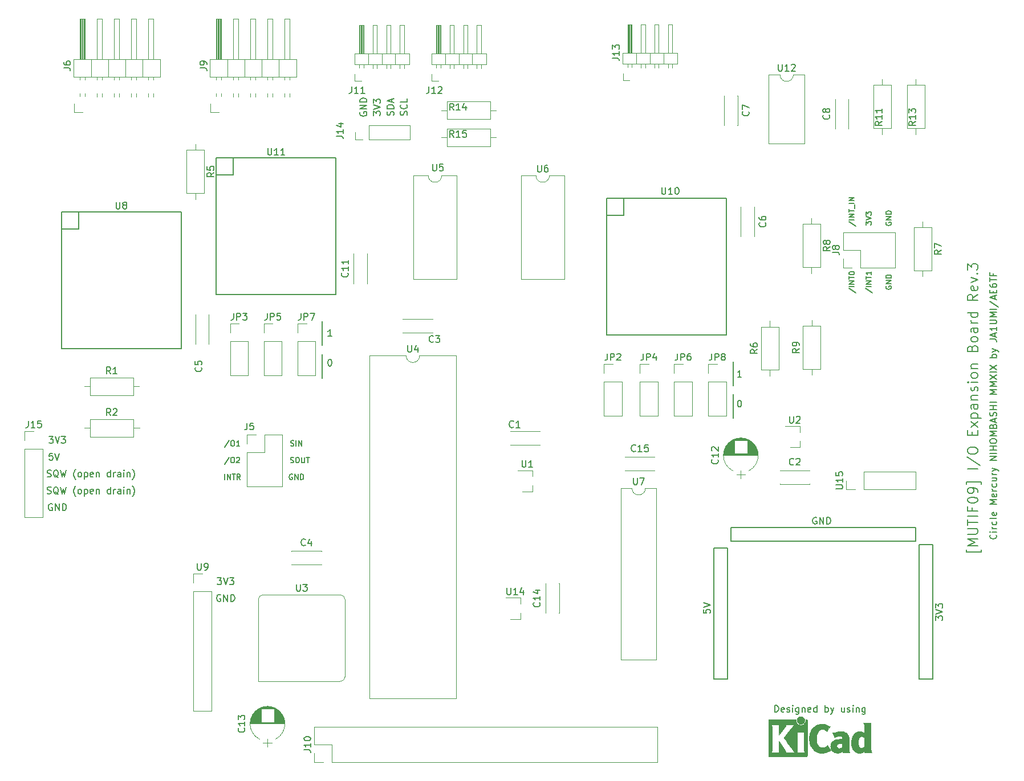
<source format=gto>
G04 #@! TF.FileFunction,Legend,Top*
%FSLAX46Y46*%
G04 Gerber Fmt 4.6, Leading zero omitted, Abs format (unit mm)*
G04 Created by KiCad (PCBNEW 4.0.7) date 01/11/19 10:06:21*
%MOMM*%
%LPD*%
G01*
G04 APERTURE LIST*
%ADD10C,0.100000*%
%ADD11C,0.150000*%
%ADD12C,0.200000*%
%ADD13C,0.120000*%
%ADD14C,0.010000*%
G04 APERTURE END LIST*
D10*
D11*
X85738096Y-115500000D02*
X85642858Y-115452381D01*
X85500001Y-115452381D01*
X85357143Y-115500000D01*
X85261905Y-115595238D01*
X85214286Y-115690476D01*
X85166667Y-115880952D01*
X85166667Y-116023810D01*
X85214286Y-116214286D01*
X85261905Y-116309524D01*
X85357143Y-116404762D01*
X85500001Y-116452381D01*
X85595239Y-116452381D01*
X85738096Y-116404762D01*
X85785715Y-116357143D01*
X85785715Y-116023810D01*
X85595239Y-116023810D01*
X86214286Y-116452381D02*
X86214286Y-115452381D01*
X86785715Y-116452381D01*
X86785715Y-115452381D01*
X87261905Y-116452381D02*
X87261905Y-115452381D01*
X87500000Y-115452381D01*
X87642858Y-115500000D01*
X87738096Y-115595238D01*
X87785715Y-115690476D01*
X87833334Y-115880952D01*
X87833334Y-116023810D01*
X87785715Y-116214286D01*
X87738096Y-116309524D01*
X87642858Y-116404762D01*
X87500000Y-116452381D01*
X87261905Y-116452381D01*
X85261905Y-112952381D02*
X85880953Y-112952381D01*
X85547619Y-113333333D01*
X85690477Y-113333333D01*
X85785715Y-113380952D01*
X85833334Y-113428571D01*
X85880953Y-113523810D01*
X85880953Y-113761905D01*
X85833334Y-113857143D01*
X85785715Y-113904762D01*
X85690477Y-113952381D01*
X85404762Y-113952381D01*
X85309524Y-113904762D01*
X85261905Y-113857143D01*
X86166667Y-112952381D02*
X86500000Y-113952381D01*
X86833334Y-112952381D01*
X87071429Y-112952381D02*
X87690477Y-112952381D01*
X87357143Y-113333333D01*
X87500001Y-113333333D01*
X87595239Y-113380952D01*
X87642858Y-113428571D01*
X87690477Y-113523810D01*
X87690477Y-113761905D01*
X87642858Y-113857143D01*
X87595239Y-113904762D01*
X87500001Y-113952381D01*
X87214286Y-113952381D01*
X87119048Y-113904762D01*
X87071429Y-113857143D01*
X191952381Y-119238095D02*
X191952381Y-118619047D01*
X192333333Y-118952381D01*
X192333333Y-118809523D01*
X192380952Y-118714285D01*
X192428571Y-118666666D01*
X192523810Y-118619047D01*
X192761905Y-118619047D01*
X192857143Y-118666666D01*
X192904762Y-118714285D01*
X192952381Y-118809523D01*
X192952381Y-119095238D01*
X192904762Y-119190476D01*
X192857143Y-119238095D01*
X191952381Y-118333333D02*
X192952381Y-118000000D01*
X191952381Y-117666666D01*
X191952381Y-117428571D02*
X191952381Y-116809523D01*
X192333333Y-117142857D01*
X192333333Y-116999999D01*
X192380952Y-116904761D01*
X192428571Y-116857142D01*
X192523810Y-116809523D01*
X192761905Y-116809523D01*
X192857143Y-116857142D01*
X192904762Y-116904761D01*
X192952381Y-116999999D01*
X192952381Y-117285714D01*
X192904762Y-117380952D01*
X192857143Y-117428571D01*
X157452381Y-117690476D02*
X157452381Y-118166667D01*
X157928571Y-118214286D01*
X157880952Y-118166667D01*
X157833333Y-118071429D01*
X157833333Y-117833333D01*
X157880952Y-117738095D01*
X157928571Y-117690476D01*
X158023810Y-117642857D01*
X158261905Y-117642857D01*
X158357143Y-117690476D01*
X158404762Y-117738095D01*
X158452381Y-117833333D01*
X158452381Y-118071429D01*
X158404762Y-118166667D01*
X158357143Y-118214286D01*
X157452381Y-117357143D02*
X158452381Y-117023810D01*
X157452381Y-116690476D01*
X174238096Y-104000000D02*
X174142858Y-103952381D01*
X174000001Y-103952381D01*
X173857143Y-104000000D01*
X173761905Y-104095238D01*
X173714286Y-104190476D01*
X173666667Y-104380952D01*
X173666667Y-104523810D01*
X173714286Y-104714286D01*
X173761905Y-104809524D01*
X173857143Y-104904762D01*
X174000001Y-104952381D01*
X174095239Y-104952381D01*
X174238096Y-104904762D01*
X174285715Y-104857143D01*
X174285715Y-104523810D01*
X174095239Y-104523810D01*
X174714286Y-104952381D02*
X174714286Y-103952381D01*
X175285715Y-104952381D01*
X175285715Y-103952381D01*
X175761905Y-104952381D02*
X175761905Y-103952381D01*
X176000000Y-103952381D01*
X176142858Y-104000000D01*
X176238096Y-104095238D01*
X176285715Y-104190476D01*
X176333334Y-104380952D01*
X176333334Y-104523810D01*
X176285715Y-104714286D01*
X176238096Y-104809524D01*
X176142858Y-104904762D01*
X176000000Y-104952381D01*
X175761905Y-104952381D01*
D12*
X159000000Y-108500000D02*
X161000000Y-108500000D01*
X159000000Y-128000000D02*
X159000000Y-108500000D01*
X161000000Y-128000000D02*
X159000000Y-128000000D01*
X161000000Y-108500000D02*
X161000000Y-128000000D01*
X191500000Y-108000000D02*
X189500000Y-108000000D01*
X191500000Y-128000000D02*
X191500000Y-108000000D01*
X189500000Y-128000000D02*
X191500000Y-128000000D01*
X189500000Y-108000000D02*
X189500000Y-128000000D01*
X161500000Y-105500000D02*
X161500000Y-107500000D01*
X189000000Y-105500000D02*
X161500000Y-105500000D01*
X189000000Y-107500000D02*
X189000000Y-105500000D01*
X161500000Y-107500000D02*
X189000000Y-107500000D01*
D11*
X184600000Y-60109523D02*
X184561905Y-60185714D01*
X184561905Y-60299999D01*
X184600000Y-60414285D01*
X184676190Y-60490476D01*
X184752381Y-60528571D01*
X184904762Y-60566666D01*
X185019048Y-60566666D01*
X185171429Y-60528571D01*
X185247619Y-60490476D01*
X185323810Y-60414285D01*
X185361905Y-60299999D01*
X185361905Y-60223809D01*
X185323810Y-60109523D01*
X185285714Y-60071428D01*
X185019048Y-60071428D01*
X185019048Y-60223809D01*
X185361905Y-59728571D02*
X184561905Y-59728571D01*
X185361905Y-59271428D01*
X184561905Y-59271428D01*
X185361905Y-58890476D02*
X184561905Y-58890476D01*
X184561905Y-58700000D01*
X184600000Y-58585714D01*
X184676190Y-58509523D01*
X184752381Y-58471428D01*
X184904762Y-58433333D01*
X185019048Y-58433333D01*
X185171429Y-58471428D01*
X185247619Y-58509523D01*
X185323810Y-58585714D01*
X185361905Y-58700000D01*
X185361905Y-58890476D01*
X181561905Y-60490476D02*
X181561905Y-59995238D01*
X181866667Y-60261905D01*
X181866667Y-60147619D01*
X181904762Y-60071429D01*
X181942857Y-60033333D01*
X182019048Y-59995238D01*
X182209524Y-59995238D01*
X182285714Y-60033333D01*
X182323810Y-60071429D01*
X182361905Y-60147619D01*
X182361905Y-60376191D01*
X182323810Y-60452381D01*
X182285714Y-60490476D01*
X181561905Y-59766667D02*
X182361905Y-59500000D01*
X181561905Y-59233333D01*
X181561905Y-59042857D02*
X181561905Y-58547619D01*
X181866667Y-58814286D01*
X181866667Y-58700000D01*
X181904762Y-58623810D01*
X181942857Y-58585714D01*
X182019048Y-58547619D01*
X182209524Y-58547619D01*
X182285714Y-58585714D01*
X182323810Y-58623810D01*
X182361905Y-58700000D01*
X182361905Y-58928572D01*
X182323810Y-59004762D01*
X182285714Y-59042857D01*
X179023810Y-59985713D02*
X180052381Y-60671428D01*
X179861905Y-59719047D02*
X179061905Y-59719047D01*
X179861905Y-59338095D02*
X179061905Y-59338095D01*
X179861905Y-58880952D01*
X179061905Y-58880952D01*
X179061905Y-58614286D02*
X179061905Y-58157143D01*
X179861905Y-58385714D02*
X179061905Y-58385714D01*
X179938095Y-58080952D02*
X179938095Y-57471428D01*
X179861905Y-57280952D02*
X179061905Y-57280952D01*
X179861905Y-56900000D02*
X179061905Y-56900000D01*
X179861905Y-56442857D01*
X179061905Y-56442857D01*
X184600000Y-69609523D02*
X184561905Y-69685714D01*
X184561905Y-69799999D01*
X184600000Y-69914285D01*
X184676190Y-69990476D01*
X184752381Y-70028571D01*
X184904762Y-70066666D01*
X185019048Y-70066666D01*
X185171429Y-70028571D01*
X185247619Y-69990476D01*
X185323810Y-69914285D01*
X185361905Y-69799999D01*
X185361905Y-69723809D01*
X185323810Y-69609523D01*
X185285714Y-69571428D01*
X185019048Y-69571428D01*
X185019048Y-69723809D01*
X185361905Y-69228571D02*
X184561905Y-69228571D01*
X185361905Y-68771428D01*
X184561905Y-68771428D01*
X185361905Y-68390476D02*
X184561905Y-68390476D01*
X184561905Y-68200000D01*
X184600000Y-68085714D01*
X184676190Y-68009523D01*
X184752381Y-67971428D01*
X184904762Y-67933333D01*
X185019048Y-67933333D01*
X185171429Y-67971428D01*
X185247619Y-68009523D01*
X185323810Y-68085714D01*
X185361905Y-68200000D01*
X185361905Y-68390476D01*
X181523810Y-69952380D02*
X182552381Y-70638095D01*
X182361905Y-69685714D02*
X181561905Y-69685714D01*
X182361905Y-69304762D02*
X181561905Y-69304762D01*
X182361905Y-68847619D01*
X181561905Y-68847619D01*
X181561905Y-68580953D02*
X181561905Y-68123810D01*
X182361905Y-68352381D02*
X181561905Y-68352381D01*
X182361905Y-67438095D02*
X182361905Y-67895238D01*
X182361905Y-67666667D02*
X181561905Y-67666667D01*
X181676190Y-67742857D01*
X181752381Y-67819048D01*
X181790476Y-67895238D01*
X179023810Y-69952380D02*
X180052381Y-70638095D01*
X179861905Y-69685714D02*
X179061905Y-69685714D01*
X179861905Y-69304762D02*
X179061905Y-69304762D01*
X179861905Y-68847619D01*
X179061905Y-68847619D01*
X179061905Y-68580953D02*
X179061905Y-68123810D01*
X179861905Y-68352381D02*
X179061905Y-68352381D01*
X179061905Y-67704762D02*
X179061905Y-67628571D01*
X179100000Y-67552381D01*
X179138095Y-67514286D01*
X179214286Y-67476190D01*
X179366667Y-67438095D01*
X179557143Y-67438095D01*
X179709524Y-67476190D01*
X179785714Y-67514286D01*
X179823810Y-67552381D01*
X179861905Y-67628571D01*
X179861905Y-67704762D01*
X179823810Y-67780952D01*
X179785714Y-67819048D01*
X179709524Y-67857143D01*
X179557143Y-67895238D01*
X179366667Y-67895238D01*
X179214286Y-67857143D01*
X179138095Y-67819048D01*
X179100000Y-67780952D01*
X179061905Y-67704762D01*
X87042858Y-95023810D02*
X86357143Y-96052381D01*
X87461905Y-95061905D02*
X87614286Y-95061905D01*
X87690477Y-95100000D01*
X87766667Y-95176190D01*
X87804762Y-95328571D01*
X87804762Y-95595238D01*
X87766667Y-95747619D01*
X87690477Y-95823810D01*
X87614286Y-95861905D01*
X87461905Y-95861905D01*
X87385715Y-95823810D01*
X87309524Y-95747619D01*
X87271429Y-95595238D01*
X87271429Y-95328571D01*
X87309524Y-95176190D01*
X87385715Y-95100000D01*
X87461905Y-95061905D01*
X88109524Y-95138095D02*
X88147619Y-95100000D01*
X88223810Y-95061905D01*
X88414286Y-95061905D01*
X88490476Y-95100000D01*
X88528572Y-95138095D01*
X88566667Y-95214286D01*
X88566667Y-95290476D01*
X88528572Y-95404762D01*
X88071429Y-95861905D01*
X88566667Y-95861905D01*
X87042858Y-92523810D02*
X86357143Y-93552381D01*
X87461905Y-92561905D02*
X87614286Y-92561905D01*
X87690477Y-92600000D01*
X87766667Y-92676190D01*
X87804762Y-92828571D01*
X87804762Y-93095238D01*
X87766667Y-93247619D01*
X87690477Y-93323810D01*
X87614286Y-93361905D01*
X87461905Y-93361905D01*
X87385715Y-93323810D01*
X87309524Y-93247619D01*
X87271429Y-93095238D01*
X87271429Y-92828571D01*
X87309524Y-92676190D01*
X87385715Y-92600000D01*
X87461905Y-92561905D01*
X88566667Y-93361905D02*
X88109524Y-93361905D01*
X88338095Y-93361905D02*
X88338095Y-92561905D01*
X88261905Y-92676190D01*
X88185714Y-92752381D01*
X88109524Y-92790476D01*
X86376191Y-98361905D02*
X86376191Y-97561905D01*
X86757143Y-98361905D02*
X86757143Y-97561905D01*
X87214286Y-98361905D01*
X87214286Y-97561905D01*
X87480952Y-97561905D02*
X87938095Y-97561905D01*
X87709524Y-98361905D02*
X87709524Y-97561905D01*
X88661905Y-98361905D02*
X88395238Y-97980952D01*
X88204762Y-98361905D02*
X88204762Y-97561905D01*
X88509524Y-97561905D01*
X88585715Y-97600000D01*
X88623810Y-97638095D01*
X88661905Y-97714286D01*
X88661905Y-97828571D01*
X88623810Y-97904762D01*
X88585715Y-97942857D01*
X88509524Y-97980952D01*
X88204762Y-97980952D01*
X96390477Y-97600000D02*
X96314286Y-97561905D01*
X96200001Y-97561905D01*
X96085715Y-97600000D01*
X96009524Y-97676190D01*
X95971429Y-97752381D01*
X95933334Y-97904762D01*
X95933334Y-98019048D01*
X95971429Y-98171429D01*
X96009524Y-98247619D01*
X96085715Y-98323810D01*
X96200001Y-98361905D01*
X96276191Y-98361905D01*
X96390477Y-98323810D01*
X96428572Y-98285714D01*
X96428572Y-98019048D01*
X96276191Y-98019048D01*
X96771429Y-98361905D02*
X96771429Y-97561905D01*
X97228572Y-98361905D01*
X97228572Y-97561905D01*
X97609524Y-98361905D02*
X97609524Y-97561905D01*
X97800000Y-97561905D01*
X97914286Y-97600000D01*
X97990477Y-97676190D01*
X98028572Y-97752381D01*
X98066667Y-97904762D01*
X98066667Y-98019048D01*
X98028572Y-98171429D01*
X97990477Y-98247619D01*
X97914286Y-98323810D01*
X97800000Y-98361905D01*
X97609524Y-98361905D01*
X96128572Y-95823810D02*
X96242858Y-95861905D01*
X96433334Y-95861905D01*
X96509524Y-95823810D01*
X96547620Y-95785714D01*
X96585715Y-95709524D01*
X96585715Y-95633333D01*
X96547620Y-95557143D01*
X96509524Y-95519048D01*
X96433334Y-95480952D01*
X96280953Y-95442857D01*
X96204762Y-95404762D01*
X96166667Y-95366667D01*
X96128572Y-95290476D01*
X96128572Y-95214286D01*
X96166667Y-95138095D01*
X96204762Y-95100000D01*
X96280953Y-95061905D01*
X96471429Y-95061905D01*
X96585715Y-95100000D01*
X97080953Y-95061905D02*
X97233334Y-95061905D01*
X97309525Y-95100000D01*
X97385715Y-95176190D01*
X97423810Y-95328571D01*
X97423810Y-95595238D01*
X97385715Y-95747619D01*
X97309525Y-95823810D01*
X97233334Y-95861905D01*
X97080953Y-95861905D01*
X97004763Y-95823810D01*
X96928572Y-95747619D01*
X96890477Y-95595238D01*
X96890477Y-95328571D01*
X96928572Y-95176190D01*
X97004763Y-95100000D01*
X97080953Y-95061905D01*
X97766667Y-95061905D02*
X97766667Y-95709524D01*
X97804762Y-95785714D01*
X97842858Y-95823810D01*
X97919048Y-95861905D01*
X98071429Y-95861905D01*
X98147620Y-95823810D01*
X98185715Y-95785714D01*
X98223810Y-95709524D01*
X98223810Y-95061905D01*
X98490476Y-95061905D02*
X98947619Y-95061905D01*
X98719048Y-95861905D02*
X98719048Y-95061905D01*
X96161905Y-93323810D02*
X96276191Y-93361905D01*
X96466667Y-93361905D01*
X96542857Y-93323810D01*
X96580953Y-93285714D01*
X96619048Y-93209524D01*
X96619048Y-93133333D01*
X96580953Y-93057143D01*
X96542857Y-93019048D01*
X96466667Y-92980952D01*
X96314286Y-92942857D01*
X96238095Y-92904762D01*
X96200000Y-92866667D01*
X96161905Y-92790476D01*
X96161905Y-92714286D01*
X96200000Y-92638095D01*
X96238095Y-92600000D01*
X96314286Y-92561905D01*
X96504762Y-92561905D01*
X96619048Y-92600000D01*
X96961905Y-93361905D02*
X96961905Y-92561905D01*
X97342857Y-93361905D02*
X97342857Y-92561905D01*
X97800000Y-93361905D01*
X97800000Y-92561905D01*
X60261905Y-91952381D02*
X60880953Y-91952381D01*
X60547619Y-92333333D01*
X60690477Y-92333333D01*
X60785715Y-92380952D01*
X60833334Y-92428571D01*
X60880953Y-92523810D01*
X60880953Y-92761905D01*
X60833334Y-92857143D01*
X60785715Y-92904762D01*
X60690477Y-92952381D01*
X60404762Y-92952381D01*
X60309524Y-92904762D01*
X60261905Y-92857143D01*
X61166667Y-91952381D02*
X61500000Y-92952381D01*
X61833334Y-91952381D01*
X62071429Y-91952381D02*
X62690477Y-91952381D01*
X62357143Y-92333333D01*
X62500001Y-92333333D01*
X62595239Y-92380952D01*
X62642858Y-92428571D01*
X62690477Y-92523810D01*
X62690477Y-92761905D01*
X62642858Y-92857143D01*
X62595239Y-92904762D01*
X62500001Y-92952381D01*
X62214286Y-92952381D01*
X62119048Y-92904762D01*
X62071429Y-92857143D01*
X60809524Y-94452381D02*
X60333333Y-94452381D01*
X60285714Y-94928571D01*
X60333333Y-94880952D01*
X60428571Y-94833333D01*
X60666667Y-94833333D01*
X60761905Y-94880952D01*
X60809524Y-94928571D01*
X60857143Y-95023810D01*
X60857143Y-95261905D01*
X60809524Y-95357143D01*
X60761905Y-95404762D01*
X60666667Y-95452381D01*
X60428571Y-95452381D01*
X60333333Y-95404762D01*
X60285714Y-95357143D01*
X61142857Y-94452381D02*
X61476190Y-95452381D01*
X61809524Y-94452381D01*
X59999999Y-97904762D02*
X60142856Y-97952381D01*
X60380952Y-97952381D01*
X60476190Y-97904762D01*
X60523809Y-97857143D01*
X60571428Y-97761905D01*
X60571428Y-97666667D01*
X60523809Y-97571429D01*
X60476190Y-97523810D01*
X60380952Y-97476190D01*
X60190475Y-97428571D01*
X60095237Y-97380952D01*
X60047618Y-97333333D01*
X59999999Y-97238095D01*
X59999999Y-97142857D01*
X60047618Y-97047619D01*
X60095237Y-97000000D01*
X60190475Y-96952381D01*
X60428571Y-96952381D01*
X60571428Y-97000000D01*
X61666666Y-98047619D02*
X61571428Y-98000000D01*
X61476190Y-97904762D01*
X61333333Y-97761905D01*
X61238094Y-97714286D01*
X61142856Y-97714286D01*
X61190475Y-97952381D02*
X61095237Y-97904762D01*
X60999999Y-97809524D01*
X60952380Y-97619048D01*
X60952380Y-97285714D01*
X60999999Y-97095238D01*
X61095237Y-97000000D01*
X61190475Y-96952381D01*
X61380952Y-96952381D01*
X61476190Y-97000000D01*
X61571428Y-97095238D01*
X61619047Y-97285714D01*
X61619047Y-97619048D01*
X61571428Y-97809524D01*
X61476190Y-97904762D01*
X61380952Y-97952381D01*
X61190475Y-97952381D01*
X61952380Y-96952381D02*
X62190475Y-97952381D01*
X62380952Y-97238095D01*
X62571428Y-97952381D01*
X62809523Y-96952381D01*
X64238095Y-98333333D02*
X64190475Y-98285714D01*
X64095237Y-98142857D01*
X64047618Y-98047619D01*
X63999999Y-97904762D01*
X63952380Y-97666667D01*
X63952380Y-97476190D01*
X63999999Y-97238095D01*
X64047618Y-97095238D01*
X64095237Y-97000000D01*
X64190475Y-96857143D01*
X64238095Y-96809524D01*
X64761904Y-97952381D02*
X64666666Y-97904762D01*
X64619047Y-97857143D01*
X64571428Y-97761905D01*
X64571428Y-97476190D01*
X64619047Y-97380952D01*
X64666666Y-97333333D01*
X64761904Y-97285714D01*
X64904762Y-97285714D01*
X65000000Y-97333333D01*
X65047619Y-97380952D01*
X65095238Y-97476190D01*
X65095238Y-97761905D01*
X65047619Y-97857143D01*
X65000000Y-97904762D01*
X64904762Y-97952381D01*
X64761904Y-97952381D01*
X65523809Y-97285714D02*
X65523809Y-98285714D01*
X65523809Y-97333333D02*
X65619047Y-97285714D01*
X65809524Y-97285714D01*
X65904762Y-97333333D01*
X65952381Y-97380952D01*
X66000000Y-97476190D01*
X66000000Y-97761905D01*
X65952381Y-97857143D01*
X65904762Y-97904762D01*
X65809524Y-97952381D01*
X65619047Y-97952381D01*
X65523809Y-97904762D01*
X66809524Y-97904762D02*
X66714286Y-97952381D01*
X66523809Y-97952381D01*
X66428571Y-97904762D01*
X66380952Y-97809524D01*
X66380952Y-97428571D01*
X66428571Y-97333333D01*
X66523809Y-97285714D01*
X66714286Y-97285714D01*
X66809524Y-97333333D01*
X66857143Y-97428571D01*
X66857143Y-97523810D01*
X66380952Y-97619048D01*
X67285714Y-97285714D02*
X67285714Y-97952381D01*
X67285714Y-97380952D02*
X67333333Y-97333333D01*
X67428571Y-97285714D01*
X67571429Y-97285714D01*
X67666667Y-97333333D01*
X67714286Y-97428571D01*
X67714286Y-97952381D01*
X69380953Y-97952381D02*
X69380953Y-96952381D01*
X69380953Y-97904762D02*
X69285715Y-97952381D01*
X69095238Y-97952381D01*
X69000000Y-97904762D01*
X68952381Y-97857143D01*
X68904762Y-97761905D01*
X68904762Y-97476190D01*
X68952381Y-97380952D01*
X69000000Y-97333333D01*
X69095238Y-97285714D01*
X69285715Y-97285714D01*
X69380953Y-97333333D01*
X69857143Y-97952381D02*
X69857143Y-97285714D01*
X69857143Y-97476190D02*
X69904762Y-97380952D01*
X69952381Y-97333333D01*
X70047619Y-97285714D01*
X70142858Y-97285714D01*
X70904763Y-97952381D02*
X70904763Y-97428571D01*
X70857144Y-97333333D01*
X70761906Y-97285714D01*
X70571429Y-97285714D01*
X70476191Y-97333333D01*
X70904763Y-97904762D02*
X70809525Y-97952381D01*
X70571429Y-97952381D01*
X70476191Y-97904762D01*
X70428572Y-97809524D01*
X70428572Y-97714286D01*
X70476191Y-97619048D01*
X70571429Y-97571429D01*
X70809525Y-97571429D01*
X70904763Y-97523810D01*
X71380953Y-97952381D02*
X71380953Y-97285714D01*
X71380953Y-96952381D02*
X71333334Y-97000000D01*
X71380953Y-97047619D01*
X71428572Y-97000000D01*
X71380953Y-96952381D01*
X71380953Y-97047619D01*
X71857143Y-97285714D02*
X71857143Y-97952381D01*
X71857143Y-97380952D02*
X71904762Y-97333333D01*
X72000000Y-97285714D01*
X72142858Y-97285714D01*
X72238096Y-97333333D01*
X72285715Y-97428571D01*
X72285715Y-97952381D01*
X72666667Y-98333333D02*
X72714286Y-98285714D01*
X72809524Y-98142857D01*
X72857143Y-98047619D01*
X72904762Y-97904762D01*
X72952381Y-97666667D01*
X72952381Y-97476190D01*
X72904762Y-97238095D01*
X72857143Y-97095238D01*
X72809524Y-97000000D01*
X72714286Y-96857143D01*
X72666667Y-96809524D01*
X113404762Y-44190476D02*
X113452381Y-44047619D01*
X113452381Y-43809523D01*
X113404762Y-43714285D01*
X113357143Y-43666666D01*
X113261905Y-43619047D01*
X113166667Y-43619047D01*
X113071429Y-43666666D01*
X113023810Y-43714285D01*
X112976190Y-43809523D01*
X112928571Y-44000000D01*
X112880952Y-44095238D01*
X112833333Y-44142857D01*
X112738095Y-44190476D01*
X112642857Y-44190476D01*
X112547619Y-44142857D01*
X112500000Y-44095238D01*
X112452381Y-44000000D01*
X112452381Y-43761904D01*
X112500000Y-43619047D01*
X113357143Y-42619047D02*
X113404762Y-42666666D01*
X113452381Y-42809523D01*
X113452381Y-42904761D01*
X113404762Y-43047619D01*
X113309524Y-43142857D01*
X113214286Y-43190476D01*
X113023810Y-43238095D01*
X112880952Y-43238095D01*
X112690476Y-43190476D01*
X112595238Y-43142857D01*
X112500000Y-43047619D01*
X112452381Y-42904761D01*
X112452381Y-42809523D01*
X112500000Y-42666666D01*
X112547619Y-42619047D01*
X113452381Y-41714285D02*
X113452381Y-42190476D01*
X112452381Y-42190476D01*
X111404762Y-44214286D02*
X111452381Y-44071429D01*
X111452381Y-43833333D01*
X111404762Y-43738095D01*
X111357143Y-43690476D01*
X111261905Y-43642857D01*
X111166667Y-43642857D01*
X111071429Y-43690476D01*
X111023810Y-43738095D01*
X110976190Y-43833333D01*
X110928571Y-44023810D01*
X110880952Y-44119048D01*
X110833333Y-44166667D01*
X110738095Y-44214286D01*
X110642857Y-44214286D01*
X110547619Y-44166667D01*
X110500000Y-44119048D01*
X110452381Y-44023810D01*
X110452381Y-43785714D01*
X110500000Y-43642857D01*
X111452381Y-43214286D02*
X110452381Y-43214286D01*
X110452381Y-42976191D01*
X110500000Y-42833333D01*
X110595238Y-42738095D01*
X110690476Y-42690476D01*
X110880952Y-42642857D01*
X111023810Y-42642857D01*
X111214286Y-42690476D01*
X111309524Y-42738095D01*
X111404762Y-42833333D01*
X111452381Y-42976191D01*
X111452381Y-43214286D01*
X111166667Y-42261905D02*
X111166667Y-41785714D01*
X111452381Y-42357143D02*
X110452381Y-42023810D01*
X111452381Y-41690476D01*
X108452381Y-44238095D02*
X108452381Y-43619047D01*
X108833333Y-43952381D01*
X108833333Y-43809523D01*
X108880952Y-43714285D01*
X108928571Y-43666666D01*
X109023810Y-43619047D01*
X109261905Y-43619047D01*
X109357143Y-43666666D01*
X109404762Y-43714285D01*
X109452381Y-43809523D01*
X109452381Y-44095238D01*
X109404762Y-44190476D01*
X109357143Y-44238095D01*
X108452381Y-43333333D02*
X109452381Y-43000000D01*
X108452381Y-42666666D01*
X108452381Y-42428571D02*
X108452381Y-41809523D01*
X108833333Y-42142857D01*
X108833333Y-41999999D01*
X108880952Y-41904761D01*
X108928571Y-41857142D01*
X109023810Y-41809523D01*
X109261905Y-41809523D01*
X109357143Y-41857142D01*
X109404762Y-41904761D01*
X109452381Y-41999999D01*
X109452381Y-42285714D01*
X109404762Y-42380952D01*
X109357143Y-42428571D01*
X106500000Y-43761904D02*
X106452381Y-43857142D01*
X106452381Y-43999999D01*
X106500000Y-44142857D01*
X106595238Y-44238095D01*
X106690476Y-44285714D01*
X106880952Y-44333333D01*
X107023810Y-44333333D01*
X107214286Y-44285714D01*
X107309524Y-44238095D01*
X107404762Y-44142857D01*
X107452381Y-43999999D01*
X107452381Y-43904761D01*
X107404762Y-43761904D01*
X107357143Y-43714285D01*
X107023810Y-43714285D01*
X107023810Y-43904761D01*
X107452381Y-43285714D02*
X106452381Y-43285714D01*
X107452381Y-42714285D01*
X106452381Y-42714285D01*
X107452381Y-42238095D02*
X106452381Y-42238095D01*
X106452381Y-42000000D01*
X106500000Y-41857142D01*
X106595238Y-41761904D01*
X106690476Y-41714285D01*
X106880952Y-41666666D01*
X107023810Y-41666666D01*
X107214286Y-41714285D01*
X107309524Y-41761904D01*
X107404762Y-41857142D01*
X107452381Y-42000000D01*
X107452381Y-42238095D01*
X60738096Y-102000000D02*
X60642858Y-101952381D01*
X60500001Y-101952381D01*
X60357143Y-102000000D01*
X60261905Y-102095238D01*
X60214286Y-102190476D01*
X60166667Y-102380952D01*
X60166667Y-102523810D01*
X60214286Y-102714286D01*
X60261905Y-102809524D01*
X60357143Y-102904762D01*
X60500001Y-102952381D01*
X60595239Y-102952381D01*
X60738096Y-102904762D01*
X60785715Y-102857143D01*
X60785715Y-102523810D01*
X60595239Y-102523810D01*
X61214286Y-102952381D02*
X61214286Y-101952381D01*
X61785715Y-102952381D01*
X61785715Y-101952381D01*
X62261905Y-102952381D02*
X62261905Y-101952381D01*
X62500000Y-101952381D01*
X62642858Y-102000000D01*
X62738096Y-102095238D01*
X62785715Y-102190476D01*
X62833334Y-102380952D01*
X62833334Y-102523810D01*
X62785715Y-102714286D01*
X62738096Y-102809524D01*
X62642858Y-102904762D01*
X62500000Y-102952381D01*
X62261905Y-102952381D01*
X59999999Y-100404762D02*
X60142856Y-100452381D01*
X60380952Y-100452381D01*
X60476190Y-100404762D01*
X60523809Y-100357143D01*
X60571428Y-100261905D01*
X60571428Y-100166667D01*
X60523809Y-100071429D01*
X60476190Y-100023810D01*
X60380952Y-99976190D01*
X60190475Y-99928571D01*
X60095237Y-99880952D01*
X60047618Y-99833333D01*
X59999999Y-99738095D01*
X59999999Y-99642857D01*
X60047618Y-99547619D01*
X60095237Y-99500000D01*
X60190475Y-99452381D01*
X60428571Y-99452381D01*
X60571428Y-99500000D01*
X61666666Y-100547619D02*
X61571428Y-100500000D01*
X61476190Y-100404762D01*
X61333333Y-100261905D01*
X61238094Y-100214286D01*
X61142856Y-100214286D01*
X61190475Y-100452381D02*
X61095237Y-100404762D01*
X60999999Y-100309524D01*
X60952380Y-100119048D01*
X60952380Y-99785714D01*
X60999999Y-99595238D01*
X61095237Y-99500000D01*
X61190475Y-99452381D01*
X61380952Y-99452381D01*
X61476190Y-99500000D01*
X61571428Y-99595238D01*
X61619047Y-99785714D01*
X61619047Y-100119048D01*
X61571428Y-100309524D01*
X61476190Y-100404762D01*
X61380952Y-100452381D01*
X61190475Y-100452381D01*
X61952380Y-99452381D02*
X62190475Y-100452381D01*
X62380952Y-99738095D01*
X62571428Y-100452381D01*
X62809523Y-99452381D01*
X64238095Y-100833333D02*
X64190475Y-100785714D01*
X64095237Y-100642857D01*
X64047618Y-100547619D01*
X63999999Y-100404762D01*
X63952380Y-100166667D01*
X63952380Y-99976190D01*
X63999999Y-99738095D01*
X64047618Y-99595238D01*
X64095237Y-99500000D01*
X64190475Y-99357143D01*
X64238095Y-99309524D01*
X64761904Y-100452381D02*
X64666666Y-100404762D01*
X64619047Y-100357143D01*
X64571428Y-100261905D01*
X64571428Y-99976190D01*
X64619047Y-99880952D01*
X64666666Y-99833333D01*
X64761904Y-99785714D01*
X64904762Y-99785714D01*
X65000000Y-99833333D01*
X65047619Y-99880952D01*
X65095238Y-99976190D01*
X65095238Y-100261905D01*
X65047619Y-100357143D01*
X65000000Y-100404762D01*
X64904762Y-100452381D01*
X64761904Y-100452381D01*
X65523809Y-99785714D02*
X65523809Y-100785714D01*
X65523809Y-99833333D02*
X65619047Y-99785714D01*
X65809524Y-99785714D01*
X65904762Y-99833333D01*
X65952381Y-99880952D01*
X66000000Y-99976190D01*
X66000000Y-100261905D01*
X65952381Y-100357143D01*
X65904762Y-100404762D01*
X65809524Y-100452381D01*
X65619047Y-100452381D01*
X65523809Y-100404762D01*
X66809524Y-100404762D02*
X66714286Y-100452381D01*
X66523809Y-100452381D01*
X66428571Y-100404762D01*
X66380952Y-100309524D01*
X66380952Y-99928571D01*
X66428571Y-99833333D01*
X66523809Y-99785714D01*
X66714286Y-99785714D01*
X66809524Y-99833333D01*
X66857143Y-99928571D01*
X66857143Y-100023810D01*
X66380952Y-100119048D01*
X67285714Y-99785714D02*
X67285714Y-100452381D01*
X67285714Y-99880952D02*
X67333333Y-99833333D01*
X67428571Y-99785714D01*
X67571429Y-99785714D01*
X67666667Y-99833333D01*
X67714286Y-99928571D01*
X67714286Y-100452381D01*
X69380953Y-100452381D02*
X69380953Y-99452381D01*
X69380953Y-100404762D02*
X69285715Y-100452381D01*
X69095238Y-100452381D01*
X69000000Y-100404762D01*
X68952381Y-100357143D01*
X68904762Y-100261905D01*
X68904762Y-99976190D01*
X68952381Y-99880952D01*
X69000000Y-99833333D01*
X69095238Y-99785714D01*
X69285715Y-99785714D01*
X69380953Y-99833333D01*
X69857143Y-100452381D02*
X69857143Y-99785714D01*
X69857143Y-99976190D02*
X69904762Y-99880952D01*
X69952381Y-99833333D01*
X70047619Y-99785714D01*
X70142858Y-99785714D01*
X70904763Y-100452381D02*
X70904763Y-99928571D01*
X70857144Y-99833333D01*
X70761906Y-99785714D01*
X70571429Y-99785714D01*
X70476191Y-99833333D01*
X70904763Y-100404762D02*
X70809525Y-100452381D01*
X70571429Y-100452381D01*
X70476191Y-100404762D01*
X70428572Y-100309524D01*
X70428572Y-100214286D01*
X70476191Y-100119048D01*
X70571429Y-100071429D01*
X70809525Y-100071429D01*
X70904763Y-100023810D01*
X71380953Y-100452381D02*
X71380953Y-99785714D01*
X71380953Y-99452381D02*
X71333334Y-99500000D01*
X71380953Y-99547619D01*
X71428572Y-99500000D01*
X71380953Y-99452381D01*
X71380953Y-99547619D01*
X71857143Y-99785714D02*
X71857143Y-100452381D01*
X71857143Y-99880952D02*
X71904762Y-99833333D01*
X72000000Y-99785714D01*
X72142858Y-99785714D01*
X72238096Y-99833333D01*
X72285715Y-99928571D01*
X72285715Y-100452381D01*
X72666667Y-100833333D02*
X72714286Y-100785714D01*
X72809524Y-100642857D01*
X72857143Y-100547619D01*
X72904762Y-100404762D01*
X72952381Y-100166667D01*
X72952381Y-99976190D01*
X72904762Y-99738095D01*
X72857143Y-99595238D01*
X72809524Y-99500000D01*
X72714286Y-99357143D01*
X72666667Y-99309524D01*
D12*
X162748381Y-86558381D02*
X162843620Y-86558381D01*
X162938858Y-86606000D01*
X162986477Y-86653619D01*
X163034096Y-86748857D01*
X163081715Y-86939333D01*
X163081715Y-87177429D01*
X163034096Y-87367905D01*
X162986477Y-87463143D01*
X162938858Y-87510762D01*
X162843620Y-87558381D01*
X162748381Y-87558381D01*
X162653143Y-87510762D01*
X162605524Y-87463143D01*
X162557905Y-87367905D01*
X162510286Y-87177429D01*
X162510286Y-86939333D01*
X162557905Y-86748857D01*
X162605524Y-86653619D01*
X162653143Y-86606000D01*
X162748381Y-86558381D01*
X163081715Y-83113381D02*
X162510286Y-83113381D01*
X162796000Y-83113381D02*
X162796000Y-82113381D01*
X162700762Y-82256238D01*
X162605524Y-82351476D01*
X162510286Y-82399095D01*
X101933381Y-80478381D02*
X102028620Y-80478381D01*
X102123858Y-80526000D01*
X102171477Y-80573619D01*
X102219096Y-80668857D01*
X102266715Y-80859333D01*
X102266715Y-81097429D01*
X102219096Y-81287905D01*
X102171477Y-81383143D01*
X102123858Y-81430762D01*
X102028620Y-81478381D01*
X101933381Y-81478381D01*
X101838143Y-81430762D01*
X101790524Y-81383143D01*
X101742905Y-81287905D01*
X101695286Y-81097429D01*
X101695286Y-80859333D01*
X101742905Y-80668857D01*
X101790524Y-80573619D01*
X101838143Y-80526000D01*
X101933381Y-80478381D01*
X102266715Y-77033381D02*
X101695286Y-77033381D01*
X101981000Y-77033381D02*
X101981000Y-76033381D01*
X101885762Y-76176238D01*
X101790524Y-76271476D01*
X101695286Y-76319095D01*
X100838000Y-79756000D02*
X100838000Y-83312000D01*
X161907000Y-80883000D02*
X161907000Y-84439000D01*
X161907000Y-85709000D02*
X161907000Y-89265000D01*
X100838000Y-74803000D02*
X100838000Y-78359000D01*
X168037714Y-132913381D02*
X168037714Y-131913381D01*
X168275809Y-131913381D01*
X168418667Y-131961000D01*
X168513905Y-132056238D01*
X168561524Y-132151476D01*
X168609143Y-132341952D01*
X168609143Y-132484810D01*
X168561524Y-132675286D01*
X168513905Y-132770524D01*
X168418667Y-132865762D01*
X168275809Y-132913381D01*
X168037714Y-132913381D01*
X169418667Y-132865762D02*
X169323429Y-132913381D01*
X169132952Y-132913381D01*
X169037714Y-132865762D01*
X168990095Y-132770524D01*
X168990095Y-132389571D01*
X169037714Y-132294333D01*
X169132952Y-132246714D01*
X169323429Y-132246714D01*
X169418667Y-132294333D01*
X169466286Y-132389571D01*
X169466286Y-132484810D01*
X168990095Y-132580048D01*
X169847238Y-132865762D02*
X169942476Y-132913381D01*
X170132952Y-132913381D01*
X170228191Y-132865762D01*
X170275810Y-132770524D01*
X170275810Y-132722905D01*
X170228191Y-132627667D01*
X170132952Y-132580048D01*
X169990095Y-132580048D01*
X169894857Y-132532429D01*
X169847238Y-132437190D01*
X169847238Y-132389571D01*
X169894857Y-132294333D01*
X169990095Y-132246714D01*
X170132952Y-132246714D01*
X170228191Y-132294333D01*
X170704381Y-132913381D02*
X170704381Y-132246714D01*
X170704381Y-131913381D02*
X170656762Y-131961000D01*
X170704381Y-132008619D01*
X170752000Y-131961000D01*
X170704381Y-131913381D01*
X170704381Y-132008619D01*
X171609143Y-132246714D02*
X171609143Y-133056238D01*
X171561524Y-133151476D01*
X171513905Y-133199095D01*
X171418666Y-133246714D01*
X171275809Y-133246714D01*
X171180571Y-133199095D01*
X171609143Y-132865762D02*
X171513905Y-132913381D01*
X171323428Y-132913381D01*
X171228190Y-132865762D01*
X171180571Y-132818143D01*
X171132952Y-132722905D01*
X171132952Y-132437190D01*
X171180571Y-132341952D01*
X171228190Y-132294333D01*
X171323428Y-132246714D01*
X171513905Y-132246714D01*
X171609143Y-132294333D01*
X172085333Y-132246714D02*
X172085333Y-132913381D01*
X172085333Y-132341952D02*
X172132952Y-132294333D01*
X172228190Y-132246714D01*
X172371048Y-132246714D01*
X172466286Y-132294333D01*
X172513905Y-132389571D01*
X172513905Y-132913381D01*
X173371048Y-132865762D02*
X173275810Y-132913381D01*
X173085333Y-132913381D01*
X172990095Y-132865762D01*
X172942476Y-132770524D01*
X172942476Y-132389571D01*
X172990095Y-132294333D01*
X173085333Y-132246714D01*
X173275810Y-132246714D01*
X173371048Y-132294333D01*
X173418667Y-132389571D01*
X173418667Y-132484810D01*
X172942476Y-132580048D01*
X174275810Y-132913381D02*
X174275810Y-131913381D01*
X174275810Y-132865762D02*
X174180572Y-132913381D01*
X173990095Y-132913381D01*
X173894857Y-132865762D01*
X173847238Y-132818143D01*
X173799619Y-132722905D01*
X173799619Y-132437190D01*
X173847238Y-132341952D01*
X173894857Y-132294333D01*
X173990095Y-132246714D01*
X174180572Y-132246714D01*
X174275810Y-132294333D01*
X175513905Y-132913381D02*
X175513905Y-131913381D01*
X175513905Y-132294333D02*
X175609143Y-132246714D01*
X175799620Y-132246714D01*
X175894858Y-132294333D01*
X175942477Y-132341952D01*
X175990096Y-132437190D01*
X175990096Y-132722905D01*
X175942477Y-132818143D01*
X175894858Y-132865762D01*
X175799620Y-132913381D01*
X175609143Y-132913381D01*
X175513905Y-132865762D01*
X176323429Y-132246714D02*
X176561524Y-132913381D01*
X176799620Y-132246714D02*
X176561524Y-132913381D01*
X176466286Y-133151476D01*
X176418667Y-133199095D01*
X176323429Y-133246714D01*
X178371049Y-132246714D02*
X178371049Y-132913381D01*
X177942477Y-132246714D02*
X177942477Y-132770524D01*
X177990096Y-132865762D01*
X178085334Y-132913381D01*
X178228192Y-132913381D01*
X178323430Y-132865762D01*
X178371049Y-132818143D01*
X178799620Y-132865762D02*
X178894858Y-132913381D01*
X179085334Y-132913381D01*
X179180573Y-132865762D01*
X179228192Y-132770524D01*
X179228192Y-132722905D01*
X179180573Y-132627667D01*
X179085334Y-132580048D01*
X178942477Y-132580048D01*
X178847239Y-132532429D01*
X178799620Y-132437190D01*
X178799620Y-132389571D01*
X178847239Y-132294333D01*
X178942477Y-132246714D01*
X179085334Y-132246714D01*
X179180573Y-132294333D01*
X179656763Y-132913381D02*
X179656763Y-132246714D01*
X179656763Y-131913381D02*
X179609144Y-131961000D01*
X179656763Y-132008619D01*
X179704382Y-131961000D01*
X179656763Y-131913381D01*
X179656763Y-132008619D01*
X180132953Y-132246714D02*
X180132953Y-132913381D01*
X180132953Y-132341952D02*
X180180572Y-132294333D01*
X180275810Y-132246714D01*
X180418668Y-132246714D01*
X180513906Y-132294333D01*
X180561525Y-132389571D01*
X180561525Y-132913381D01*
X181466287Y-132246714D02*
X181466287Y-133056238D01*
X181418668Y-133151476D01*
X181371049Y-133199095D01*
X181275810Y-133246714D01*
X181132953Y-133246714D01*
X181037715Y-133199095D01*
X181466287Y-132865762D02*
X181371049Y-132913381D01*
X181180572Y-132913381D01*
X181085334Y-132865762D01*
X181037715Y-132818143D01*
X180990096Y-132722905D01*
X180990096Y-132437190D01*
X181037715Y-132341952D01*
X181085334Y-132294333D01*
X181180572Y-132246714D01*
X181371049Y-132246714D01*
X181466287Y-132294333D01*
X200890143Y-106542667D02*
X200937762Y-106590286D01*
X200985381Y-106733143D01*
X200985381Y-106828381D01*
X200937762Y-106971239D01*
X200842524Y-107066477D01*
X200747286Y-107114096D01*
X200556810Y-107161715D01*
X200413952Y-107161715D01*
X200223476Y-107114096D01*
X200128238Y-107066477D01*
X200033000Y-106971239D01*
X199985381Y-106828381D01*
X199985381Y-106733143D01*
X200033000Y-106590286D01*
X200080619Y-106542667D01*
X200985381Y-106114096D02*
X200318714Y-106114096D01*
X199985381Y-106114096D02*
X200033000Y-106161715D01*
X200080619Y-106114096D01*
X200033000Y-106066477D01*
X199985381Y-106114096D01*
X200080619Y-106114096D01*
X200985381Y-105637906D02*
X200318714Y-105637906D01*
X200509190Y-105637906D02*
X200413952Y-105590287D01*
X200366333Y-105542668D01*
X200318714Y-105447430D01*
X200318714Y-105352191D01*
X200937762Y-104590286D02*
X200985381Y-104685524D01*
X200985381Y-104876001D01*
X200937762Y-104971239D01*
X200890143Y-105018858D01*
X200794905Y-105066477D01*
X200509190Y-105066477D01*
X200413952Y-105018858D01*
X200366333Y-104971239D01*
X200318714Y-104876001D01*
X200318714Y-104685524D01*
X200366333Y-104590286D01*
X200985381Y-104018858D02*
X200937762Y-104114096D01*
X200842524Y-104161715D01*
X199985381Y-104161715D01*
X200937762Y-103256952D02*
X200985381Y-103352190D01*
X200985381Y-103542667D01*
X200937762Y-103637905D01*
X200842524Y-103685524D01*
X200461571Y-103685524D01*
X200366333Y-103637905D01*
X200318714Y-103542667D01*
X200318714Y-103352190D01*
X200366333Y-103256952D01*
X200461571Y-103209333D01*
X200556810Y-103209333D01*
X200652048Y-103685524D01*
X200985381Y-102018857D02*
X199985381Y-102018857D01*
X200699667Y-101685523D01*
X199985381Y-101352190D01*
X200985381Y-101352190D01*
X200937762Y-100495047D02*
X200985381Y-100590285D01*
X200985381Y-100780762D01*
X200937762Y-100876000D01*
X200842524Y-100923619D01*
X200461571Y-100923619D01*
X200366333Y-100876000D01*
X200318714Y-100780762D01*
X200318714Y-100590285D01*
X200366333Y-100495047D01*
X200461571Y-100447428D01*
X200556810Y-100447428D01*
X200652048Y-100923619D01*
X200985381Y-100018857D02*
X200318714Y-100018857D01*
X200509190Y-100018857D02*
X200413952Y-99971238D01*
X200366333Y-99923619D01*
X200318714Y-99828381D01*
X200318714Y-99733142D01*
X200937762Y-98971237D02*
X200985381Y-99066475D01*
X200985381Y-99256952D01*
X200937762Y-99352190D01*
X200890143Y-99399809D01*
X200794905Y-99447428D01*
X200509190Y-99447428D01*
X200413952Y-99399809D01*
X200366333Y-99352190D01*
X200318714Y-99256952D01*
X200318714Y-99066475D01*
X200366333Y-98971237D01*
X200318714Y-98114094D02*
X200985381Y-98114094D01*
X200318714Y-98542666D02*
X200842524Y-98542666D01*
X200937762Y-98495047D01*
X200985381Y-98399809D01*
X200985381Y-98256951D01*
X200937762Y-98161713D01*
X200890143Y-98114094D01*
X200985381Y-97637904D02*
X200318714Y-97637904D01*
X200509190Y-97637904D02*
X200413952Y-97590285D01*
X200366333Y-97542666D01*
X200318714Y-97447428D01*
X200318714Y-97352189D01*
X200318714Y-97114094D02*
X200985381Y-96875999D01*
X200318714Y-96637903D02*
X200985381Y-96875999D01*
X201223476Y-96971237D01*
X201271095Y-97018856D01*
X201318714Y-97114094D01*
X200985381Y-95495046D02*
X199985381Y-95495046D01*
X200985381Y-94923617D01*
X199985381Y-94923617D01*
X200985381Y-94447427D02*
X199985381Y-94447427D01*
X200985381Y-93971237D02*
X199985381Y-93971237D01*
X200461571Y-93971237D02*
X200461571Y-93399808D01*
X200985381Y-93399808D02*
X199985381Y-93399808D01*
X199985381Y-92733142D02*
X199985381Y-92542665D01*
X200033000Y-92447427D01*
X200128238Y-92352189D01*
X200318714Y-92304570D01*
X200652048Y-92304570D01*
X200842524Y-92352189D01*
X200937762Y-92447427D01*
X200985381Y-92542665D01*
X200985381Y-92733142D01*
X200937762Y-92828380D01*
X200842524Y-92923618D01*
X200652048Y-92971237D01*
X200318714Y-92971237D01*
X200128238Y-92923618D01*
X200033000Y-92828380D01*
X199985381Y-92733142D01*
X200985381Y-91875999D02*
X199985381Y-91875999D01*
X200699667Y-91542665D01*
X199985381Y-91209332D01*
X200985381Y-91209332D01*
X200461571Y-90399808D02*
X200509190Y-90256951D01*
X200556810Y-90209332D01*
X200652048Y-90161713D01*
X200794905Y-90161713D01*
X200890143Y-90209332D01*
X200937762Y-90256951D01*
X200985381Y-90352189D01*
X200985381Y-90733142D01*
X199985381Y-90733142D01*
X199985381Y-90399808D01*
X200033000Y-90304570D01*
X200080619Y-90256951D01*
X200175857Y-90209332D01*
X200271095Y-90209332D01*
X200366333Y-90256951D01*
X200413952Y-90304570D01*
X200461571Y-90399808D01*
X200461571Y-90733142D01*
X200699667Y-89780761D02*
X200699667Y-89304570D01*
X200985381Y-89875999D02*
X199985381Y-89542666D01*
X200985381Y-89209332D01*
X200937762Y-88923618D02*
X200985381Y-88780761D01*
X200985381Y-88542665D01*
X200937762Y-88447427D01*
X200890143Y-88399808D01*
X200794905Y-88352189D01*
X200699667Y-88352189D01*
X200604429Y-88399808D01*
X200556810Y-88447427D01*
X200509190Y-88542665D01*
X200461571Y-88733142D01*
X200413952Y-88828380D01*
X200366333Y-88875999D01*
X200271095Y-88923618D01*
X200175857Y-88923618D01*
X200080619Y-88875999D01*
X200033000Y-88828380D01*
X199985381Y-88733142D01*
X199985381Y-88495046D01*
X200033000Y-88352189D01*
X200985381Y-87923618D02*
X199985381Y-87923618D01*
X200461571Y-87923618D02*
X200461571Y-87352189D01*
X200985381Y-87352189D02*
X199985381Y-87352189D01*
X200985381Y-86875999D02*
X199985381Y-86875999D01*
X200985381Y-85637904D02*
X199985381Y-85637904D01*
X200699667Y-85304570D01*
X199985381Y-84971237D01*
X200985381Y-84971237D01*
X200985381Y-84495047D02*
X199985381Y-84495047D01*
X200699667Y-84161713D01*
X199985381Y-83828380D01*
X200985381Y-83828380D01*
X199985381Y-83447428D02*
X200985381Y-82780761D01*
X199985381Y-82780761D02*
X200985381Y-83447428D01*
X200985381Y-82399809D02*
X199985381Y-82399809D01*
X199985381Y-82018857D02*
X200985381Y-81352190D01*
X199985381Y-81352190D02*
X200985381Y-82018857D01*
X200985381Y-80209333D02*
X199985381Y-80209333D01*
X200366333Y-80209333D02*
X200318714Y-80114095D01*
X200318714Y-79923618D01*
X200366333Y-79828380D01*
X200413952Y-79780761D01*
X200509190Y-79733142D01*
X200794905Y-79733142D01*
X200890143Y-79780761D01*
X200937762Y-79828380D01*
X200985381Y-79923618D01*
X200985381Y-80114095D01*
X200937762Y-80209333D01*
X200318714Y-79399809D02*
X200985381Y-79161714D01*
X200318714Y-78923618D02*
X200985381Y-79161714D01*
X201223476Y-79256952D01*
X201271095Y-79304571D01*
X201318714Y-79399809D01*
X199985381Y-77495046D02*
X200699667Y-77495046D01*
X200842524Y-77542666D01*
X200937762Y-77637904D01*
X200985381Y-77780761D01*
X200985381Y-77875999D01*
X200699667Y-77066475D02*
X200699667Y-76590284D01*
X200985381Y-77161713D02*
X199985381Y-76828380D01*
X200985381Y-76495046D01*
X200985381Y-75637903D02*
X200985381Y-76209332D01*
X200985381Y-75923618D02*
X199985381Y-75923618D01*
X200128238Y-76018856D01*
X200223476Y-76114094D01*
X200271095Y-76209332D01*
X199985381Y-75209332D02*
X200794905Y-75209332D01*
X200890143Y-75161713D01*
X200937762Y-75114094D01*
X200985381Y-75018856D01*
X200985381Y-74828379D01*
X200937762Y-74733141D01*
X200890143Y-74685522D01*
X200794905Y-74637903D01*
X199985381Y-74637903D01*
X200985381Y-74161713D02*
X199985381Y-74161713D01*
X200699667Y-73828379D01*
X199985381Y-73495046D01*
X200985381Y-73495046D01*
X200985381Y-73018856D02*
X199985381Y-73018856D01*
X199937762Y-71828380D02*
X201223476Y-72685523D01*
X200699667Y-71542666D02*
X200699667Y-71066475D01*
X200985381Y-71637904D02*
X199985381Y-71304571D01*
X200985381Y-70971237D01*
X200461571Y-70637904D02*
X200461571Y-70304570D01*
X200985381Y-70161713D02*
X200985381Y-70637904D01*
X199985381Y-70637904D01*
X199985381Y-70161713D01*
X199985381Y-69304570D02*
X199985381Y-69495047D01*
X200033000Y-69590285D01*
X200080619Y-69637904D01*
X200223476Y-69733142D01*
X200413952Y-69780761D01*
X200794905Y-69780761D01*
X200890143Y-69733142D01*
X200937762Y-69685523D01*
X200985381Y-69590285D01*
X200985381Y-69399808D01*
X200937762Y-69304570D01*
X200890143Y-69256951D01*
X200794905Y-69209332D01*
X200556810Y-69209332D01*
X200461571Y-69256951D01*
X200413952Y-69304570D01*
X200366333Y-69399808D01*
X200366333Y-69590285D01*
X200413952Y-69685523D01*
X200461571Y-69733142D01*
X200556810Y-69780761D01*
X199985381Y-68923618D02*
X199985381Y-68352189D01*
X200985381Y-68637904D02*
X199985381Y-68637904D01*
X200461571Y-67685522D02*
X200461571Y-68018856D01*
X200985381Y-68018856D02*
X199985381Y-68018856D01*
X199985381Y-67542665D01*
X198663571Y-108757001D02*
X198663571Y-109114144D01*
X196520714Y-109114144D01*
X196520714Y-108757001D01*
X198163571Y-108185572D02*
X196663571Y-108185572D01*
X197735000Y-107685572D01*
X196663571Y-107185572D01*
X198163571Y-107185572D01*
X196663571Y-106471286D02*
X197877857Y-106471286D01*
X198020714Y-106399858D01*
X198092143Y-106328429D01*
X198163571Y-106185572D01*
X198163571Y-105899858D01*
X198092143Y-105757000D01*
X198020714Y-105685572D01*
X197877857Y-105614143D01*
X196663571Y-105614143D01*
X196663571Y-105114143D02*
X196663571Y-104257000D01*
X198163571Y-104685571D02*
X196663571Y-104685571D01*
X198163571Y-103757000D02*
X196663571Y-103757000D01*
X197377857Y-102542714D02*
X197377857Y-103042714D01*
X198163571Y-103042714D02*
X196663571Y-103042714D01*
X196663571Y-102328428D01*
X196663571Y-101471286D02*
X196663571Y-101328429D01*
X196735000Y-101185572D01*
X196806429Y-101114143D01*
X196949286Y-101042714D01*
X197235000Y-100971286D01*
X197592143Y-100971286D01*
X197877857Y-101042714D01*
X198020714Y-101114143D01*
X198092143Y-101185572D01*
X198163571Y-101328429D01*
X198163571Y-101471286D01*
X198092143Y-101614143D01*
X198020714Y-101685572D01*
X197877857Y-101757000D01*
X197592143Y-101828429D01*
X197235000Y-101828429D01*
X196949286Y-101757000D01*
X196806429Y-101685572D01*
X196735000Y-101614143D01*
X196663571Y-101471286D01*
X198163571Y-100257001D02*
X198163571Y-99971286D01*
X198092143Y-99828429D01*
X198020714Y-99757001D01*
X197806429Y-99614143D01*
X197520714Y-99542715D01*
X196949286Y-99542715D01*
X196806429Y-99614143D01*
X196735000Y-99685572D01*
X196663571Y-99828429D01*
X196663571Y-100114143D01*
X196735000Y-100257001D01*
X196806429Y-100328429D01*
X196949286Y-100399858D01*
X197306429Y-100399858D01*
X197449286Y-100328429D01*
X197520714Y-100257001D01*
X197592143Y-100114143D01*
X197592143Y-99828429D01*
X197520714Y-99685572D01*
X197449286Y-99614143D01*
X197306429Y-99542715D01*
X198663571Y-99042715D02*
X198663571Y-98685572D01*
X196520714Y-98685572D01*
X196520714Y-99042715D01*
X198163571Y-96757001D02*
X196663571Y-96757001D01*
X196592143Y-94971287D02*
X198520714Y-96257001D01*
X196663571Y-94185572D02*
X196663571Y-93899858D01*
X196735000Y-93757000D01*
X196877857Y-93614143D01*
X197163571Y-93542715D01*
X197663571Y-93542715D01*
X197949286Y-93614143D01*
X198092143Y-93757000D01*
X198163571Y-93899858D01*
X198163571Y-94185572D01*
X198092143Y-94328429D01*
X197949286Y-94471286D01*
X197663571Y-94542715D01*
X197163571Y-94542715D01*
X196877857Y-94471286D01*
X196735000Y-94328429D01*
X196663571Y-94185572D01*
X197377857Y-91757000D02*
X197377857Y-91257000D01*
X198163571Y-91042714D02*
X198163571Y-91757000D01*
X196663571Y-91757000D01*
X196663571Y-91042714D01*
X198163571Y-90542714D02*
X197163571Y-89757000D01*
X197163571Y-90542714D02*
X198163571Y-89757000D01*
X197163571Y-89185571D02*
X198663571Y-89185571D01*
X197235000Y-89185571D02*
X197163571Y-89042714D01*
X197163571Y-88757000D01*
X197235000Y-88614143D01*
X197306429Y-88542714D01*
X197449286Y-88471285D01*
X197877857Y-88471285D01*
X198020714Y-88542714D01*
X198092143Y-88614143D01*
X198163571Y-88757000D01*
X198163571Y-89042714D01*
X198092143Y-89185571D01*
X198163571Y-87185571D02*
X197377857Y-87185571D01*
X197235000Y-87257000D01*
X197163571Y-87399857D01*
X197163571Y-87685571D01*
X197235000Y-87828428D01*
X198092143Y-87185571D02*
X198163571Y-87328428D01*
X198163571Y-87685571D01*
X198092143Y-87828428D01*
X197949286Y-87899857D01*
X197806429Y-87899857D01*
X197663571Y-87828428D01*
X197592143Y-87685571D01*
X197592143Y-87328428D01*
X197520714Y-87185571D01*
X197163571Y-86471285D02*
X198163571Y-86471285D01*
X197306429Y-86471285D02*
X197235000Y-86399857D01*
X197163571Y-86256999D01*
X197163571Y-86042714D01*
X197235000Y-85899857D01*
X197377857Y-85828428D01*
X198163571Y-85828428D01*
X198092143Y-85185571D02*
X198163571Y-85042714D01*
X198163571Y-84756999D01*
X198092143Y-84614142D01*
X197949286Y-84542714D01*
X197877857Y-84542714D01*
X197735000Y-84614142D01*
X197663571Y-84756999D01*
X197663571Y-84971285D01*
X197592143Y-85114142D01*
X197449286Y-85185571D01*
X197377857Y-85185571D01*
X197235000Y-85114142D01*
X197163571Y-84971285D01*
X197163571Y-84756999D01*
X197235000Y-84614142D01*
X198163571Y-83899856D02*
X197163571Y-83899856D01*
X196663571Y-83899856D02*
X196735000Y-83971285D01*
X196806429Y-83899856D01*
X196735000Y-83828428D01*
X196663571Y-83899856D01*
X196806429Y-83899856D01*
X198163571Y-82971284D02*
X198092143Y-83114142D01*
X198020714Y-83185570D01*
X197877857Y-83256999D01*
X197449286Y-83256999D01*
X197306429Y-83185570D01*
X197235000Y-83114142D01*
X197163571Y-82971284D01*
X197163571Y-82756999D01*
X197235000Y-82614142D01*
X197306429Y-82542713D01*
X197449286Y-82471284D01*
X197877857Y-82471284D01*
X198020714Y-82542713D01*
X198092143Y-82614142D01*
X198163571Y-82756999D01*
X198163571Y-82971284D01*
X197163571Y-81828427D02*
X198163571Y-81828427D01*
X197306429Y-81828427D02*
X197235000Y-81756999D01*
X197163571Y-81614141D01*
X197163571Y-81399856D01*
X197235000Y-81256999D01*
X197377857Y-81185570D01*
X198163571Y-81185570D01*
X197377857Y-78828427D02*
X197449286Y-78614141D01*
X197520714Y-78542713D01*
X197663571Y-78471284D01*
X197877857Y-78471284D01*
X198020714Y-78542713D01*
X198092143Y-78614141D01*
X198163571Y-78756999D01*
X198163571Y-79328427D01*
X196663571Y-79328427D01*
X196663571Y-78828427D01*
X196735000Y-78685570D01*
X196806429Y-78614141D01*
X196949286Y-78542713D01*
X197092143Y-78542713D01*
X197235000Y-78614141D01*
X197306429Y-78685570D01*
X197377857Y-78828427D01*
X197377857Y-79328427D01*
X198163571Y-77614141D02*
X198092143Y-77756999D01*
X198020714Y-77828427D01*
X197877857Y-77899856D01*
X197449286Y-77899856D01*
X197306429Y-77828427D01*
X197235000Y-77756999D01*
X197163571Y-77614141D01*
X197163571Y-77399856D01*
X197235000Y-77256999D01*
X197306429Y-77185570D01*
X197449286Y-77114141D01*
X197877857Y-77114141D01*
X198020714Y-77185570D01*
X198092143Y-77256999D01*
X198163571Y-77399856D01*
X198163571Y-77614141D01*
X198163571Y-75828427D02*
X197377857Y-75828427D01*
X197235000Y-75899856D01*
X197163571Y-76042713D01*
X197163571Y-76328427D01*
X197235000Y-76471284D01*
X198092143Y-75828427D02*
X198163571Y-75971284D01*
X198163571Y-76328427D01*
X198092143Y-76471284D01*
X197949286Y-76542713D01*
X197806429Y-76542713D01*
X197663571Y-76471284D01*
X197592143Y-76328427D01*
X197592143Y-75971284D01*
X197520714Y-75828427D01*
X198163571Y-75114141D02*
X197163571Y-75114141D01*
X197449286Y-75114141D02*
X197306429Y-75042713D01*
X197235000Y-74971284D01*
X197163571Y-74828427D01*
X197163571Y-74685570D01*
X198163571Y-73542713D02*
X196663571Y-73542713D01*
X198092143Y-73542713D02*
X198163571Y-73685570D01*
X198163571Y-73971284D01*
X198092143Y-74114142D01*
X198020714Y-74185570D01*
X197877857Y-74256999D01*
X197449286Y-74256999D01*
X197306429Y-74185570D01*
X197235000Y-74114142D01*
X197163571Y-73971284D01*
X197163571Y-73685570D01*
X197235000Y-73542713D01*
X198163571Y-70828427D02*
X197449286Y-71328427D01*
X198163571Y-71685570D02*
X196663571Y-71685570D01*
X196663571Y-71114142D01*
X196735000Y-70971284D01*
X196806429Y-70899856D01*
X196949286Y-70828427D01*
X197163571Y-70828427D01*
X197306429Y-70899856D01*
X197377857Y-70971284D01*
X197449286Y-71114142D01*
X197449286Y-71685570D01*
X198092143Y-69614142D02*
X198163571Y-69756999D01*
X198163571Y-70042713D01*
X198092143Y-70185570D01*
X197949286Y-70256999D01*
X197377857Y-70256999D01*
X197235000Y-70185570D01*
X197163571Y-70042713D01*
X197163571Y-69756999D01*
X197235000Y-69614142D01*
X197377857Y-69542713D01*
X197520714Y-69542713D01*
X197663571Y-70256999D01*
X197163571Y-69042713D02*
X198163571Y-68685570D01*
X197163571Y-68328428D01*
X198020714Y-67756999D02*
X198092143Y-67685571D01*
X198163571Y-67756999D01*
X198092143Y-67828428D01*
X198020714Y-67756999D01*
X198163571Y-67756999D01*
X196663571Y-67185570D02*
X196663571Y-66256999D01*
X197235000Y-66756999D01*
X197235000Y-66542713D01*
X197306429Y-66399856D01*
X197377857Y-66328427D01*
X197520714Y-66256999D01*
X197877857Y-66256999D01*
X198020714Y-66328427D01*
X198092143Y-66399856D01*
X198163571Y-66542713D01*
X198163571Y-66971285D01*
X198092143Y-67114142D01*
X198020714Y-67185570D01*
D13*
X128766000Y-91190000D02*
X133186000Y-91190000D01*
X128766000Y-93210000D02*
X133186000Y-93210000D01*
X128766000Y-91190000D02*
X128766000Y-91204000D01*
X128766000Y-93196000D02*
X128766000Y-93210000D01*
X133186000Y-91190000D02*
X133186000Y-91204000D01*
X133186000Y-93196000D02*
X133186000Y-93210000D01*
X168790000Y-96990000D02*
X173210000Y-96990000D01*
X168790000Y-99010000D02*
X173210000Y-99010000D01*
X168790000Y-96990000D02*
X168790000Y-97004000D01*
X168790000Y-98996000D02*
X168790000Y-99010000D01*
X173210000Y-96990000D02*
X173210000Y-97004000D01*
X173210000Y-98996000D02*
X173210000Y-99010000D01*
X117210000Y-76510000D02*
X112790000Y-76510000D01*
X117210000Y-74490000D02*
X112790000Y-74490000D01*
X117210000Y-76510000D02*
X117210000Y-76496000D01*
X117210000Y-74504000D02*
X117210000Y-74490000D01*
X112790000Y-76510000D02*
X112790000Y-76496000D01*
X112790000Y-74504000D02*
X112790000Y-74490000D01*
X96290000Y-108990000D02*
X100710000Y-108990000D01*
X96290000Y-111010000D02*
X100710000Y-111010000D01*
X96290000Y-108990000D02*
X96290000Y-109004000D01*
X96290000Y-110996000D02*
X96290000Y-111010000D01*
X100710000Y-108990000D02*
X100710000Y-109004000D01*
X100710000Y-110996000D02*
X100710000Y-111010000D01*
X84010000Y-73790000D02*
X84010000Y-78210000D01*
X81990000Y-73790000D02*
X81990000Y-78210000D01*
X84010000Y-73790000D02*
X83996000Y-73790000D01*
X82004000Y-73790000D02*
X81990000Y-73790000D01*
X84010000Y-78210000D02*
X83996000Y-78210000D01*
X82004000Y-78210000D02*
X81990000Y-78210000D01*
X165010000Y-57790000D02*
X165010000Y-62210000D01*
X162990000Y-57790000D02*
X162990000Y-62210000D01*
X165010000Y-57790000D02*
X164996000Y-57790000D01*
X163004000Y-57790000D02*
X162990000Y-57790000D01*
X165010000Y-62210000D02*
X164996000Y-62210000D01*
X163004000Y-62210000D02*
X162990000Y-62210000D01*
X162510000Y-41290000D02*
X162510000Y-45710000D01*
X160490000Y-41290000D02*
X160490000Y-45710000D01*
X162510000Y-41290000D02*
X162496000Y-41290000D01*
X160504000Y-41290000D02*
X160490000Y-41290000D01*
X162510000Y-45710000D02*
X162496000Y-45710000D01*
X160504000Y-45710000D02*
X160490000Y-45710000D01*
X176990000Y-46210000D02*
X176990000Y-41790000D01*
X179010000Y-46210000D02*
X179010000Y-41790000D01*
X176990000Y-46210000D02*
X177004000Y-46210000D01*
X178996000Y-46210000D02*
X179010000Y-46210000D01*
X176990000Y-41790000D02*
X177004000Y-41790000D01*
X178996000Y-41790000D02*
X179010000Y-41790000D01*
X105490000Y-69210000D02*
X105490000Y-64790000D01*
X107510000Y-69210000D02*
X107510000Y-64790000D01*
X105490000Y-69210000D02*
X105504000Y-69210000D01*
X107496000Y-69210000D02*
X107510000Y-69210000D01*
X105490000Y-64790000D02*
X105504000Y-64790000D01*
X107496000Y-64790000D02*
X107510000Y-64790000D01*
X161820277Y-92444278D02*
G75*
G03X161820000Y-97055580I1179723J-2305722D01*
G01*
X164179723Y-92444278D02*
G75*
G02X164180000Y-97055580I-1179723J-2305722D01*
G01*
X164179723Y-92444278D02*
G75*
G03X161820000Y-92444420I-1179723J-2305722D01*
G01*
X160450000Y-94750000D02*
X165550000Y-94750000D01*
X160450000Y-94710000D02*
X165550000Y-94710000D01*
X160451000Y-94670000D02*
X165549000Y-94670000D01*
X160452000Y-94630000D02*
X165548000Y-94630000D01*
X160454000Y-94590000D02*
X165546000Y-94590000D01*
X160457000Y-94550000D02*
X165543000Y-94550000D01*
X160461000Y-94510000D02*
X165539000Y-94510000D01*
X160465000Y-94470000D02*
X162020000Y-94470000D01*
X163980000Y-94470000D02*
X165535000Y-94470000D01*
X160469000Y-94430000D02*
X162020000Y-94430000D01*
X163980000Y-94430000D02*
X165531000Y-94430000D01*
X160475000Y-94390000D02*
X162020000Y-94390000D01*
X163980000Y-94390000D02*
X165525000Y-94390000D01*
X160481000Y-94350000D02*
X162020000Y-94350000D01*
X163980000Y-94350000D02*
X165519000Y-94350000D01*
X160487000Y-94310000D02*
X162020000Y-94310000D01*
X163980000Y-94310000D02*
X165513000Y-94310000D01*
X160494000Y-94270000D02*
X162020000Y-94270000D01*
X163980000Y-94270000D02*
X165506000Y-94270000D01*
X160502000Y-94230000D02*
X162020000Y-94230000D01*
X163980000Y-94230000D02*
X165498000Y-94230000D01*
X160511000Y-94190000D02*
X162020000Y-94190000D01*
X163980000Y-94190000D02*
X165489000Y-94190000D01*
X160520000Y-94150000D02*
X162020000Y-94150000D01*
X163980000Y-94150000D02*
X165480000Y-94150000D01*
X160530000Y-94110000D02*
X162020000Y-94110000D01*
X163980000Y-94110000D02*
X165470000Y-94110000D01*
X160540000Y-94070000D02*
X162020000Y-94070000D01*
X163980000Y-94070000D02*
X165460000Y-94070000D01*
X160552000Y-94029000D02*
X162020000Y-94029000D01*
X163980000Y-94029000D02*
X165448000Y-94029000D01*
X160564000Y-93989000D02*
X162020000Y-93989000D01*
X163980000Y-93989000D02*
X165436000Y-93989000D01*
X160576000Y-93949000D02*
X162020000Y-93949000D01*
X163980000Y-93949000D02*
X165424000Y-93949000D01*
X160590000Y-93909000D02*
X162020000Y-93909000D01*
X163980000Y-93909000D02*
X165410000Y-93909000D01*
X160604000Y-93869000D02*
X162020000Y-93869000D01*
X163980000Y-93869000D02*
X165396000Y-93869000D01*
X160618000Y-93829000D02*
X162020000Y-93829000D01*
X163980000Y-93829000D02*
X165382000Y-93829000D01*
X160634000Y-93789000D02*
X162020000Y-93789000D01*
X163980000Y-93789000D02*
X165366000Y-93789000D01*
X160650000Y-93749000D02*
X162020000Y-93749000D01*
X163980000Y-93749000D02*
X165350000Y-93749000D01*
X160667000Y-93709000D02*
X162020000Y-93709000D01*
X163980000Y-93709000D02*
X165333000Y-93709000D01*
X160685000Y-93669000D02*
X162020000Y-93669000D01*
X163980000Y-93669000D02*
X165315000Y-93669000D01*
X160704000Y-93629000D02*
X162020000Y-93629000D01*
X163980000Y-93629000D02*
X165296000Y-93629000D01*
X160724000Y-93589000D02*
X162020000Y-93589000D01*
X163980000Y-93589000D02*
X165276000Y-93589000D01*
X160744000Y-93549000D02*
X162020000Y-93549000D01*
X163980000Y-93549000D02*
X165256000Y-93549000D01*
X160766000Y-93509000D02*
X162020000Y-93509000D01*
X163980000Y-93509000D02*
X165234000Y-93509000D01*
X160788000Y-93469000D02*
X162020000Y-93469000D01*
X163980000Y-93469000D02*
X165212000Y-93469000D01*
X160811000Y-93429000D02*
X162020000Y-93429000D01*
X163980000Y-93429000D02*
X165189000Y-93429000D01*
X160835000Y-93389000D02*
X162020000Y-93389000D01*
X163980000Y-93389000D02*
X165165000Y-93389000D01*
X160860000Y-93349000D02*
X162020000Y-93349000D01*
X163980000Y-93349000D02*
X165140000Y-93349000D01*
X160887000Y-93309000D02*
X162020000Y-93309000D01*
X163980000Y-93309000D02*
X165113000Y-93309000D01*
X160914000Y-93269000D02*
X162020000Y-93269000D01*
X163980000Y-93269000D02*
X165086000Y-93269000D01*
X160942000Y-93229000D02*
X162020000Y-93229000D01*
X163980000Y-93229000D02*
X165058000Y-93229000D01*
X160972000Y-93189000D02*
X162020000Y-93189000D01*
X163980000Y-93189000D02*
X165028000Y-93189000D01*
X161003000Y-93149000D02*
X162020000Y-93149000D01*
X163980000Y-93149000D02*
X164997000Y-93149000D01*
X161035000Y-93109000D02*
X162020000Y-93109000D01*
X163980000Y-93109000D02*
X164965000Y-93109000D01*
X161068000Y-93069000D02*
X162020000Y-93069000D01*
X163980000Y-93069000D02*
X164932000Y-93069000D01*
X161103000Y-93029000D02*
X162020000Y-93029000D01*
X163980000Y-93029000D02*
X164897000Y-93029000D01*
X161139000Y-92989000D02*
X162020000Y-92989000D01*
X163980000Y-92989000D02*
X164861000Y-92989000D01*
X161177000Y-92949000D02*
X162020000Y-92949000D01*
X163980000Y-92949000D02*
X164823000Y-92949000D01*
X161217000Y-92909000D02*
X162020000Y-92909000D01*
X163980000Y-92909000D02*
X164783000Y-92909000D01*
X161258000Y-92869000D02*
X162020000Y-92869000D01*
X163980000Y-92869000D02*
X164742000Y-92869000D01*
X161301000Y-92829000D02*
X162020000Y-92829000D01*
X163980000Y-92829000D02*
X164699000Y-92829000D01*
X161346000Y-92789000D02*
X162020000Y-92789000D01*
X163980000Y-92789000D02*
X164654000Y-92789000D01*
X161394000Y-92749000D02*
X162020000Y-92749000D01*
X163980000Y-92749000D02*
X164606000Y-92749000D01*
X161444000Y-92709000D02*
X162020000Y-92709000D01*
X163980000Y-92709000D02*
X164556000Y-92709000D01*
X161496000Y-92669000D02*
X162020000Y-92669000D01*
X163980000Y-92669000D02*
X164504000Y-92669000D01*
X161552000Y-92629000D02*
X162020000Y-92629000D01*
X163980000Y-92629000D02*
X164448000Y-92629000D01*
X161610000Y-92589000D02*
X162020000Y-92589000D01*
X163980000Y-92589000D02*
X164390000Y-92589000D01*
X161673000Y-92549000D02*
X162020000Y-92549000D01*
X163980000Y-92549000D02*
X164327000Y-92549000D01*
X161739000Y-92509000D02*
X164261000Y-92509000D01*
X161811000Y-92469000D02*
X164189000Y-92469000D01*
X161888000Y-92429000D02*
X164112000Y-92429000D01*
X161972000Y-92389000D02*
X164028000Y-92389000D01*
X162066000Y-92349000D02*
X163934000Y-92349000D01*
X162171000Y-92309000D02*
X163829000Y-92309000D01*
X162293000Y-92269000D02*
X163707000Y-92269000D01*
X162441000Y-92229000D02*
X163559000Y-92229000D01*
X162646000Y-92189000D02*
X163354000Y-92189000D01*
X163000000Y-98200000D02*
X163000000Y-97000000D01*
X162350000Y-97600000D02*
X163650000Y-97600000D01*
X91530277Y-132334278D02*
G75*
G03X91530000Y-136945580I1179723J-2305722D01*
G01*
X93889723Y-132334278D02*
G75*
G02X93890000Y-136945580I-1179723J-2305722D01*
G01*
X93889723Y-132334278D02*
G75*
G03X91530000Y-132334420I-1179723J-2305722D01*
G01*
X90160000Y-134640000D02*
X95260000Y-134640000D01*
X90160000Y-134600000D02*
X95260000Y-134600000D01*
X90161000Y-134560000D02*
X95259000Y-134560000D01*
X90162000Y-134520000D02*
X95258000Y-134520000D01*
X90164000Y-134480000D02*
X95256000Y-134480000D01*
X90167000Y-134440000D02*
X95253000Y-134440000D01*
X90171000Y-134400000D02*
X95249000Y-134400000D01*
X90175000Y-134360000D02*
X91730000Y-134360000D01*
X93690000Y-134360000D02*
X95245000Y-134360000D01*
X90179000Y-134320000D02*
X91730000Y-134320000D01*
X93690000Y-134320000D02*
X95241000Y-134320000D01*
X90185000Y-134280000D02*
X91730000Y-134280000D01*
X93690000Y-134280000D02*
X95235000Y-134280000D01*
X90191000Y-134240000D02*
X91730000Y-134240000D01*
X93690000Y-134240000D02*
X95229000Y-134240000D01*
X90197000Y-134200000D02*
X91730000Y-134200000D01*
X93690000Y-134200000D02*
X95223000Y-134200000D01*
X90204000Y-134160000D02*
X91730000Y-134160000D01*
X93690000Y-134160000D02*
X95216000Y-134160000D01*
X90212000Y-134120000D02*
X91730000Y-134120000D01*
X93690000Y-134120000D02*
X95208000Y-134120000D01*
X90221000Y-134080000D02*
X91730000Y-134080000D01*
X93690000Y-134080000D02*
X95199000Y-134080000D01*
X90230000Y-134040000D02*
X91730000Y-134040000D01*
X93690000Y-134040000D02*
X95190000Y-134040000D01*
X90240000Y-134000000D02*
X91730000Y-134000000D01*
X93690000Y-134000000D02*
X95180000Y-134000000D01*
X90250000Y-133960000D02*
X91730000Y-133960000D01*
X93690000Y-133960000D02*
X95170000Y-133960000D01*
X90262000Y-133919000D02*
X91730000Y-133919000D01*
X93690000Y-133919000D02*
X95158000Y-133919000D01*
X90274000Y-133879000D02*
X91730000Y-133879000D01*
X93690000Y-133879000D02*
X95146000Y-133879000D01*
X90286000Y-133839000D02*
X91730000Y-133839000D01*
X93690000Y-133839000D02*
X95134000Y-133839000D01*
X90300000Y-133799000D02*
X91730000Y-133799000D01*
X93690000Y-133799000D02*
X95120000Y-133799000D01*
X90314000Y-133759000D02*
X91730000Y-133759000D01*
X93690000Y-133759000D02*
X95106000Y-133759000D01*
X90328000Y-133719000D02*
X91730000Y-133719000D01*
X93690000Y-133719000D02*
X95092000Y-133719000D01*
X90344000Y-133679000D02*
X91730000Y-133679000D01*
X93690000Y-133679000D02*
X95076000Y-133679000D01*
X90360000Y-133639000D02*
X91730000Y-133639000D01*
X93690000Y-133639000D02*
X95060000Y-133639000D01*
X90377000Y-133599000D02*
X91730000Y-133599000D01*
X93690000Y-133599000D02*
X95043000Y-133599000D01*
X90395000Y-133559000D02*
X91730000Y-133559000D01*
X93690000Y-133559000D02*
X95025000Y-133559000D01*
X90414000Y-133519000D02*
X91730000Y-133519000D01*
X93690000Y-133519000D02*
X95006000Y-133519000D01*
X90434000Y-133479000D02*
X91730000Y-133479000D01*
X93690000Y-133479000D02*
X94986000Y-133479000D01*
X90454000Y-133439000D02*
X91730000Y-133439000D01*
X93690000Y-133439000D02*
X94966000Y-133439000D01*
X90476000Y-133399000D02*
X91730000Y-133399000D01*
X93690000Y-133399000D02*
X94944000Y-133399000D01*
X90498000Y-133359000D02*
X91730000Y-133359000D01*
X93690000Y-133359000D02*
X94922000Y-133359000D01*
X90521000Y-133319000D02*
X91730000Y-133319000D01*
X93690000Y-133319000D02*
X94899000Y-133319000D01*
X90545000Y-133279000D02*
X91730000Y-133279000D01*
X93690000Y-133279000D02*
X94875000Y-133279000D01*
X90570000Y-133239000D02*
X91730000Y-133239000D01*
X93690000Y-133239000D02*
X94850000Y-133239000D01*
X90597000Y-133199000D02*
X91730000Y-133199000D01*
X93690000Y-133199000D02*
X94823000Y-133199000D01*
X90624000Y-133159000D02*
X91730000Y-133159000D01*
X93690000Y-133159000D02*
X94796000Y-133159000D01*
X90652000Y-133119000D02*
X91730000Y-133119000D01*
X93690000Y-133119000D02*
X94768000Y-133119000D01*
X90682000Y-133079000D02*
X91730000Y-133079000D01*
X93690000Y-133079000D02*
X94738000Y-133079000D01*
X90713000Y-133039000D02*
X91730000Y-133039000D01*
X93690000Y-133039000D02*
X94707000Y-133039000D01*
X90745000Y-132999000D02*
X91730000Y-132999000D01*
X93690000Y-132999000D02*
X94675000Y-132999000D01*
X90778000Y-132959000D02*
X91730000Y-132959000D01*
X93690000Y-132959000D02*
X94642000Y-132959000D01*
X90813000Y-132919000D02*
X91730000Y-132919000D01*
X93690000Y-132919000D02*
X94607000Y-132919000D01*
X90849000Y-132879000D02*
X91730000Y-132879000D01*
X93690000Y-132879000D02*
X94571000Y-132879000D01*
X90887000Y-132839000D02*
X91730000Y-132839000D01*
X93690000Y-132839000D02*
X94533000Y-132839000D01*
X90927000Y-132799000D02*
X91730000Y-132799000D01*
X93690000Y-132799000D02*
X94493000Y-132799000D01*
X90968000Y-132759000D02*
X91730000Y-132759000D01*
X93690000Y-132759000D02*
X94452000Y-132759000D01*
X91011000Y-132719000D02*
X91730000Y-132719000D01*
X93690000Y-132719000D02*
X94409000Y-132719000D01*
X91056000Y-132679000D02*
X91730000Y-132679000D01*
X93690000Y-132679000D02*
X94364000Y-132679000D01*
X91104000Y-132639000D02*
X91730000Y-132639000D01*
X93690000Y-132639000D02*
X94316000Y-132639000D01*
X91154000Y-132599000D02*
X91730000Y-132599000D01*
X93690000Y-132599000D02*
X94266000Y-132599000D01*
X91206000Y-132559000D02*
X91730000Y-132559000D01*
X93690000Y-132559000D02*
X94214000Y-132559000D01*
X91262000Y-132519000D02*
X91730000Y-132519000D01*
X93690000Y-132519000D02*
X94158000Y-132519000D01*
X91320000Y-132479000D02*
X91730000Y-132479000D01*
X93690000Y-132479000D02*
X94100000Y-132479000D01*
X91383000Y-132439000D02*
X91730000Y-132439000D01*
X93690000Y-132439000D02*
X94037000Y-132439000D01*
X91449000Y-132399000D02*
X93971000Y-132399000D01*
X91521000Y-132359000D02*
X93899000Y-132359000D01*
X91598000Y-132319000D02*
X93822000Y-132319000D01*
X91682000Y-132279000D02*
X93738000Y-132279000D01*
X91776000Y-132239000D02*
X93644000Y-132239000D01*
X91881000Y-132199000D02*
X93539000Y-132199000D01*
X92003000Y-132159000D02*
X93417000Y-132159000D01*
X92151000Y-132119000D02*
X93269000Y-132119000D01*
X92356000Y-132079000D02*
X93064000Y-132079000D01*
X92710000Y-138090000D02*
X92710000Y-136890000D01*
X92060000Y-137490000D02*
X93360000Y-137490000D01*
X89670000Y-99410000D02*
X94870000Y-99410000D01*
X89670000Y-94270000D02*
X89670000Y-99410000D01*
X94870000Y-91670000D02*
X94870000Y-99410000D01*
X89670000Y-94270000D02*
X92270000Y-94270000D01*
X92270000Y-94270000D02*
X92270000Y-91670000D01*
X92270000Y-91670000D02*
X94870000Y-91670000D01*
X89670000Y-93000000D02*
X89670000Y-91670000D01*
X89670000Y-91670000D02*
X91000000Y-91670000D01*
X185910000Y-66830000D02*
X185910000Y-61630000D01*
X180770000Y-66830000D02*
X185910000Y-66830000D01*
X178170000Y-61630000D02*
X185910000Y-61630000D01*
X180770000Y-66830000D02*
X180770000Y-64230000D01*
X180770000Y-64230000D02*
X178170000Y-64230000D01*
X178170000Y-64230000D02*
X178170000Y-61630000D01*
X179500000Y-66830000D02*
X178170000Y-66830000D01*
X178170000Y-66830000D02*
X178170000Y-65500000D01*
X142670000Y-88910000D02*
X145330000Y-88910000D01*
X142670000Y-83770000D02*
X142670000Y-88910000D01*
X145330000Y-83770000D02*
X145330000Y-88910000D01*
X142670000Y-83770000D02*
X145330000Y-83770000D01*
X142670000Y-82500000D02*
X142670000Y-81170000D01*
X142670000Y-81170000D02*
X144000000Y-81170000D01*
X87170000Y-82910000D02*
X89830000Y-82910000D01*
X87170000Y-77770000D02*
X87170000Y-82910000D01*
X89830000Y-77770000D02*
X89830000Y-82910000D01*
X87170000Y-77770000D02*
X89830000Y-77770000D01*
X87170000Y-76500000D02*
X87170000Y-75170000D01*
X87170000Y-75170000D02*
X88500000Y-75170000D01*
X148010000Y-88910000D02*
X150670000Y-88910000D01*
X148010000Y-83770000D02*
X148010000Y-88910000D01*
X150670000Y-83770000D02*
X150670000Y-88910000D01*
X148010000Y-83770000D02*
X150670000Y-83770000D01*
X148010000Y-82500000D02*
X148010000Y-81170000D01*
X148010000Y-81170000D02*
X149340000Y-81170000D01*
X92170000Y-82910000D02*
X94830000Y-82910000D01*
X92170000Y-77770000D02*
X92170000Y-82910000D01*
X94830000Y-77770000D02*
X94830000Y-82910000D01*
X92170000Y-77770000D02*
X94830000Y-77770000D01*
X92170000Y-76500000D02*
X92170000Y-75170000D01*
X92170000Y-75170000D02*
X93500000Y-75170000D01*
X153090000Y-88910000D02*
X155750000Y-88910000D01*
X153090000Y-83770000D02*
X153090000Y-88910000D01*
X155750000Y-83770000D02*
X155750000Y-88910000D01*
X153090000Y-83770000D02*
X155750000Y-83770000D01*
X153090000Y-82500000D02*
X153090000Y-81170000D01*
X153090000Y-81170000D02*
X154420000Y-81170000D01*
X97170000Y-82910000D02*
X99830000Y-82910000D01*
X97170000Y-77770000D02*
X97170000Y-82910000D01*
X99830000Y-77770000D02*
X99830000Y-82910000D01*
X97170000Y-77770000D02*
X99830000Y-77770000D01*
X97170000Y-76500000D02*
X97170000Y-75170000D01*
X97170000Y-75170000D02*
X98500000Y-75170000D01*
X158170000Y-88910000D02*
X160830000Y-88910000D01*
X158170000Y-83770000D02*
X158170000Y-88910000D01*
X160830000Y-83770000D02*
X160830000Y-88910000D01*
X158170000Y-83770000D02*
X160830000Y-83770000D01*
X158170000Y-82500000D02*
X158170000Y-81170000D01*
X158170000Y-81170000D02*
X159500000Y-81170000D01*
X66370000Y-83190000D02*
X66370000Y-85810000D01*
X66370000Y-85810000D02*
X72790000Y-85810000D01*
X72790000Y-85810000D02*
X72790000Y-83190000D01*
X72790000Y-83190000D02*
X66370000Y-83190000D01*
X65480000Y-84500000D02*
X66370000Y-84500000D01*
X73680000Y-84500000D02*
X72790000Y-84500000D01*
X66386000Y-89368000D02*
X66386000Y-91988000D01*
X66386000Y-91988000D02*
X72806000Y-91988000D01*
X72806000Y-91988000D02*
X72806000Y-89368000D01*
X72806000Y-89368000D02*
X66386000Y-89368000D01*
X65496000Y-90678000D02*
X66386000Y-90678000D01*
X73696000Y-90678000D02*
X72806000Y-90678000D01*
X83310000Y-49370000D02*
X80690000Y-49370000D01*
X80690000Y-49370000D02*
X80690000Y-55790000D01*
X80690000Y-55790000D02*
X83310000Y-55790000D01*
X83310000Y-55790000D02*
X83310000Y-49370000D01*
X82000000Y-48480000D02*
X82000000Y-49370000D01*
X82000000Y-56680000D02*
X82000000Y-55790000D01*
X165985000Y-82061000D02*
X168605000Y-82061000D01*
X168605000Y-82061000D02*
X168605000Y-75641000D01*
X168605000Y-75641000D02*
X165985000Y-75641000D01*
X165985000Y-75641000D02*
X165985000Y-82061000D01*
X167295000Y-82951000D02*
X167295000Y-82061000D01*
X167295000Y-74751000D02*
X167295000Y-75641000D01*
X191310000Y-60870000D02*
X188690000Y-60870000D01*
X188690000Y-60870000D02*
X188690000Y-67290000D01*
X188690000Y-67290000D02*
X191310000Y-67290000D01*
X191310000Y-67290000D02*
X191310000Y-60870000D01*
X190000000Y-59980000D02*
X190000000Y-60870000D01*
X190000000Y-68180000D02*
X190000000Y-67290000D01*
X174810000Y-60370000D02*
X172190000Y-60370000D01*
X172190000Y-60370000D02*
X172190000Y-66790000D01*
X172190000Y-66790000D02*
X174810000Y-66790000D01*
X174810000Y-66790000D02*
X174810000Y-60370000D01*
X173500000Y-59480000D02*
X173500000Y-60370000D01*
X173500000Y-67680000D02*
X173500000Y-66790000D01*
X172208000Y-81934000D02*
X174828000Y-81934000D01*
X174828000Y-81934000D02*
X174828000Y-75514000D01*
X174828000Y-75514000D02*
X172208000Y-75514000D01*
X172208000Y-75514000D02*
X172208000Y-81934000D01*
X173518000Y-82824000D02*
X173518000Y-81934000D01*
X173518000Y-74624000D02*
X173518000Y-75514000D01*
X132030000Y-100130000D02*
X132030000Y-99200000D01*
X132030000Y-96970000D02*
X132030000Y-97900000D01*
X132030000Y-96970000D02*
X129870000Y-96970000D01*
X132030000Y-100130000D02*
X130570000Y-100130000D01*
X171760000Y-93580000D02*
X171760000Y-92650000D01*
X171760000Y-90420000D02*
X171760000Y-91350000D01*
X171760000Y-90420000D02*
X169600000Y-90420000D01*
X171760000Y-93580000D02*
X170300000Y-93580000D01*
X91340000Y-116220000D02*
X91340000Y-128370000D01*
X103490000Y-115470000D02*
X92090000Y-115470000D01*
X104240000Y-127620000D02*
X104240000Y-116220000D01*
X91340000Y-128370000D02*
X103490000Y-128370000D01*
X103490000Y-128370000D02*
G75*
G03X104240000Y-127620000I0J750000D01*
G01*
X104240000Y-116220000D02*
G75*
G03X103490000Y-115470000I-750000J0D01*
G01*
X92090000Y-115470000D02*
G75*
G03X91340000Y-116220000I0J-750000D01*
G01*
X115300000Y-79950000D02*
G75*
G02X113300000Y-79950000I-1000000J0D01*
G01*
X113300000Y-79950000D02*
X107840000Y-79950000D01*
X107840000Y-79950000D02*
X107840000Y-130870000D01*
X107840000Y-130870000D02*
X120760000Y-130870000D01*
X120760000Y-130870000D02*
X120760000Y-79950000D01*
X120760000Y-79950000D02*
X115300000Y-79950000D01*
X118580000Y-53170000D02*
G75*
G02X116580000Y-53170000I-1000000J0D01*
G01*
X116580000Y-53170000D02*
X114345000Y-53170000D01*
X114345000Y-53170000D02*
X114345000Y-68530000D01*
X114345000Y-68530000D02*
X120815000Y-68530000D01*
X120815000Y-68530000D02*
X120815000Y-53170000D01*
X120815000Y-53170000D02*
X118580000Y-53170000D01*
X148828000Y-99635000D02*
G75*
G02X146828000Y-99635000I-1000000J0D01*
G01*
X146828000Y-99635000D02*
X145178000Y-99635000D01*
X145178000Y-99635000D02*
X145178000Y-125155000D01*
X145178000Y-125155000D02*
X150478000Y-125155000D01*
X150478000Y-125155000D02*
X150478000Y-99635000D01*
X150478000Y-99635000D02*
X148828000Y-99635000D01*
X130260000Y-119080000D02*
X130260000Y-118150000D01*
X130260000Y-115920000D02*
X130260000Y-116850000D01*
X130260000Y-115920000D02*
X128100000Y-115920000D01*
X130260000Y-119080000D02*
X128800000Y-119080000D01*
X133990000Y-118210000D02*
X133990000Y-113790000D01*
X136010000Y-118210000D02*
X136010000Y-113790000D01*
X133990000Y-118210000D02*
X134004000Y-118210000D01*
X135996000Y-118210000D02*
X136010000Y-118210000D01*
X133990000Y-113790000D02*
X134004000Y-113790000D01*
X135996000Y-113790000D02*
X136010000Y-113790000D01*
D11*
X79890000Y-58570000D02*
X79890000Y-78890000D01*
X62110000Y-58570000D02*
X62110000Y-78890000D01*
X62110000Y-61110000D02*
X64650000Y-61110000D01*
X64650000Y-61110000D02*
X64650000Y-58570000D01*
X62110000Y-58570000D02*
X79890000Y-58570000D01*
X79890000Y-78890000D02*
X62110000Y-78890000D01*
X160890000Y-56570000D02*
X160890000Y-76890000D01*
X143110000Y-56570000D02*
X143110000Y-76890000D01*
X143110000Y-59110000D02*
X145650000Y-59110000D01*
X145650000Y-59110000D02*
X145650000Y-56570000D01*
X143110000Y-56570000D02*
X160890000Y-56570000D01*
X160890000Y-76890000D02*
X143110000Y-76890000D01*
X102890000Y-50570000D02*
X102890000Y-70890000D01*
X85110000Y-50570000D02*
X85110000Y-70890000D01*
X85110000Y-53110000D02*
X87650000Y-53110000D01*
X87650000Y-53110000D02*
X87650000Y-50570000D01*
X85110000Y-50570000D02*
X102890000Y-50570000D01*
X102890000Y-70890000D02*
X85110000Y-70890000D01*
D13*
X145790000Y-94990000D02*
X150210000Y-94990000D01*
X145790000Y-97010000D02*
X150210000Y-97010000D01*
X145790000Y-94990000D02*
X145790000Y-95004000D01*
X145790000Y-96996000D02*
X145790000Y-97010000D01*
X150210000Y-94990000D02*
X150210000Y-95004000D01*
X150210000Y-96996000D02*
X150210000Y-97010000D01*
X56670000Y-103990000D02*
X59330000Y-103990000D01*
X56670000Y-93770000D02*
X56670000Y-103990000D01*
X59330000Y-93770000D02*
X59330000Y-103990000D01*
X56670000Y-93770000D02*
X59330000Y-93770000D01*
X56670000Y-92500000D02*
X56670000Y-91170000D01*
X56670000Y-91170000D02*
X58000000Y-91170000D01*
X182690000Y-46130000D02*
X185310000Y-46130000D01*
X185310000Y-46130000D02*
X185310000Y-39710000D01*
X185310000Y-39710000D02*
X182690000Y-39710000D01*
X182690000Y-39710000D02*
X182690000Y-46130000D01*
X184000000Y-47020000D02*
X184000000Y-46130000D01*
X184000000Y-38820000D02*
X184000000Y-39710000D01*
X187690000Y-46130000D02*
X190310000Y-46130000D01*
X190310000Y-46130000D02*
X190310000Y-39710000D01*
X190310000Y-39710000D02*
X187690000Y-39710000D01*
X187690000Y-39710000D02*
X187690000Y-46130000D01*
X189000000Y-47020000D02*
X189000000Y-46130000D01*
X189000000Y-38820000D02*
X189000000Y-39710000D01*
X119370000Y-42190000D02*
X119370000Y-44810000D01*
X119370000Y-44810000D02*
X125790000Y-44810000D01*
X125790000Y-44810000D02*
X125790000Y-42190000D01*
X125790000Y-42190000D02*
X119370000Y-42190000D01*
X118480000Y-43500000D02*
X119370000Y-43500000D01*
X126680000Y-43500000D02*
X125790000Y-43500000D01*
X119370000Y-46190000D02*
X119370000Y-48810000D01*
X119370000Y-48810000D02*
X125790000Y-48810000D01*
X125790000Y-48810000D02*
X125790000Y-46190000D01*
X125790000Y-46190000D02*
X119370000Y-46190000D01*
X118480000Y-47500000D02*
X119370000Y-47500000D01*
X126680000Y-47500000D02*
X125790000Y-47500000D01*
X188950000Y-99830000D02*
X188950000Y-97170000D01*
X181270000Y-99830000D02*
X188950000Y-99830000D01*
X181270000Y-97170000D02*
X188950000Y-97170000D01*
X181270000Y-99830000D02*
X181270000Y-97170000D01*
X180000000Y-99830000D02*
X178670000Y-99830000D01*
X178670000Y-99830000D02*
X178670000Y-98500000D01*
X63920000Y-38520000D02*
X76740000Y-38520000D01*
X76740000Y-38520000D02*
X76740000Y-35860000D01*
X76740000Y-35860000D02*
X63920000Y-35860000D01*
X63920000Y-35860000D02*
X63920000Y-38520000D01*
X64870000Y-35860000D02*
X64870000Y-29860000D01*
X64870000Y-29860000D02*
X65630000Y-29860000D01*
X65630000Y-29860000D02*
X65630000Y-35860000D01*
X64930000Y-35860000D02*
X64930000Y-29860000D01*
X65050000Y-35860000D02*
X65050000Y-29860000D01*
X65170000Y-35860000D02*
X65170000Y-29860000D01*
X65290000Y-35860000D02*
X65290000Y-29860000D01*
X65410000Y-35860000D02*
X65410000Y-29860000D01*
X65530000Y-35860000D02*
X65530000Y-29860000D01*
X64870000Y-38917071D02*
X64870000Y-38520000D01*
X65630000Y-38917071D02*
X65630000Y-38520000D01*
X64870000Y-41390000D02*
X64870000Y-41002929D01*
X65630000Y-41390000D02*
X65630000Y-41002929D01*
X66520000Y-38520000D02*
X66520000Y-35860000D01*
X67410000Y-35860000D02*
X67410000Y-29860000D01*
X67410000Y-29860000D02*
X68170000Y-29860000D01*
X68170000Y-29860000D02*
X68170000Y-35860000D01*
X67410000Y-38917071D02*
X67410000Y-38520000D01*
X68170000Y-38917071D02*
X68170000Y-38520000D01*
X67410000Y-41457071D02*
X67410000Y-41002929D01*
X68170000Y-41457071D02*
X68170000Y-41002929D01*
X69060000Y-38520000D02*
X69060000Y-35860000D01*
X69950000Y-35860000D02*
X69950000Y-29860000D01*
X69950000Y-29860000D02*
X70710000Y-29860000D01*
X70710000Y-29860000D02*
X70710000Y-35860000D01*
X69950000Y-38917071D02*
X69950000Y-38520000D01*
X70710000Y-38917071D02*
X70710000Y-38520000D01*
X69950000Y-41457071D02*
X69950000Y-41002929D01*
X70710000Y-41457071D02*
X70710000Y-41002929D01*
X71600000Y-38520000D02*
X71600000Y-35860000D01*
X72490000Y-35860000D02*
X72490000Y-29860000D01*
X72490000Y-29860000D02*
X73250000Y-29860000D01*
X73250000Y-29860000D02*
X73250000Y-35860000D01*
X72490000Y-38917071D02*
X72490000Y-38520000D01*
X73250000Y-38917071D02*
X73250000Y-38520000D01*
X72490000Y-41457071D02*
X72490000Y-41002929D01*
X73250000Y-41457071D02*
X73250000Y-41002929D01*
X74140000Y-38520000D02*
X74140000Y-35860000D01*
X75030000Y-35860000D02*
X75030000Y-29860000D01*
X75030000Y-29860000D02*
X75790000Y-29860000D01*
X75790000Y-29860000D02*
X75790000Y-35860000D01*
X75030000Y-38917071D02*
X75030000Y-38520000D01*
X75790000Y-38917071D02*
X75790000Y-38520000D01*
X75030000Y-41457071D02*
X75030000Y-41002929D01*
X75790000Y-41457071D02*
X75790000Y-41002929D01*
X65250000Y-43770000D02*
X63980000Y-43770000D01*
X63980000Y-43770000D02*
X63980000Y-42500000D01*
X84170000Y-38520000D02*
X96990000Y-38520000D01*
X96990000Y-38520000D02*
X96990000Y-35860000D01*
X96990000Y-35860000D02*
X84170000Y-35860000D01*
X84170000Y-35860000D02*
X84170000Y-38520000D01*
X85120000Y-35860000D02*
X85120000Y-29860000D01*
X85120000Y-29860000D02*
X85880000Y-29860000D01*
X85880000Y-29860000D02*
X85880000Y-35860000D01*
X85180000Y-35860000D02*
X85180000Y-29860000D01*
X85300000Y-35860000D02*
X85300000Y-29860000D01*
X85420000Y-35860000D02*
X85420000Y-29860000D01*
X85540000Y-35860000D02*
X85540000Y-29860000D01*
X85660000Y-35860000D02*
X85660000Y-29860000D01*
X85780000Y-35860000D02*
X85780000Y-29860000D01*
X85120000Y-38917071D02*
X85120000Y-38520000D01*
X85880000Y-38917071D02*
X85880000Y-38520000D01*
X85120000Y-41390000D02*
X85120000Y-41002929D01*
X85880000Y-41390000D02*
X85880000Y-41002929D01*
X86770000Y-38520000D02*
X86770000Y-35860000D01*
X87660000Y-35860000D02*
X87660000Y-29860000D01*
X87660000Y-29860000D02*
X88420000Y-29860000D01*
X88420000Y-29860000D02*
X88420000Y-35860000D01*
X87660000Y-38917071D02*
X87660000Y-38520000D01*
X88420000Y-38917071D02*
X88420000Y-38520000D01*
X87660000Y-41457071D02*
X87660000Y-41002929D01*
X88420000Y-41457071D02*
X88420000Y-41002929D01*
X89310000Y-38520000D02*
X89310000Y-35860000D01*
X90200000Y-35860000D02*
X90200000Y-29860000D01*
X90200000Y-29860000D02*
X90960000Y-29860000D01*
X90960000Y-29860000D02*
X90960000Y-35860000D01*
X90200000Y-38917071D02*
X90200000Y-38520000D01*
X90960000Y-38917071D02*
X90960000Y-38520000D01*
X90200000Y-41457071D02*
X90200000Y-41002929D01*
X90960000Y-41457071D02*
X90960000Y-41002929D01*
X91850000Y-38520000D02*
X91850000Y-35860000D01*
X92740000Y-35860000D02*
X92740000Y-29860000D01*
X92740000Y-29860000D02*
X93500000Y-29860000D01*
X93500000Y-29860000D02*
X93500000Y-35860000D01*
X92740000Y-38917071D02*
X92740000Y-38520000D01*
X93500000Y-38917071D02*
X93500000Y-38520000D01*
X92740000Y-41457071D02*
X92740000Y-41002929D01*
X93500000Y-41457071D02*
X93500000Y-41002929D01*
X94390000Y-38520000D02*
X94390000Y-35860000D01*
X95280000Y-35860000D02*
X95280000Y-29860000D01*
X95280000Y-29860000D02*
X96040000Y-29860000D01*
X96040000Y-29860000D02*
X96040000Y-35860000D01*
X95280000Y-38917071D02*
X95280000Y-38520000D01*
X96040000Y-38917071D02*
X96040000Y-38520000D01*
X95280000Y-41457071D02*
X95280000Y-41002929D01*
X96040000Y-41457071D02*
X96040000Y-41002929D01*
X85500000Y-43770000D02*
X84230000Y-43770000D01*
X84230000Y-43770000D02*
X84230000Y-42500000D01*
X150590000Y-140330000D02*
X150590000Y-135130000D01*
X102270000Y-140330000D02*
X150590000Y-140330000D01*
X99670000Y-135130000D02*
X150590000Y-135130000D01*
X102270000Y-140330000D02*
X102270000Y-137730000D01*
X102270000Y-137730000D02*
X99670000Y-137730000D01*
X99670000Y-137730000D02*
X99670000Y-135130000D01*
X101000000Y-140330000D02*
X99670000Y-140330000D01*
X99670000Y-140330000D02*
X99670000Y-139000000D01*
X105620000Y-36660000D02*
X113740000Y-36660000D01*
X113740000Y-36660000D02*
X113740000Y-35040000D01*
X113740000Y-35040000D02*
X105620000Y-35040000D01*
X105620000Y-35040000D02*
X105620000Y-36660000D01*
X106370000Y-35040000D02*
X106370000Y-30840000D01*
X106370000Y-30840000D02*
X106990000Y-30840000D01*
X106990000Y-30840000D02*
X106990000Y-35040000D01*
X106430000Y-35040000D02*
X106430000Y-30840000D01*
X106550000Y-35040000D02*
X106550000Y-30840000D01*
X106670000Y-35040000D02*
X106670000Y-30840000D01*
X106790000Y-35040000D02*
X106790000Y-30840000D01*
X106910000Y-35040000D02*
X106910000Y-30840000D01*
X106370000Y-37165000D02*
X106370000Y-36660000D01*
X106990000Y-37165000D02*
X106990000Y-36660000D01*
X107680000Y-36660000D02*
X107680000Y-35040000D01*
X108370000Y-35040000D02*
X108370000Y-30840000D01*
X108370000Y-30840000D02*
X108990000Y-30840000D01*
X108990000Y-30840000D02*
X108990000Y-35040000D01*
X108370000Y-37217886D02*
X108370000Y-36660000D01*
X108990000Y-37217886D02*
X108990000Y-36660000D01*
X109680000Y-36660000D02*
X109680000Y-35040000D01*
X110370000Y-35040000D02*
X110370000Y-30840000D01*
X110370000Y-30840000D02*
X110990000Y-30840000D01*
X110990000Y-30840000D02*
X110990000Y-35040000D01*
X110370000Y-37217886D02*
X110370000Y-36660000D01*
X110990000Y-37217886D02*
X110990000Y-36660000D01*
X111680000Y-36660000D02*
X111680000Y-35040000D01*
X112370000Y-35040000D02*
X112370000Y-30840000D01*
X112370000Y-30840000D02*
X112990000Y-30840000D01*
X112990000Y-30840000D02*
X112990000Y-35040000D01*
X112370000Y-37217886D02*
X112370000Y-36660000D01*
X112990000Y-37217886D02*
X112990000Y-36660000D01*
X106680000Y-39100000D02*
X105680000Y-39100000D01*
X105680000Y-39100000D02*
X105680000Y-38100000D01*
X117050000Y-36660000D02*
X125170000Y-36660000D01*
X125170000Y-36660000D02*
X125170000Y-35040000D01*
X125170000Y-35040000D02*
X117050000Y-35040000D01*
X117050000Y-35040000D02*
X117050000Y-36660000D01*
X117800000Y-35040000D02*
X117800000Y-30840000D01*
X117800000Y-30840000D02*
X118420000Y-30840000D01*
X118420000Y-30840000D02*
X118420000Y-35040000D01*
X117860000Y-35040000D02*
X117860000Y-30840000D01*
X117980000Y-35040000D02*
X117980000Y-30840000D01*
X118100000Y-35040000D02*
X118100000Y-30840000D01*
X118220000Y-35040000D02*
X118220000Y-30840000D01*
X118340000Y-35040000D02*
X118340000Y-30840000D01*
X117800000Y-37165000D02*
X117800000Y-36660000D01*
X118420000Y-37165000D02*
X118420000Y-36660000D01*
X119110000Y-36660000D02*
X119110000Y-35040000D01*
X119800000Y-35040000D02*
X119800000Y-30840000D01*
X119800000Y-30840000D02*
X120420000Y-30840000D01*
X120420000Y-30840000D02*
X120420000Y-35040000D01*
X119800000Y-37217886D02*
X119800000Y-36660000D01*
X120420000Y-37217886D02*
X120420000Y-36660000D01*
X121110000Y-36660000D02*
X121110000Y-35040000D01*
X121800000Y-35040000D02*
X121800000Y-30840000D01*
X121800000Y-30840000D02*
X122420000Y-30840000D01*
X122420000Y-30840000D02*
X122420000Y-35040000D01*
X121800000Y-37217886D02*
X121800000Y-36660000D01*
X122420000Y-37217886D02*
X122420000Y-36660000D01*
X123110000Y-36660000D02*
X123110000Y-35040000D01*
X123800000Y-35040000D02*
X123800000Y-30840000D01*
X123800000Y-30840000D02*
X124420000Y-30840000D01*
X124420000Y-30840000D02*
X124420000Y-35040000D01*
X123800000Y-37217886D02*
X123800000Y-36660000D01*
X124420000Y-37217886D02*
X124420000Y-36660000D01*
X118110000Y-39100000D02*
X117110000Y-39100000D01*
X117110000Y-39100000D02*
X117110000Y-38100000D01*
X145440000Y-36560000D02*
X153560000Y-36560000D01*
X153560000Y-36560000D02*
X153560000Y-34940000D01*
X153560000Y-34940000D02*
X145440000Y-34940000D01*
X145440000Y-34940000D02*
X145440000Y-36560000D01*
X146190000Y-34940000D02*
X146190000Y-30740000D01*
X146190000Y-30740000D02*
X146810000Y-30740000D01*
X146810000Y-30740000D02*
X146810000Y-34940000D01*
X146250000Y-34940000D02*
X146250000Y-30740000D01*
X146370000Y-34940000D02*
X146370000Y-30740000D01*
X146490000Y-34940000D02*
X146490000Y-30740000D01*
X146610000Y-34940000D02*
X146610000Y-30740000D01*
X146730000Y-34940000D02*
X146730000Y-30740000D01*
X146190000Y-37065000D02*
X146190000Y-36560000D01*
X146810000Y-37065000D02*
X146810000Y-36560000D01*
X147500000Y-36560000D02*
X147500000Y-34940000D01*
X148190000Y-34940000D02*
X148190000Y-30740000D01*
X148190000Y-30740000D02*
X148810000Y-30740000D01*
X148810000Y-30740000D02*
X148810000Y-34940000D01*
X148190000Y-37117886D02*
X148190000Y-36560000D01*
X148810000Y-37117886D02*
X148810000Y-36560000D01*
X149500000Y-36560000D02*
X149500000Y-34940000D01*
X150190000Y-34940000D02*
X150190000Y-30740000D01*
X150190000Y-30740000D02*
X150810000Y-30740000D01*
X150810000Y-30740000D02*
X150810000Y-34940000D01*
X150190000Y-37117886D02*
X150190000Y-36560000D01*
X150810000Y-37117886D02*
X150810000Y-36560000D01*
X151500000Y-36560000D02*
X151500000Y-34940000D01*
X152190000Y-34940000D02*
X152190000Y-30740000D01*
X152190000Y-30740000D02*
X152810000Y-30740000D01*
X152810000Y-30740000D02*
X152810000Y-34940000D01*
X152190000Y-37117886D02*
X152190000Y-36560000D01*
X152810000Y-37117886D02*
X152810000Y-36560000D01*
X146500000Y-39000000D02*
X145500000Y-39000000D01*
X145500000Y-39000000D02*
X145500000Y-38000000D01*
X113867000Y-47796000D02*
X113867000Y-45676000D01*
X107807000Y-47796000D02*
X113867000Y-47796000D01*
X107807000Y-45676000D02*
X113867000Y-45676000D01*
X107807000Y-47796000D02*
X107807000Y-45676000D01*
X106807000Y-47796000D02*
X105747000Y-47796000D01*
X105747000Y-47796000D02*
X105747000Y-46736000D01*
D14*
G36*
X168796257Y-133998689D02*
X169060780Y-133998725D01*
X169183912Y-133998730D01*
X171154811Y-133998730D01*
X171154811Y-134114910D01*
X171167211Y-134256291D01*
X171204636Y-134386684D01*
X171267423Y-134506862D01*
X171355906Y-134617602D01*
X171385843Y-134647511D01*
X171493534Y-134732348D01*
X171612275Y-134794221D01*
X171738540Y-134833159D01*
X171868803Y-134849190D01*
X171999535Y-134842342D01*
X172127212Y-134812643D01*
X172248305Y-134760120D01*
X172359288Y-134684803D01*
X172409132Y-134639363D01*
X172502017Y-134527952D01*
X172570127Y-134405435D01*
X172612871Y-134273215D01*
X172629653Y-134132692D01*
X172629876Y-134118867D01*
X172630756Y-133998734D01*
X172683557Y-133998732D01*
X172730396Y-134005089D01*
X172773183Y-134020556D01*
X172776011Y-134022154D01*
X172785675Y-134027168D01*
X172794549Y-134031073D01*
X172802665Y-134035007D01*
X172810057Y-134040106D01*
X172816755Y-134047508D01*
X172822792Y-134058351D01*
X172828199Y-134073772D01*
X172833010Y-134094909D01*
X172837255Y-134122899D01*
X172840968Y-134158879D01*
X172844179Y-134203987D01*
X172846922Y-134259360D01*
X172849228Y-134326137D01*
X172851129Y-134405453D01*
X172852658Y-134498447D01*
X172853846Y-134606257D01*
X172854726Y-134730019D01*
X172855330Y-134870871D01*
X172855689Y-135029950D01*
X172855835Y-135208395D01*
X172855802Y-135407342D01*
X172855620Y-135627929D01*
X172855323Y-135871293D01*
X172854941Y-136138572D01*
X172854508Y-136430903D01*
X172854055Y-136749424D01*
X172854002Y-136788230D01*
X172853596Y-137108782D01*
X172853251Y-137403012D01*
X172852931Y-137672056D01*
X172852600Y-137917052D01*
X172852221Y-138139137D01*
X172851757Y-138339447D01*
X172851172Y-138519119D01*
X172850430Y-138679290D01*
X172849494Y-138821098D01*
X172848327Y-138945679D01*
X172846893Y-139054170D01*
X172845156Y-139147707D01*
X172843078Y-139227429D01*
X172840624Y-139294472D01*
X172837756Y-139349973D01*
X172834439Y-139395068D01*
X172830636Y-139430895D01*
X172826310Y-139458591D01*
X172821425Y-139479293D01*
X172815945Y-139494137D01*
X172809832Y-139504260D01*
X172803050Y-139510800D01*
X172795563Y-139514893D01*
X172787334Y-139517676D01*
X172778327Y-139520287D01*
X172768505Y-139523862D01*
X172766106Y-139524950D01*
X172758565Y-139527396D01*
X172745944Y-139529642D01*
X172727141Y-139531698D01*
X172701053Y-139533572D01*
X172666578Y-139535271D01*
X172622615Y-139536803D01*
X172568061Y-139538177D01*
X172501815Y-139539400D01*
X172422774Y-139540481D01*
X172329837Y-139541427D01*
X172221901Y-139542247D01*
X172097864Y-139542947D01*
X171956624Y-139543538D01*
X171797079Y-139544025D01*
X171618128Y-139544419D01*
X171418668Y-139544725D01*
X171197596Y-139544953D01*
X170953812Y-139545110D01*
X170686213Y-139545205D01*
X170393697Y-139545245D01*
X170075161Y-139545238D01*
X169971979Y-139545228D01*
X169646377Y-139545176D01*
X169347119Y-139545091D01*
X169073091Y-139544963D01*
X168823176Y-139544785D01*
X168596260Y-139544548D01*
X168391227Y-139544242D01*
X168206962Y-139543860D01*
X168042350Y-139543392D01*
X167896275Y-139542830D01*
X167767624Y-139542165D01*
X167655279Y-139541388D01*
X167558126Y-139540491D01*
X167475050Y-139539465D01*
X167404936Y-139538301D01*
X167346668Y-139536991D01*
X167299131Y-139535525D01*
X167261210Y-139533896D01*
X167231790Y-139532093D01*
X167209755Y-139530110D01*
X167193990Y-139527936D01*
X167183380Y-139525563D01*
X167177596Y-139523391D01*
X167167316Y-139519056D01*
X167157878Y-139515859D01*
X167149245Y-139512665D01*
X167141381Y-139508338D01*
X167134252Y-139501744D01*
X167127821Y-139491747D01*
X167122053Y-139477212D01*
X167116911Y-139457003D01*
X167112360Y-139429985D01*
X167108365Y-139395023D01*
X167104889Y-139350981D01*
X167101898Y-139296724D01*
X167099354Y-139231117D01*
X167097223Y-139153024D01*
X167095468Y-139061310D01*
X167094055Y-138954840D01*
X167093685Y-138913973D01*
X167460116Y-138913973D01*
X168755266Y-138913973D01*
X168730345Y-138876217D01*
X168705553Y-138837417D01*
X168684560Y-138800469D01*
X168667065Y-138762788D01*
X168652770Y-138721788D01*
X168641377Y-138674883D01*
X168632587Y-138619487D01*
X168626102Y-138553016D01*
X168621623Y-138472883D01*
X168618850Y-138376502D01*
X168617487Y-138261289D01*
X168617233Y-138124657D01*
X168617791Y-137964020D01*
X168618107Y-137904382D01*
X168621675Y-137265041D01*
X169026702Y-137816449D01*
X169141446Y-137972876D01*
X169240857Y-138109088D01*
X169326010Y-138226890D01*
X169397978Y-138328084D01*
X169457834Y-138414477D01*
X169506652Y-138487874D01*
X169545505Y-138550077D01*
X169575466Y-138602893D01*
X169597609Y-138648125D01*
X169613007Y-138687578D01*
X169622734Y-138723058D01*
X169627863Y-138756368D01*
X169629468Y-138789313D01*
X169628621Y-138823697D01*
X169628405Y-138828019D01*
X169623946Y-138914031D01*
X171043308Y-138913973D01*
X170937735Y-138807522D01*
X170909087Y-138778406D01*
X170881910Y-138750076D01*
X170855011Y-138720968D01*
X170827197Y-138689520D01*
X170797275Y-138654169D01*
X170764054Y-138613354D01*
X170726339Y-138565511D01*
X170682940Y-138509079D01*
X170632662Y-138442494D01*
X170574312Y-138364195D01*
X170506700Y-138272619D01*
X170428631Y-138166204D01*
X170338912Y-138043387D01*
X170236352Y-137902605D01*
X170119758Y-137742297D01*
X170024191Y-137610798D01*
X169904251Y-137445596D01*
X169799620Y-137301152D01*
X169709352Y-137176094D01*
X169632497Y-137069052D01*
X169568109Y-136978654D01*
X169515239Y-136903529D01*
X169472940Y-136842304D01*
X169440264Y-136793610D01*
X169416262Y-136756074D01*
X169399987Y-136728325D01*
X169390492Y-136708992D01*
X169386827Y-136696703D01*
X169387929Y-136690242D01*
X169401276Y-136673048D01*
X169430134Y-136636655D01*
X169472760Y-136583224D01*
X169527415Y-136514919D01*
X169592356Y-136433903D01*
X169665842Y-136342340D01*
X169746132Y-136242392D01*
X169831485Y-136136224D01*
X169920160Y-136025997D01*
X170010414Y-135913876D01*
X170060056Y-135852244D01*
X171292627Y-135852244D01*
X171343854Y-135944919D01*
X171395081Y-136037595D01*
X171395081Y-138728622D01*
X171343854Y-138821298D01*
X171292627Y-138913973D01*
X171898604Y-138913973D01*
X172043266Y-138913931D01*
X172162756Y-138913741D01*
X172259358Y-138913308D01*
X172335358Y-138912536D01*
X172393043Y-138911330D01*
X172434699Y-138909594D01*
X172462611Y-138907232D01*
X172479065Y-138904150D01*
X172486348Y-138900251D01*
X172486745Y-138895440D01*
X172482542Y-138889622D01*
X172482499Y-138889574D01*
X172465187Y-138864532D01*
X172442264Y-138823815D01*
X172422019Y-138783168D01*
X172383621Y-138701162D01*
X172375789Y-135852244D01*
X171292627Y-135852244D01*
X170060056Y-135852244D01*
X170100507Y-135802024D01*
X170188698Y-135692604D01*
X170273246Y-135587778D01*
X170352408Y-135489711D01*
X170424444Y-135400566D01*
X170487613Y-135322505D01*
X170540173Y-135257692D01*
X170580383Y-135208290D01*
X170604000Y-135179487D01*
X170695710Y-135071778D01*
X170783940Y-134974580D01*
X170865597Y-134891076D01*
X170937590Y-134824448D01*
X170988681Y-134783599D01*
X171049093Y-134740135D01*
X169659702Y-134740135D01*
X169660092Y-134821666D01*
X169656209Y-134881606D01*
X169641610Y-134937177D01*
X169619012Y-134989855D01*
X169604322Y-135019615D01*
X169588528Y-135049103D01*
X169570186Y-135080276D01*
X169547855Y-135115093D01*
X169520091Y-135155510D01*
X169485451Y-135203486D01*
X169442493Y-135260978D01*
X169389773Y-135329943D01*
X169325849Y-135412339D01*
X169249279Y-135510124D01*
X169158619Y-135625255D01*
X169052426Y-135759690D01*
X169040432Y-135774859D01*
X168621675Y-136304412D01*
X168617622Y-135717922D01*
X168616805Y-135542251D01*
X168616979Y-135393532D01*
X168618151Y-135271275D01*
X168620331Y-135174989D01*
X168623526Y-135104183D01*
X168627744Y-135058369D01*
X168629162Y-135049679D01*
X168651409Y-134958135D01*
X168680557Y-134875608D01*
X168713818Y-134809253D01*
X168733800Y-134781110D01*
X168768278Y-134740135D01*
X168114086Y-134740135D01*
X167958031Y-134740269D01*
X167827533Y-134740703D01*
X167720690Y-134741489D01*
X167635602Y-134742676D01*
X167570365Y-134744317D01*
X167523079Y-134746461D01*
X167491843Y-134749159D01*
X167474754Y-134752462D01*
X167469912Y-134756421D01*
X167470247Y-134757298D01*
X167484115Y-134778231D01*
X167507268Y-134811412D01*
X167519246Y-134828193D01*
X167531631Y-134844940D01*
X167542763Y-134859915D01*
X167552712Y-134874594D01*
X167561549Y-134890449D01*
X167569343Y-134908955D01*
X167576165Y-134931585D01*
X167582084Y-134959813D01*
X167587171Y-134995113D01*
X167591496Y-135038958D01*
X167595129Y-135092822D01*
X167598140Y-135158180D01*
X167600599Y-135236504D01*
X167602577Y-135329268D01*
X167604142Y-135437947D01*
X167605366Y-135564013D01*
X167606319Y-135708942D01*
X167607070Y-135874206D01*
X167607689Y-136061279D01*
X167608248Y-136271635D01*
X167608815Y-136506748D01*
X167609345Y-136722741D01*
X167609845Y-136963535D01*
X167610105Y-137193274D01*
X167610132Y-137410493D01*
X167609933Y-137613722D01*
X167609514Y-137801496D01*
X167608882Y-137972345D01*
X167608044Y-138124803D01*
X167607008Y-138257403D01*
X167605780Y-138368676D01*
X167604367Y-138457156D01*
X167602775Y-138521375D01*
X167601013Y-138559865D01*
X167600679Y-138563933D01*
X167588534Y-138657248D01*
X167569573Y-138732190D01*
X167540698Y-138797594D01*
X167498810Y-138862293D01*
X167493571Y-138869352D01*
X167460116Y-138913973D01*
X167093685Y-138913973D01*
X167092946Y-138832479D01*
X167092107Y-138693090D01*
X167091502Y-138535539D01*
X167091095Y-138358691D01*
X167090850Y-138161410D01*
X167090733Y-137942560D01*
X167090705Y-137701007D01*
X167090733Y-137435615D01*
X167090780Y-137145249D01*
X167090810Y-136828773D01*
X167090811Y-136765946D01*
X167090828Y-136446137D01*
X167090888Y-136152661D01*
X167090998Y-135884390D01*
X167091167Y-135640198D01*
X167091403Y-135418957D01*
X167091716Y-135219540D01*
X167092115Y-135040820D01*
X167092607Y-134881671D01*
X167093203Y-134740966D01*
X167093910Y-134617576D01*
X167094737Y-134510376D01*
X167095693Y-134418238D01*
X167096787Y-134340035D01*
X167098027Y-134274641D01*
X167099422Y-134220928D01*
X167100982Y-134177769D01*
X167102714Y-134144037D01*
X167104628Y-134118605D01*
X167106732Y-134100347D01*
X167109034Y-134088134D01*
X167111545Y-134080841D01*
X167111637Y-134080659D01*
X167116808Y-134069518D01*
X167121115Y-134059431D01*
X167125879Y-134050346D01*
X167132422Y-134042212D01*
X167142065Y-134034976D01*
X167156129Y-134028586D01*
X167175937Y-134022989D01*
X167202809Y-134018133D01*
X167238067Y-134013966D01*
X167283032Y-134010436D01*
X167339026Y-134007491D01*
X167407371Y-134005077D01*
X167489386Y-134003144D01*
X167586395Y-134001638D01*
X167699718Y-134000508D01*
X167830677Y-133999702D01*
X167980593Y-133999166D01*
X168150787Y-133998849D01*
X168342582Y-133998699D01*
X168557298Y-133998663D01*
X168796257Y-133998689D01*
X168796257Y-133998689D01*
G37*
X168796257Y-133998689D02*
X169060780Y-133998725D01*
X169183912Y-133998730D01*
X171154811Y-133998730D01*
X171154811Y-134114910D01*
X171167211Y-134256291D01*
X171204636Y-134386684D01*
X171267423Y-134506862D01*
X171355906Y-134617602D01*
X171385843Y-134647511D01*
X171493534Y-134732348D01*
X171612275Y-134794221D01*
X171738540Y-134833159D01*
X171868803Y-134849190D01*
X171999535Y-134842342D01*
X172127212Y-134812643D01*
X172248305Y-134760120D01*
X172359288Y-134684803D01*
X172409132Y-134639363D01*
X172502017Y-134527952D01*
X172570127Y-134405435D01*
X172612871Y-134273215D01*
X172629653Y-134132692D01*
X172629876Y-134118867D01*
X172630756Y-133998734D01*
X172683557Y-133998732D01*
X172730396Y-134005089D01*
X172773183Y-134020556D01*
X172776011Y-134022154D01*
X172785675Y-134027168D01*
X172794549Y-134031073D01*
X172802665Y-134035007D01*
X172810057Y-134040106D01*
X172816755Y-134047508D01*
X172822792Y-134058351D01*
X172828199Y-134073772D01*
X172833010Y-134094909D01*
X172837255Y-134122899D01*
X172840968Y-134158879D01*
X172844179Y-134203987D01*
X172846922Y-134259360D01*
X172849228Y-134326137D01*
X172851129Y-134405453D01*
X172852658Y-134498447D01*
X172853846Y-134606257D01*
X172854726Y-134730019D01*
X172855330Y-134870871D01*
X172855689Y-135029950D01*
X172855835Y-135208395D01*
X172855802Y-135407342D01*
X172855620Y-135627929D01*
X172855323Y-135871293D01*
X172854941Y-136138572D01*
X172854508Y-136430903D01*
X172854055Y-136749424D01*
X172854002Y-136788230D01*
X172853596Y-137108782D01*
X172853251Y-137403012D01*
X172852931Y-137672056D01*
X172852600Y-137917052D01*
X172852221Y-138139137D01*
X172851757Y-138339447D01*
X172851172Y-138519119D01*
X172850430Y-138679290D01*
X172849494Y-138821098D01*
X172848327Y-138945679D01*
X172846893Y-139054170D01*
X172845156Y-139147707D01*
X172843078Y-139227429D01*
X172840624Y-139294472D01*
X172837756Y-139349973D01*
X172834439Y-139395068D01*
X172830636Y-139430895D01*
X172826310Y-139458591D01*
X172821425Y-139479293D01*
X172815945Y-139494137D01*
X172809832Y-139504260D01*
X172803050Y-139510800D01*
X172795563Y-139514893D01*
X172787334Y-139517676D01*
X172778327Y-139520287D01*
X172768505Y-139523862D01*
X172766106Y-139524950D01*
X172758565Y-139527396D01*
X172745944Y-139529642D01*
X172727141Y-139531698D01*
X172701053Y-139533572D01*
X172666578Y-139535271D01*
X172622615Y-139536803D01*
X172568061Y-139538177D01*
X172501815Y-139539400D01*
X172422774Y-139540481D01*
X172329837Y-139541427D01*
X172221901Y-139542247D01*
X172097864Y-139542947D01*
X171956624Y-139543538D01*
X171797079Y-139544025D01*
X171618128Y-139544419D01*
X171418668Y-139544725D01*
X171197596Y-139544953D01*
X170953812Y-139545110D01*
X170686213Y-139545205D01*
X170393697Y-139545245D01*
X170075161Y-139545238D01*
X169971979Y-139545228D01*
X169646377Y-139545176D01*
X169347119Y-139545091D01*
X169073091Y-139544963D01*
X168823176Y-139544785D01*
X168596260Y-139544548D01*
X168391227Y-139544242D01*
X168206962Y-139543860D01*
X168042350Y-139543392D01*
X167896275Y-139542830D01*
X167767624Y-139542165D01*
X167655279Y-139541388D01*
X167558126Y-139540491D01*
X167475050Y-139539465D01*
X167404936Y-139538301D01*
X167346668Y-139536991D01*
X167299131Y-139535525D01*
X167261210Y-139533896D01*
X167231790Y-139532093D01*
X167209755Y-139530110D01*
X167193990Y-139527936D01*
X167183380Y-139525563D01*
X167177596Y-139523391D01*
X167167316Y-139519056D01*
X167157878Y-139515859D01*
X167149245Y-139512665D01*
X167141381Y-139508338D01*
X167134252Y-139501744D01*
X167127821Y-139491747D01*
X167122053Y-139477212D01*
X167116911Y-139457003D01*
X167112360Y-139429985D01*
X167108365Y-139395023D01*
X167104889Y-139350981D01*
X167101898Y-139296724D01*
X167099354Y-139231117D01*
X167097223Y-139153024D01*
X167095468Y-139061310D01*
X167094055Y-138954840D01*
X167093685Y-138913973D01*
X167460116Y-138913973D01*
X168755266Y-138913973D01*
X168730345Y-138876217D01*
X168705553Y-138837417D01*
X168684560Y-138800469D01*
X168667065Y-138762788D01*
X168652770Y-138721788D01*
X168641377Y-138674883D01*
X168632587Y-138619487D01*
X168626102Y-138553016D01*
X168621623Y-138472883D01*
X168618850Y-138376502D01*
X168617487Y-138261289D01*
X168617233Y-138124657D01*
X168617791Y-137964020D01*
X168618107Y-137904382D01*
X168621675Y-137265041D01*
X169026702Y-137816449D01*
X169141446Y-137972876D01*
X169240857Y-138109088D01*
X169326010Y-138226890D01*
X169397978Y-138328084D01*
X169457834Y-138414477D01*
X169506652Y-138487874D01*
X169545505Y-138550077D01*
X169575466Y-138602893D01*
X169597609Y-138648125D01*
X169613007Y-138687578D01*
X169622734Y-138723058D01*
X169627863Y-138756368D01*
X169629468Y-138789313D01*
X169628621Y-138823697D01*
X169628405Y-138828019D01*
X169623946Y-138914031D01*
X171043308Y-138913973D01*
X170937735Y-138807522D01*
X170909087Y-138778406D01*
X170881910Y-138750076D01*
X170855011Y-138720968D01*
X170827197Y-138689520D01*
X170797275Y-138654169D01*
X170764054Y-138613354D01*
X170726339Y-138565511D01*
X170682940Y-138509079D01*
X170632662Y-138442494D01*
X170574312Y-138364195D01*
X170506700Y-138272619D01*
X170428631Y-138166204D01*
X170338912Y-138043387D01*
X170236352Y-137902605D01*
X170119758Y-137742297D01*
X170024191Y-137610798D01*
X169904251Y-137445596D01*
X169799620Y-137301152D01*
X169709352Y-137176094D01*
X169632497Y-137069052D01*
X169568109Y-136978654D01*
X169515239Y-136903529D01*
X169472940Y-136842304D01*
X169440264Y-136793610D01*
X169416262Y-136756074D01*
X169399987Y-136728325D01*
X169390492Y-136708992D01*
X169386827Y-136696703D01*
X169387929Y-136690242D01*
X169401276Y-136673048D01*
X169430134Y-136636655D01*
X169472760Y-136583224D01*
X169527415Y-136514919D01*
X169592356Y-136433903D01*
X169665842Y-136342340D01*
X169746132Y-136242392D01*
X169831485Y-136136224D01*
X169920160Y-136025997D01*
X170010414Y-135913876D01*
X170060056Y-135852244D01*
X171292627Y-135852244D01*
X171343854Y-135944919D01*
X171395081Y-136037595D01*
X171395081Y-138728622D01*
X171343854Y-138821298D01*
X171292627Y-138913973D01*
X171898604Y-138913973D01*
X172043266Y-138913931D01*
X172162756Y-138913741D01*
X172259358Y-138913308D01*
X172335358Y-138912536D01*
X172393043Y-138911330D01*
X172434699Y-138909594D01*
X172462611Y-138907232D01*
X172479065Y-138904150D01*
X172486348Y-138900251D01*
X172486745Y-138895440D01*
X172482542Y-138889622D01*
X172482499Y-138889574D01*
X172465187Y-138864532D01*
X172442264Y-138823815D01*
X172422019Y-138783168D01*
X172383621Y-138701162D01*
X172375789Y-135852244D01*
X171292627Y-135852244D01*
X170060056Y-135852244D01*
X170100507Y-135802024D01*
X170188698Y-135692604D01*
X170273246Y-135587778D01*
X170352408Y-135489711D01*
X170424444Y-135400566D01*
X170487613Y-135322505D01*
X170540173Y-135257692D01*
X170580383Y-135208290D01*
X170604000Y-135179487D01*
X170695710Y-135071778D01*
X170783940Y-134974580D01*
X170865597Y-134891076D01*
X170937590Y-134824448D01*
X170988681Y-134783599D01*
X171049093Y-134740135D01*
X169659702Y-134740135D01*
X169660092Y-134821666D01*
X169656209Y-134881606D01*
X169641610Y-134937177D01*
X169619012Y-134989855D01*
X169604322Y-135019615D01*
X169588528Y-135049103D01*
X169570186Y-135080276D01*
X169547855Y-135115093D01*
X169520091Y-135155510D01*
X169485451Y-135203486D01*
X169442493Y-135260978D01*
X169389773Y-135329943D01*
X169325849Y-135412339D01*
X169249279Y-135510124D01*
X169158619Y-135625255D01*
X169052426Y-135759690D01*
X169040432Y-135774859D01*
X168621675Y-136304412D01*
X168617622Y-135717922D01*
X168616805Y-135542251D01*
X168616979Y-135393532D01*
X168618151Y-135271275D01*
X168620331Y-135174989D01*
X168623526Y-135104183D01*
X168627744Y-135058369D01*
X168629162Y-135049679D01*
X168651409Y-134958135D01*
X168680557Y-134875608D01*
X168713818Y-134809253D01*
X168733800Y-134781110D01*
X168768278Y-134740135D01*
X168114086Y-134740135D01*
X167958031Y-134740269D01*
X167827533Y-134740703D01*
X167720690Y-134741489D01*
X167635602Y-134742676D01*
X167570365Y-134744317D01*
X167523079Y-134746461D01*
X167491843Y-134749159D01*
X167474754Y-134752462D01*
X167469912Y-134756421D01*
X167470247Y-134757298D01*
X167484115Y-134778231D01*
X167507268Y-134811412D01*
X167519246Y-134828193D01*
X167531631Y-134844940D01*
X167542763Y-134859915D01*
X167552712Y-134874594D01*
X167561549Y-134890449D01*
X167569343Y-134908955D01*
X167576165Y-134931585D01*
X167582084Y-134959813D01*
X167587171Y-134995113D01*
X167591496Y-135038958D01*
X167595129Y-135092822D01*
X167598140Y-135158180D01*
X167600599Y-135236504D01*
X167602577Y-135329268D01*
X167604142Y-135437947D01*
X167605366Y-135564013D01*
X167606319Y-135708942D01*
X167607070Y-135874206D01*
X167607689Y-136061279D01*
X167608248Y-136271635D01*
X167608815Y-136506748D01*
X167609345Y-136722741D01*
X167609845Y-136963535D01*
X167610105Y-137193274D01*
X167610132Y-137410493D01*
X167609933Y-137613722D01*
X167609514Y-137801496D01*
X167608882Y-137972345D01*
X167608044Y-138124803D01*
X167607008Y-138257403D01*
X167605780Y-138368676D01*
X167604367Y-138457156D01*
X167602775Y-138521375D01*
X167601013Y-138559865D01*
X167600679Y-138563933D01*
X167588534Y-138657248D01*
X167569573Y-138732190D01*
X167540698Y-138797594D01*
X167498810Y-138862293D01*
X167493571Y-138869352D01*
X167460116Y-138913973D01*
X167093685Y-138913973D01*
X167092946Y-138832479D01*
X167092107Y-138693090D01*
X167091502Y-138535539D01*
X167091095Y-138358691D01*
X167090850Y-138161410D01*
X167090733Y-137942560D01*
X167090705Y-137701007D01*
X167090733Y-137435615D01*
X167090780Y-137145249D01*
X167090810Y-136828773D01*
X167090811Y-136765946D01*
X167090828Y-136446137D01*
X167090888Y-136152661D01*
X167090998Y-135884390D01*
X167091167Y-135640198D01*
X167091403Y-135418957D01*
X167091716Y-135219540D01*
X167092115Y-135040820D01*
X167092607Y-134881671D01*
X167093203Y-134740966D01*
X167093910Y-134617576D01*
X167094737Y-134510376D01*
X167095693Y-134418238D01*
X167096787Y-134340035D01*
X167098027Y-134274641D01*
X167099422Y-134220928D01*
X167100982Y-134177769D01*
X167102714Y-134144037D01*
X167104628Y-134118605D01*
X167106732Y-134100347D01*
X167109034Y-134088134D01*
X167111545Y-134080841D01*
X167111637Y-134080659D01*
X167116808Y-134069518D01*
X167121115Y-134059431D01*
X167125879Y-134050346D01*
X167132422Y-134042212D01*
X167142065Y-134034976D01*
X167156129Y-134028586D01*
X167175937Y-134022989D01*
X167202809Y-134018133D01*
X167238067Y-134013966D01*
X167283032Y-134010436D01*
X167339026Y-134007491D01*
X167407371Y-134005077D01*
X167489386Y-134003144D01*
X167586395Y-134001638D01*
X167699718Y-134000508D01*
X167830677Y-133999702D01*
X167980593Y-133999166D01*
X168150787Y-133998849D01*
X168342582Y-133998699D01*
X168557298Y-133998663D01*
X168796257Y-133998689D01*
G36*
X175191962Y-134685499D02*
X175340014Y-134701707D01*
X175483452Y-134730718D01*
X175628110Y-134774045D01*
X175779824Y-134833201D01*
X175944428Y-134909700D01*
X175974071Y-134924517D01*
X176042098Y-134958031D01*
X176106256Y-134988208D01*
X176160215Y-135012166D01*
X176197640Y-135027024D01*
X176203389Y-135028895D01*
X176258486Y-135045402D01*
X176011851Y-135404201D01*
X175951552Y-135491893D01*
X175896422Y-135572012D01*
X175848336Y-135641836D01*
X175809168Y-135698647D01*
X175780794Y-135739723D01*
X175765087Y-135762346D01*
X175762536Y-135765928D01*
X175752171Y-135758438D01*
X175726660Y-135735918D01*
X175690563Y-135702461D01*
X175670642Y-135683550D01*
X175557773Y-135593778D01*
X175431014Y-135525561D01*
X175321783Y-135488195D01*
X175256214Y-135476460D01*
X175174116Y-135469308D01*
X175085144Y-135466874D01*
X174998956Y-135469288D01*
X174925205Y-135476683D01*
X174895776Y-135482347D01*
X174763133Y-135527982D01*
X174643606Y-135597663D01*
X174537283Y-135691260D01*
X174444253Y-135808649D01*
X174364605Y-135949700D01*
X174298426Y-136114286D01*
X174245806Y-136302280D01*
X174214533Y-136463217D01*
X174206374Y-136534263D01*
X174200815Y-136626046D01*
X174197802Y-136731968D01*
X174197281Y-136845434D01*
X174199200Y-136959849D01*
X174203503Y-137068617D01*
X174210137Y-137165143D01*
X174219049Y-137242831D01*
X174220979Y-137254817D01*
X174263499Y-137447892D01*
X174321433Y-137618773D01*
X174395133Y-137768224D01*
X174484951Y-137897011D01*
X174548707Y-137966639D01*
X174663286Y-138061173D01*
X174788942Y-138131246D01*
X174923557Y-138176477D01*
X175065011Y-138196484D01*
X175211183Y-138190885D01*
X175359955Y-138159300D01*
X175447911Y-138128394D01*
X175569629Y-138066506D01*
X175695080Y-137977729D01*
X175765353Y-137917694D01*
X175804811Y-137882947D01*
X175835812Y-137857454D01*
X175853458Y-137845170D01*
X175855648Y-137844795D01*
X175863524Y-137857347D01*
X175883932Y-137890516D01*
X175915132Y-137941458D01*
X175955386Y-138007331D01*
X176002957Y-138085289D01*
X176056104Y-138172490D01*
X176085687Y-138221067D01*
X176311648Y-138592215D01*
X176029527Y-138731639D01*
X175927522Y-138781719D01*
X175844889Y-138821210D01*
X175776578Y-138852073D01*
X175717537Y-138876268D01*
X175662714Y-138895758D01*
X175607060Y-138912503D01*
X175545523Y-138928465D01*
X175486540Y-138942482D01*
X175434115Y-138953329D01*
X175379288Y-138961526D01*
X175316572Y-138967528D01*
X175240477Y-138971790D01*
X175145516Y-138974767D01*
X175081513Y-138976052D01*
X174990192Y-138976930D01*
X174902627Y-138976487D01*
X174824612Y-138974852D01*
X174761942Y-138972149D01*
X174720413Y-138968505D01*
X174717952Y-138968142D01*
X174502303Y-138921487D01*
X174299793Y-138850729D01*
X174110495Y-138755914D01*
X173934479Y-138637089D01*
X173771816Y-138494300D01*
X173622578Y-138327594D01*
X173514496Y-138179433D01*
X173399434Y-137985502D01*
X173306423Y-137780699D01*
X173235013Y-137563383D01*
X173184756Y-137331912D01*
X173155201Y-137084643D01*
X173145889Y-136833559D01*
X173153548Y-136590670D01*
X173177613Y-136366570D01*
X173218852Y-136157477D01*
X173278027Y-135959613D01*
X173355904Y-135769196D01*
X173365203Y-135749468D01*
X173467648Y-135565059D01*
X173593472Y-135389576D01*
X173739112Y-135226650D01*
X173901001Y-135079914D01*
X174075576Y-134953001D01*
X174238244Y-134859905D01*
X174402573Y-134786991D01*
X174567251Y-134734174D01*
X174738652Y-134700015D01*
X174923153Y-134683078D01*
X175033459Y-134680580D01*
X175191962Y-134685499D01*
X175191962Y-134685499D01*
G37*
X175191962Y-134685499D02*
X175340014Y-134701707D01*
X175483452Y-134730718D01*
X175628110Y-134774045D01*
X175779824Y-134833201D01*
X175944428Y-134909700D01*
X175974071Y-134924517D01*
X176042098Y-134958031D01*
X176106256Y-134988208D01*
X176160215Y-135012166D01*
X176197640Y-135027024D01*
X176203389Y-135028895D01*
X176258486Y-135045402D01*
X176011851Y-135404201D01*
X175951552Y-135491893D01*
X175896422Y-135572012D01*
X175848336Y-135641836D01*
X175809168Y-135698647D01*
X175780794Y-135739723D01*
X175765087Y-135762346D01*
X175762536Y-135765928D01*
X175752171Y-135758438D01*
X175726660Y-135735918D01*
X175690563Y-135702461D01*
X175670642Y-135683550D01*
X175557773Y-135593778D01*
X175431014Y-135525561D01*
X175321783Y-135488195D01*
X175256214Y-135476460D01*
X175174116Y-135469308D01*
X175085144Y-135466874D01*
X174998956Y-135469288D01*
X174925205Y-135476683D01*
X174895776Y-135482347D01*
X174763133Y-135527982D01*
X174643606Y-135597663D01*
X174537283Y-135691260D01*
X174444253Y-135808649D01*
X174364605Y-135949700D01*
X174298426Y-136114286D01*
X174245806Y-136302280D01*
X174214533Y-136463217D01*
X174206374Y-136534263D01*
X174200815Y-136626046D01*
X174197802Y-136731968D01*
X174197281Y-136845434D01*
X174199200Y-136959849D01*
X174203503Y-137068617D01*
X174210137Y-137165143D01*
X174219049Y-137242831D01*
X174220979Y-137254817D01*
X174263499Y-137447892D01*
X174321433Y-137618773D01*
X174395133Y-137768224D01*
X174484951Y-137897011D01*
X174548707Y-137966639D01*
X174663286Y-138061173D01*
X174788942Y-138131246D01*
X174923557Y-138176477D01*
X175065011Y-138196484D01*
X175211183Y-138190885D01*
X175359955Y-138159300D01*
X175447911Y-138128394D01*
X175569629Y-138066506D01*
X175695080Y-137977729D01*
X175765353Y-137917694D01*
X175804811Y-137882947D01*
X175835812Y-137857454D01*
X175853458Y-137845170D01*
X175855648Y-137844795D01*
X175863524Y-137857347D01*
X175883932Y-137890516D01*
X175915132Y-137941458D01*
X175955386Y-138007331D01*
X176002957Y-138085289D01*
X176056104Y-138172490D01*
X176085687Y-138221067D01*
X176311648Y-138592215D01*
X176029527Y-138731639D01*
X175927522Y-138781719D01*
X175844889Y-138821210D01*
X175776578Y-138852073D01*
X175717537Y-138876268D01*
X175662714Y-138895758D01*
X175607060Y-138912503D01*
X175545523Y-138928465D01*
X175486540Y-138942482D01*
X175434115Y-138953329D01*
X175379288Y-138961526D01*
X175316572Y-138967528D01*
X175240477Y-138971790D01*
X175145516Y-138974767D01*
X175081513Y-138976052D01*
X174990192Y-138976930D01*
X174902627Y-138976487D01*
X174824612Y-138974852D01*
X174761942Y-138972149D01*
X174720413Y-138968505D01*
X174717952Y-138968142D01*
X174502303Y-138921487D01*
X174299793Y-138850729D01*
X174110495Y-138755914D01*
X173934479Y-138637089D01*
X173771816Y-138494300D01*
X173622578Y-138327594D01*
X173514496Y-138179433D01*
X173399434Y-137985502D01*
X173306423Y-137780699D01*
X173235013Y-137563383D01*
X173184756Y-137331912D01*
X173155201Y-137084643D01*
X173145889Y-136833559D01*
X173153548Y-136590670D01*
X173177613Y-136366570D01*
X173218852Y-136157477D01*
X173278027Y-135959613D01*
X173355904Y-135769196D01*
X173365203Y-135749468D01*
X173467648Y-135565059D01*
X173593472Y-135389576D01*
X173739112Y-135226650D01*
X173901001Y-135079914D01*
X174075576Y-134953001D01*
X174238244Y-134859905D01*
X174402573Y-134786991D01*
X174567251Y-134734174D01*
X174738652Y-134700015D01*
X174923153Y-134683078D01*
X175033459Y-134680580D01*
X175191962Y-134685499D01*
G36*
X177919505Y-135789229D02*
X177987531Y-135794378D01*
X178182163Y-135820273D01*
X178354529Y-135861575D01*
X178505470Y-135918853D01*
X178635825Y-135992674D01*
X178746434Y-136083608D01*
X178838135Y-136192222D01*
X178911770Y-136319085D01*
X178965539Y-136456352D01*
X178979187Y-136500137D01*
X178991073Y-136541141D01*
X179001334Y-136581569D01*
X179010113Y-136623630D01*
X179017548Y-136669531D01*
X179023780Y-136721480D01*
X179028950Y-136781685D01*
X179033196Y-136852352D01*
X179036660Y-136935689D01*
X179039481Y-137033905D01*
X179041800Y-137149205D01*
X179043757Y-137283799D01*
X179045491Y-137439893D01*
X179047143Y-137619695D01*
X179048324Y-137760676D01*
X179056270Y-138728622D01*
X179107756Y-138821770D01*
X179132137Y-138866645D01*
X179150280Y-138901501D01*
X179158935Y-138920054D01*
X179159243Y-138921311D01*
X179146014Y-138922749D01*
X179108326Y-138924074D01*
X179049183Y-138925249D01*
X178971586Y-138926237D01*
X178878536Y-138926999D01*
X178773035Y-138927500D01*
X178658084Y-138927701D01*
X178644378Y-138927703D01*
X178129513Y-138927703D01*
X178129513Y-138811000D01*
X178128635Y-138758260D01*
X178126292Y-138717926D01*
X178122921Y-138696300D01*
X178121431Y-138694298D01*
X178107804Y-138702683D01*
X178079757Y-138724692D01*
X178043303Y-138755601D01*
X178042485Y-138756316D01*
X177975962Y-138805843D01*
X177891948Y-138855575D01*
X177799937Y-138900626D01*
X177709421Y-138936110D01*
X177669567Y-138948236D01*
X177590255Y-138963637D01*
X177492935Y-138973465D01*
X177386516Y-138977580D01*
X177279907Y-138975841D01*
X177182017Y-138968108D01*
X177113513Y-138956981D01*
X176945520Y-138907648D01*
X176794281Y-138837342D01*
X176660782Y-138746933D01*
X176546006Y-138637295D01*
X176450937Y-138509299D01*
X176376560Y-138363818D01*
X176344474Y-138275541D01*
X176324365Y-138189739D01*
X176311038Y-138086736D01*
X176304872Y-137976034D01*
X176305074Y-137959925D01*
X177233648Y-137959925D01*
X177241348Y-138042184D01*
X177266989Y-138110546D01*
X177314378Y-138173970D01*
X177332579Y-138192567D01*
X177397282Y-138242846D01*
X177472066Y-138275056D01*
X177561662Y-138290648D01*
X177656012Y-138291796D01*
X177745501Y-138284216D01*
X177814018Y-138269389D01*
X177843775Y-138258253D01*
X177897408Y-138227904D01*
X177954235Y-138185221D01*
X178006082Y-138137317D01*
X178044778Y-138091301D01*
X178055054Y-138074421D01*
X178063042Y-138050782D01*
X178068721Y-138013168D01*
X178072356Y-137957985D01*
X178074211Y-137881640D01*
X178074594Y-137808981D01*
X178074335Y-137724270D01*
X178073287Y-137663018D01*
X178071045Y-137621227D01*
X178067206Y-137594899D01*
X178061365Y-137580035D01*
X178053118Y-137572639D01*
X178050567Y-137571461D01*
X178028400Y-137567833D01*
X177984680Y-137564866D01*
X177925311Y-137562827D01*
X177856196Y-137561983D01*
X177841189Y-137561982D01*
X177748805Y-137563457D01*
X177677432Y-137567842D01*
X177620719Y-137575738D01*
X177573872Y-137587270D01*
X177457669Y-137631215D01*
X177366543Y-137685243D01*
X177299705Y-137750219D01*
X177256365Y-137827005D01*
X177235734Y-137916467D01*
X177233648Y-137959925D01*
X176305074Y-137959925D01*
X176306244Y-137867133D01*
X176315532Y-137769536D01*
X176322777Y-137730105D01*
X176369039Y-137583701D01*
X176439384Y-137448995D01*
X176532484Y-137327280D01*
X176647012Y-137219847D01*
X176781640Y-137127988D01*
X176935040Y-137052996D01*
X177065459Y-137007458D01*
X177152623Y-136983533D01*
X177235996Y-136964943D01*
X177320976Y-136951084D01*
X177412965Y-136941351D01*
X177517362Y-136935141D01*
X177639568Y-136931851D01*
X177750055Y-136930924D01*
X178077677Y-136930027D01*
X178071401Y-136831547D01*
X178053579Y-136724695D01*
X178015667Y-136632852D01*
X177959280Y-136558310D01*
X177886031Y-136503364D01*
X177821535Y-136476552D01*
X177729123Y-136459654D01*
X177619111Y-136457227D01*
X177496656Y-136468378D01*
X177366914Y-136492210D01*
X177235042Y-136527830D01*
X177106198Y-136574343D01*
X177012566Y-136616883D01*
X176967517Y-136638728D01*
X176933156Y-136653984D01*
X176915681Y-136659937D01*
X176914733Y-136659746D01*
X176908703Y-136646412D01*
X176893645Y-136611068D01*
X176870977Y-136557101D01*
X176842115Y-136487896D01*
X176808477Y-136406840D01*
X176774284Y-136324118D01*
X176637586Y-135992803D01*
X176734820Y-135976833D01*
X176776964Y-135968820D01*
X176840319Y-135955361D01*
X176919457Y-135937679D01*
X177008951Y-135916996D01*
X177103373Y-135894532D01*
X177140973Y-135885403D01*
X177303637Y-135847674D01*
X177446050Y-135819388D01*
X177573527Y-135799972D01*
X177691384Y-135788854D01*
X177804938Y-135785464D01*
X177919505Y-135789229D01*
X177919505Y-135789229D01*
G37*
X177919505Y-135789229D02*
X177987531Y-135794378D01*
X178182163Y-135820273D01*
X178354529Y-135861575D01*
X178505470Y-135918853D01*
X178635825Y-135992674D01*
X178746434Y-136083608D01*
X178838135Y-136192222D01*
X178911770Y-136319085D01*
X178965539Y-136456352D01*
X178979187Y-136500137D01*
X178991073Y-136541141D01*
X179001334Y-136581569D01*
X179010113Y-136623630D01*
X179017548Y-136669531D01*
X179023780Y-136721480D01*
X179028950Y-136781685D01*
X179033196Y-136852352D01*
X179036660Y-136935689D01*
X179039481Y-137033905D01*
X179041800Y-137149205D01*
X179043757Y-137283799D01*
X179045491Y-137439893D01*
X179047143Y-137619695D01*
X179048324Y-137760676D01*
X179056270Y-138728622D01*
X179107756Y-138821770D01*
X179132137Y-138866645D01*
X179150280Y-138901501D01*
X179158935Y-138920054D01*
X179159243Y-138921311D01*
X179146014Y-138922749D01*
X179108326Y-138924074D01*
X179049183Y-138925249D01*
X178971586Y-138926237D01*
X178878536Y-138926999D01*
X178773035Y-138927500D01*
X178658084Y-138927701D01*
X178644378Y-138927703D01*
X178129513Y-138927703D01*
X178129513Y-138811000D01*
X178128635Y-138758260D01*
X178126292Y-138717926D01*
X178122921Y-138696300D01*
X178121431Y-138694298D01*
X178107804Y-138702683D01*
X178079757Y-138724692D01*
X178043303Y-138755601D01*
X178042485Y-138756316D01*
X177975962Y-138805843D01*
X177891948Y-138855575D01*
X177799937Y-138900626D01*
X177709421Y-138936110D01*
X177669567Y-138948236D01*
X177590255Y-138963637D01*
X177492935Y-138973465D01*
X177386516Y-138977580D01*
X177279907Y-138975841D01*
X177182017Y-138968108D01*
X177113513Y-138956981D01*
X176945520Y-138907648D01*
X176794281Y-138837342D01*
X176660782Y-138746933D01*
X176546006Y-138637295D01*
X176450937Y-138509299D01*
X176376560Y-138363818D01*
X176344474Y-138275541D01*
X176324365Y-138189739D01*
X176311038Y-138086736D01*
X176304872Y-137976034D01*
X176305074Y-137959925D01*
X177233648Y-137959925D01*
X177241348Y-138042184D01*
X177266989Y-138110546D01*
X177314378Y-138173970D01*
X177332579Y-138192567D01*
X177397282Y-138242846D01*
X177472066Y-138275056D01*
X177561662Y-138290648D01*
X177656012Y-138291796D01*
X177745501Y-138284216D01*
X177814018Y-138269389D01*
X177843775Y-138258253D01*
X177897408Y-138227904D01*
X177954235Y-138185221D01*
X178006082Y-138137317D01*
X178044778Y-138091301D01*
X178055054Y-138074421D01*
X178063042Y-138050782D01*
X178068721Y-138013168D01*
X178072356Y-137957985D01*
X178074211Y-137881640D01*
X178074594Y-137808981D01*
X178074335Y-137724270D01*
X178073287Y-137663018D01*
X178071045Y-137621227D01*
X178067206Y-137594899D01*
X178061365Y-137580035D01*
X178053118Y-137572639D01*
X178050567Y-137571461D01*
X178028400Y-137567833D01*
X177984680Y-137564866D01*
X177925311Y-137562827D01*
X177856196Y-137561983D01*
X177841189Y-137561982D01*
X177748805Y-137563457D01*
X177677432Y-137567842D01*
X177620719Y-137575738D01*
X177573872Y-137587270D01*
X177457669Y-137631215D01*
X177366543Y-137685243D01*
X177299705Y-137750219D01*
X177256365Y-137827005D01*
X177235734Y-137916467D01*
X177233648Y-137959925D01*
X176305074Y-137959925D01*
X176306244Y-137867133D01*
X176315532Y-137769536D01*
X176322777Y-137730105D01*
X176369039Y-137583701D01*
X176439384Y-137448995D01*
X176532484Y-137327280D01*
X176647012Y-137219847D01*
X176781640Y-137127988D01*
X176935040Y-137052996D01*
X177065459Y-137007458D01*
X177152623Y-136983533D01*
X177235996Y-136964943D01*
X177320976Y-136951084D01*
X177412965Y-136941351D01*
X177517362Y-136935141D01*
X177639568Y-136931851D01*
X177750055Y-136930924D01*
X178077677Y-136930027D01*
X178071401Y-136831547D01*
X178053579Y-136724695D01*
X178015667Y-136632852D01*
X177959280Y-136558310D01*
X177886031Y-136503364D01*
X177821535Y-136476552D01*
X177729123Y-136459654D01*
X177619111Y-136457227D01*
X177496656Y-136468378D01*
X177366914Y-136492210D01*
X177235042Y-136527830D01*
X177106198Y-136574343D01*
X177012566Y-136616883D01*
X176967517Y-136638728D01*
X176933156Y-136653984D01*
X176915681Y-136659937D01*
X176914733Y-136659746D01*
X176908703Y-136646412D01*
X176893645Y-136611068D01*
X176870977Y-136557101D01*
X176842115Y-136487896D01*
X176808477Y-136406840D01*
X176774284Y-136324118D01*
X176637586Y-135992803D01*
X176734820Y-135976833D01*
X176776964Y-135968820D01*
X176840319Y-135955361D01*
X176919457Y-135937679D01*
X177008951Y-135916996D01*
X177103373Y-135894532D01*
X177140973Y-135885403D01*
X177303637Y-135847674D01*
X177446050Y-135819388D01*
X177573527Y-135799972D01*
X177691384Y-135788854D01*
X177804938Y-135785464D01*
X177919505Y-135789229D01*
G36*
X181594270Y-134481825D02*
X181711041Y-134482304D01*
X181750729Y-134482545D01*
X182296486Y-134486135D01*
X182303351Y-136579919D01*
X182304258Y-136863842D01*
X182305062Y-137121640D01*
X182305815Y-137354646D01*
X182306569Y-137564194D01*
X182307375Y-137751618D01*
X182308285Y-137918250D01*
X182309351Y-138065425D01*
X182310624Y-138194477D01*
X182312156Y-138306739D01*
X182313998Y-138403544D01*
X182316203Y-138486226D01*
X182318822Y-138556119D01*
X182321906Y-138614557D01*
X182325508Y-138662872D01*
X182329678Y-138702400D01*
X182334469Y-138734473D01*
X182339931Y-138760424D01*
X182346118Y-138781589D01*
X182353080Y-138799299D01*
X182360869Y-138814889D01*
X182369537Y-138829693D01*
X182379135Y-138845044D01*
X182389715Y-138862276D01*
X182391884Y-138865946D01*
X182428268Y-138928031D01*
X181902431Y-138924434D01*
X181376594Y-138920838D01*
X181369729Y-138805331D01*
X181365992Y-138749899D01*
X181362097Y-138717851D01*
X181356811Y-138705135D01*
X181348903Y-138707696D01*
X181342270Y-138715024D01*
X181313374Y-138741714D01*
X181266279Y-138776021D01*
X181207620Y-138813846D01*
X181144031Y-138851090D01*
X181082149Y-138883653D01*
X181034634Y-138905077D01*
X180923316Y-138940283D01*
X180795596Y-138965222D01*
X180660901Y-138978941D01*
X180528663Y-138980486D01*
X180408308Y-138968906D01*
X180406326Y-138968574D01*
X180241641Y-138927250D01*
X180087479Y-138861412D01*
X179945328Y-138772474D01*
X179816675Y-138661852D01*
X179703007Y-138530961D01*
X179605810Y-138381216D01*
X179526572Y-138214033D01*
X179483430Y-138090190D01*
X179454979Y-137986581D01*
X179433880Y-137886252D01*
X179419488Y-137783109D01*
X179411158Y-137671057D01*
X179408245Y-137544001D01*
X179409535Y-137440252D01*
X180422650Y-137440252D01*
X180427444Y-137614222D01*
X180442568Y-137763895D01*
X180468485Y-137890597D01*
X180505663Y-137995658D01*
X180554565Y-138080406D01*
X180615658Y-138146169D01*
X180686177Y-138192659D01*
X180722871Y-138210014D01*
X180754696Y-138220419D01*
X180790177Y-138225179D01*
X180837841Y-138225601D01*
X180889189Y-138223748D01*
X180990169Y-138214841D01*
X181070035Y-138197398D01*
X181095135Y-138188661D01*
X181152448Y-138162857D01*
X181212897Y-138130453D01*
X181239297Y-138114233D01*
X181307946Y-138069205D01*
X181307946Y-136641982D01*
X181232432Y-136596718D01*
X181127121Y-136545572D01*
X181019525Y-136515324D01*
X180913581Y-136505795D01*
X180813224Y-136516807D01*
X180722387Y-136548181D01*
X180645007Y-136599740D01*
X180620039Y-136624488D01*
X180559856Y-136705577D01*
X180511145Y-136803734D01*
X180473499Y-136920643D01*
X180446512Y-137057985D01*
X180429775Y-137217444D01*
X180422883Y-137400700D01*
X180422650Y-137440252D01*
X179409535Y-137440252D01*
X179410073Y-137397067D01*
X179421647Y-137171053D01*
X179444920Y-136967192D01*
X179480504Y-136782513D01*
X179529013Y-136614048D01*
X179591060Y-136458826D01*
X179613201Y-136412808D01*
X179702385Y-136262739D01*
X179810159Y-136129377D01*
X179933990Y-136014877D01*
X180071342Y-135921389D01*
X180219683Y-135851068D01*
X180308604Y-135822060D01*
X180395933Y-135804840D01*
X180501011Y-135794594D01*
X180615029Y-135791318D01*
X180729177Y-135795009D01*
X180834648Y-135805660D01*
X180919334Y-135822370D01*
X181020128Y-135855140D01*
X181117822Y-135897279D01*
X181203296Y-135944519D01*
X181248789Y-135976581D01*
X181280169Y-136000422D01*
X181302142Y-136014939D01*
X181307141Y-136017000D01*
X181308690Y-136003718D01*
X181310135Y-135965663D01*
X181311443Y-135905519D01*
X181312583Y-135825973D01*
X181313521Y-135729711D01*
X181314226Y-135619419D01*
X181314667Y-135497781D01*
X181314811Y-135373885D01*
X181314730Y-135215196D01*
X181314335Y-135081408D01*
X181313395Y-134969960D01*
X181311680Y-134878295D01*
X181308957Y-134803853D01*
X181304997Y-134744075D01*
X181299569Y-134696402D01*
X181292441Y-134658274D01*
X181283384Y-134627134D01*
X181272167Y-134600421D01*
X181258558Y-134575577D01*
X181242328Y-134550043D01*
X181240240Y-134546881D01*
X181219306Y-134513810D01*
X181206667Y-134491069D01*
X181204973Y-134486272D01*
X181218216Y-134484759D01*
X181256002Y-134483528D01*
X181315416Y-134482599D01*
X181393542Y-134481992D01*
X181487465Y-134481727D01*
X181594270Y-134481825D01*
X181594270Y-134481825D01*
G37*
X181594270Y-134481825D02*
X181711041Y-134482304D01*
X181750729Y-134482545D01*
X182296486Y-134486135D01*
X182303351Y-136579919D01*
X182304258Y-136863842D01*
X182305062Y-137121640D01*
X182305815Y-137354646D01*
X182306569Y-137564194D01*
X182307375Y-137751618D01*
X182308285Y-137918250D01*
X182309351Y-138065425D01*
X182310624Y-138194477D01*
X182312156Y-138306739D01*
X182313998Y-138403544D01*
X182316203Y-138486226D01*
X182318822Y-138556119D01*
X182321906Y-138614557D01*
X182325508Y-138662872D01*
X182329678Y-138702400D01*
X182334469Y-138734473D01*
X182339931Y-138760424D01*
X182346118Y-138781589D01*
X182353080Y-138799299D01*
X182360869Y-138814889D01*
X182369537Y-138829693D01*
X182379135Y-138845044D01*
X182389715Y-138862276D01*
X182391884Y-138865946D01*
X182428268Y-138928031D01*
X181902431Y-138924434D01*
X181376594Y-138920838D01*
X181369729Y-138805331D01*
X181365992Y-138749899D01*
X181362097Y-138717851D01*
X181356811Y-138705135D01*
X181348903Y-138707696D01*
X181342270Y-138715024D01*
X181313374Y-138741714D01*
X181266279Y-138776021D01*
X181207620Y-138813846D01*
X181144031Y-138851090D01*
X181082149Y-138883653D01*
X181034634Y-138905077D01*
X180923316Y-138940283D01*
X180795596Y-138965222D01*
X180660901Y-138978941D01*
X180528663Y-138980486D01*
X180408308Y-138968906D01*
X180406326Y-138968574D01*
X180241641Y-138927250D01*
X180087479Y-138861412D01*
X179945328Y-138772474D01*
X179816675Y-138661852D01*
X179703007Y-138530961D01*
X179605810Y-138381216D01*
X179526572Y-138214033D01*
X179483430Y-138090190D01*
X179454979Y-137986581D01*
X179433880Y-137886252D01*
X179419488Y-137783109D01*
X179411158Y-137671057D01*
X179408245Y-137544001D01*
X179409535Y-137440252D01*
X180422650Y-137440252D01*
X180427444Y-137614222D01*
X180442568Y-137763895D01*
X180468485Y-137890597D01*
X180505663Y-137995658D01*
X180554565Y-138080406D01*
X180615658Y-138146169D01*
X180686177Y-138192659D01*
X180722871Y-138210014D01*
X180754696Y-138220419D01*
X180790177Y-138225179D01*
X180837841Y-138225601D01*
X180889189Y-138223748D01*
X180990169Y-138214841D01*
X181070035Y-138197398D01*
X181095135Y-138188661D01*
X181152448Y-138162857D01*
X181212897Y-138130453D01*
X181239297Y-138114233D01*
X181307946Y-138069205D01*
X181307946Y-136641982D01*
X181232432Y-136596718D01*
X181127121Y-136545572D01*
X181019525Y-136515324D01*
X180913581Y-136505795D01*
X180813224Y-136516807D01*
X180722387Y-136548181D01*
X180645007Y-136599740D01*
X180620039Y-136624488D01*
X180559856Y-136705577D01*
X180511145Y-136803734D01*
X180473499Y-136920643D01*
X180446512Y-137057985D01*
X180429775Y-137217444D01*
X180422883Y-137400700D01*
X180422650Y-137440252D01*
X179409535Y-137440252D01*
X179410073Y-137397067D01*
X179421647Y-137171053D01*
X179444920Y-136967192D01*
X179480504Y-136782513D01*
X179529013Y-136614048D01*
X179591060Y-136458826D01*
X179613201Y-136412808D01*
X179702385Y-136262739D01*
X179810159Y-136129377D01*
X179933990Y-136014877D01*
X180071342Y-135921389D01*
X180219683Y-135851068D01*
X180308604Y-135822060D01*
X180395933Y-135804840D01*
X180501011Y-135794594D01*
X180615029Y-135791318D01*
X180729177Y-135795009D01*
X180834648Y-135805660D01*
X180919334Y-135822370D01*
X181020128Y-135855140D01*
X181117822Y-135897279D01*
X181203296Y-135944519D01*
X181248789Y-135976581D01*
X181280169Y-136000422D01*
X181302142Y-136014939D01*
X181307141Y-136017000D01*
X181308690Y-136003718D01*
X181310135Y-135965663D01*
X181311443Y-135905519D01*
X181312583Y-135825973D01*
X181313521Y-135729711D01*
X181314226Y-135619419D01*
X181314667Y-135497781D01*
X181314811Y-135373885D01*
X181314730Y-135215196D01*
X181314335Y-135081408D01*
X181313395Y-134969960D01*
X181311680Y-134878295D01*
X181308957Y-134803853D01*
X181304997Y-134744075D01*
X181299569Y-134696402D01*
X181292441Y-134658274D01*
X181283384Y-134627134D01*
X181272167Y-134600421D01*
X181258558Y-134575577D01*
X181242328Y-134550043D01*
X181240240Y-134546881D01*
X181219306Y-134513810D01*
X181206667Y-134491069D01*
X181204973Y-134486272D01*
X181218216Y-134484759D01*
X181256002Y-134483528D01*
X181315416Y-134482599D01*
X181393542Y-134481992D01*
X181487465Y-134481727D01*
X181594270Y-134481825D01*
G36*
X172025921Y-133561490D02*
X172129027Y-133597238D01*
X172225022Y-133653507D01*
X172310753Y-133730288D01*
X172383070Y-133827573D01*
X172415555Y-133888892D01*
X172443668Y-133974660D01*
X172457295Y-134073677D01*
X172455786Y-134175471D01*
X172439031Y-134267714D01*
X172393237Y-134380432D01*
X172326832Y-134478207D01*
X172243191Y-134559115D01*
X172145688Y-134621232D01*
X172037700Y-134662634D01*
X171922601Y-134681397D01*
X171803766Y-134675598D01*
X171745189Y-134663206D01*
X171631028Y-134618797D01*
X171529635Y-134551033D01*
X171443455Y-134462001D01*
X171374934Y-134353791D01*
X171369136Y-134341973D01*
X171349096Y-134297628D01*
X171336513Y-134260280D01*
X171329681Y-134220880D01*
X171326895Y-134170381D01*
X171326432Y-134115433D01*
X171327197Y-134049415D01*
X171330648Y-134001689D01*
X171338523Y-133963103D01*
X171352557Y-133924506D01*
X171369880Y-133886426D01*
X171434495Y-133778328D01*
X171514066Y-133690803D01*
X171605440Y-133623841D01*
X171705464Y-133577436D01*
X171810988Y-133551581D01*
X171918858Y-133546268D01*
X172025921Y-133561490D01*
X172025921Y-133561490D01*
G37*
X172025921Y-133561490D02*
X172129027Y-133597238D01*
X172225022Y-133653507D01*
X172310753Y-133730288D01*
X172383070Y-133827573D01*
X172415555Y-133888892D01*
X172443668Y-133974660D01*
X172457295Y-134073677D01*
X172455786Y-134175471D01*
X172439031Y-134267714D01*
X172393237Y-134380432D01*
X172326832Y-134478207D01*
X172243191Y-134559115D01*
X172145688Y-134621232D01*
X172037700Y-134662634D01*
X171922601Y-134681397D01*
X171803766Y-134675598D01*
X171745189Y-134663206D01*
X171631028Y-134618797D01*
X171529635Y-134551033D01*
X171443455Y-134462001D01*
X171374934Y-134353791D01*
X171369136Y-134341973D01*
X171349096Y-134297628D01*
X171336513Y-134260280D01*
X171329681Y-134220880D01*
X171326895Y-134170381D01*
X171326432Y-134115433D01*
X171327197Y-134049415D01*
X171330648Y-134001689D01*
X171338523Y-133963103D01*
X171352557Y-133924506D01*
X171369880Y-133886426D01*
X171434495Y-133778328D01*
X171514066Y-133690803D01*
X171605440Y-133623841D01*
X171705464Y-133577436D01*
X171810988Y-133551581D01*
X171918858Y-133546268D01*
X172025921Y-133561490D01*
D13*
X134580000Y-53170000D02*
G75*
G02X132580000Y-53170000I-1000000J0D01*
G01*
X132580000Y-53170000D02*
X130345000Y-53170000D01*
X130345000Y-53170000D02*
X130345000Y-68530000D01*
X130345000Y-68530000D02*
X136815000Y-68530000D01*
X136815000Y-68530000D02*
X136815000Y-53170000D01*
X136815000Y-53170000D02*
X134580000Y-53170000D01*
X81728000Y-132775000D02*
X84388000Y-132775000D01*
X81728000Y-114935000D02*
X81728000Y-132775000D01*
X84388000Y-114935000D02*
X84388000Y-132775000D01*
X81728000Y-114935000D02*
X84388000Y-114935000D01*
X81728000Y-113665000D02*
X81728000Y-112335000D01*
X81728000Y-112335000D02*
X83058000Y-112335000D01*
X170810000Y-38170000D02*
G75*
G02X168810000Y-38170000I-1000000J0D01*
G01*
X168810000Y-38170000D02*
X167160000Y-38170000D01*
X167160000Y-38170000D02*
X167160000Y-48450000D01*
X167160000Y-48450000D02*
X172460000Y-48450000D01*
X172460000Y-48450000D02*
X172460000Y-38170000D01*
X172460000Y-38170000D02*
X170810000Y-38170000D01*
D11*
X129246334Y-90527143D02*
X129198715Y-90574762D01*
X129055858Y-90622381D01*
X128960620Y-90622381D01*
X128817762Y-90574762D01*
X128722524Y-90479524D01*
X128674905Y-90384286D01*
X128627286Y-90193810D01*
X128627286Y-90050952D01*
X128674905Y-89860476D01*
X128722524Y-89765238D01*
X128817762Y-89670000D01*
X128960620Y-89622381D01*
X129055858Y-89622381D01*
X129198715Y-89670000D01*
X129246334Y-89717619D01*
X130198715Y-90622381D02*
X129627286Y-90622381D01*
X129913000Y-90622381D02*
X129913000Y-89622381D01*
X129817762Y-89765238D01*
X129722524Y-89860476D01*
X129627286Y-89908095D01*
X170833334Y-96097143D02*
X170785715Y-96144762D01*
X170642858Y-96192381D01*
X170547620Y-96192381D01*
X170404762Y-96144762D01*
X170309524Y-96049524D01*
X170261905Y-95954286D01*
X170214286Y-95763810D01*
X170214286Y-95620952D01*
X170261905Y-95430476D01*
X170309524Y-95335238D01*
X170404762Y-95240000D01*
X170547620Y-95192381D01*
X170642858Y-95192381D01*
X170785715Y-95240000D01*
X170833334Y-95287619D01*
X171214286Y-95287619D02*
X171261905Y-95240000D01*
X171357143Y-95192381D01*
X171595239Y-95192381D01*
X171690477Y-95240000D01*
X171738096Y-95287619D01*
X171785715Y-95382857D01*
X171785715Y-95478095D01*
X171738096Y-95620952D01*
X171166667Y-96192381D01*
X171785715Y-96192381D01*
X117333334Y-77857143D02*
X117285715Y-77904762D01*
X117142858Y-77952381D01*
X117047620Y-77952381D01*
X116904762Y-77904762D01*
X116809524Y-77809524D01*
X116761905Y-77714286D01*
X116714286Y-77523810D01*
X116714286Y-77380952D01*
X116761905Y-77190476D01*
X116809524Y-77095238D01*
X116904762Y-77000000D01*
X117047620Y-76952381D01*
X117142858Y-76952381D01*
X117285715Y-77000000D01*
X117333334Y-77047619D01*
X117666667Y-76952381D02*
X118285715Y-76952381D01*
X117952381Y-77333333D01*
X118095239Y-77333333D01*
X118190477Y-77380952D01*
X118238096Y-77428571D01*
X118285715Y-77523810D01*
X118285715Y-77761905D01*
X118238096Y-77857143D01*
X118190477Y-77904762D01*
X118095239Y-77952381D01*
X117809524Y-77952381D01*
X117714286Y-77904762D01*
X117666667Y-77857143D01*
X98333334Y-108097143D02*
X98285715Y-108144762D01*
X98142858Y-108192381D01*
X98047620Y-108192381D01*
X97904762Y-108144762D01*
X97809524Y-108049524D01*
X97761905Y-107954286D01*
X97714286Y-107763810D01*
X97714286Y-107620952D01*
X97761905Y-107430476D01*
X97809524Y-107335238D01*
X97904762Y-107240000D01*
X98047620Y-107192381D01*
X98142858Y-107192381D01*
X98285715Y-107240000D01*
X98333334Y-107287619D01*
X99190477Y-107525714D02*
X99190477Y-108192381D01*
X98952381Y-107144762D02*
X98714286Y-107859048D01*
X99333334Y-107859048D01*
X82857143Y-81666666D02*
X82904762Y-81714285D01*
X82952381Y-81857142D01*
X82952381Y-81952380D01*
X82904762Y-82095238D01*
X82809524Y-82190476D01*
X82714286Y-82238095D01*
X82523810Y-82285714D01*
X82380952Y-82285714D01*
X82190476Y-82238095D01*
X82095238Y-82190476D01*
X82000000Y-82095238D01*
X81952381Y-81952380D01*
X81952381Y-81857142D01*
X82000000Y-81714285D01*
X82047619Y-81666666D01*
X81952381Y-80761904D02*
X81952381Y-81238095D01*
X82428571Y-81285714D01*
X82380952Y-81238095D01*
X82333333Y-81142857D01*
X82333333Y-80904761D01*
X82380952Y-80809523D01*
X82428571Y-80761904D01*
X82523810Y-80714285D01*
X82761905Y-80714285D01*
X82857143Y-80761904D01*
X82904762Y-80809523D01*
X82952381Y-80904761D01*
X82952381Y-81142857D01*
X82904762Y-81238095D01*
X82857143Y-81285714D01*
X166617143Y-60166666D02*
X166664762Y-60214285D01*
X166712381Y-60357142D01*
X166712381Y-60452380D01*
X166664762Y-60595238D01*
X166569524Y-60690476D01*
X166474286Y-60738095D01*
X166283810Y-60785714D01*
X166140952Y-60785714D01*
X165950476Y-60738095D01*
X165855238Y-60690476D01*
X165760000Y-60595238D01*
X165712381Y-60452380D01*
X165712381Y-60357142D01*
X165760000Y-60214285D01*
X165807619Y-60166666D01*
X165712381Y-59309523D02*
X165712381Y-59500000D01*
X165760000Y-59595238D01*
X165807619Y-59642857D01*
X165950476Y-59738095D01*
X166140952Y-59785714D01*
X166521905Y-59785714D01*
X166617143Y-59738095D01*
X166664762Y-59690476D01*
X166712381Y-59595238D01*
X166712381Y-59404761D01*
X166664762Y-59309523D01*
X166617143Y-59261904D01*
X166521905Y-59214285D01*
X166283810Y-59214285D01*
X166188571Y-59261904D01*
X166140952Y-59309523D01*
X166093333Y-59404761D01*
X166093333Y-59595238D01*
X166140952Y-59690476D01*
X166188571Y-59738095D01*
X166283810Y-59785714D01*
X164117143Y-43666666D02*
X164164762Y-43714285D01*
X164212381Y-43857142D01*
X164212381Y-43952380D01*
X164164762Y-44095238D01*
X164069524Y-44190476D01*
X163974286Y-44238095D01*
X163783810Y-44285714D01*
X163640952Y-44285714D01*
X163450476Y-44238095D01*
X163355238Y-44190476D01*
X163260000Y-44095238D01*
X163212381Y-43952380D01*
X163212381Y-43857142D01*
X163260000Y-43714285D01*
X163307619Y-43666666D01*
X163212381Y-43333333D02*
X163212381Y-42666666D01*
X164212381Y-43095238D01*
X176097143Y-44166666D02*
X176144762Y-44214285D01*
X176192381Y-44357142D01*
X176192381Y-44452380D01*
X176144762Y-44595238D01*
X176049524Y-44690476D01*
X175954286Y-44738095D01*
X175763810Y-44785714D01*
X175620952Y-44785714D01*
X175430476Y-44738095D01*
X175335238Y-44690476D01*
X175240000Y-44595238D01*
X175192381Y-44452380D01*
X175192381Y-44357142D01*
X175240000Y-44214285D01*
X175287619Y-44166666D01*
X175620952Y-43595238D02*
X175573333Y-43690476D01*
X175525714Y-43738095D01*
X175430476Y-43785714D01*
X175382857Y-43785714D01*
X175287619Y-43738095D01*
X175240000Y-43690476D01*
X175192381Y-43595238D01*
X175192381Y-43404761D01*
X175240000Y-43309523D01*
X175287619Y-43261904D01*
X175382857Y-43214285D01*
X175430476Y-43214285D01*
X175525714Y-43261904D01*
X175573333Y-43309523D01*
X175620952Y-43404761D01*
X175620952Y-43595238D01*
X175668571Y-43690476D01*
X175716190Y-43738095D01*
X175811429Y-43785714D01*
X176001905Y-43785714D01*
X176097143Y-43738095D01*
X176144762Y-43690476D01*
X176192381Y-43595238D01*
X176192381Y-43404761D01*
X176144762Y-43309523D01*
X176097143Y-43261904D01*
X176001905Y-43214285D01*
X175811429Y-43214285D01*
X175716190Y-43261904D01*
X175668571Y-43309523D01*
X175620952Y-43404761D01*
X104597143Y-67642857D02*
X104644762Y-67690476D01*
X104692381Y-67833333D01*
X104692381Y-67928571D01*
X104644762Y-68071429D01*
X104549524Y-68166667D01*
X104454286Y-68214286D01*
X104263810Y-68261905D01*
X104120952Y-68261905D01*
X103930476Y-68214286D01*
X103835238Y-68166667D01*
X103740000Y-68071429D01*
X103692381Y-67928571D01*
X103692381Y-67833333D01*
X103740000Y-67690476D01*
X103787619Y-67642857D01*
X104692381Y-66690476D02*
X104692381Y-67261905D01*
X104692381Y-66976191D02*
X103692381Y-66976191D01*
X103835238Y-67071429D01*
X103930476Y-67166667D01*
X103978095Y-67261905D01*
X104692381Y-65738095D02*
X104692381Y-66309524D01*
X104692381Y-66023810D02*
X103692381Y-66023810D01*
X103835238Y-66119048D01*
X103930476Y-66214286D01*
X103978095Y-66309524D01*
X159547143Y-95392857D02*
X159594762Y-95440476D01*
X159642381Y-95583333D01*
X159642381Y-95678571D01*
X159594762Y-95821429D01*
X159499524Y-95916667D01*
X159404286Y-95964286D01*
X159213810Y-96011905D01*
X159070952Y-96011905D01*
X158880476Y-95964286D01*
X158785238Y-95916667D01*
X158690000Y-95821429D01*
X158642381Y-95678571D01*
X158642381Y-95583333D01*
X158690000Y-95440476D01*
X158737619Y-95392857D01*
X159642381Y-94440476D02*
X159642381Y-95011905D01*
X159642381Y-94726191D02*
X158642381Y-94726191D01*
X158785238Y-94821429D01*
X158880476Y-94916667D01*
X158928095Y-95011905D01*
X158737619Y-94059524D02*
X158690000Y-94011905D01*
X158642381Y-93916667D01*
X158642381Y-93678571D01*
X158690000Y-93583333D01*
X158737619Y-93535714D01*
X158832857Y-93488095D01*
X158928095Y-93488095D01*
X159070952Y-93535714D01*
X159642381Y-94107143D01*
X159642381Y-93488095D01*
X89257143Y-135282857D02*
X89304762Y-135330476D01*
X89352381Y-135473333D01*
X89352381Y-135568571D01*
X89304762Y-135711429D01*
X89209524Y-135806667D01*
X89114286Y-135854286D01*
X88923810Y-135901905D01*
X88780952Y-135901905D01*
X88590476Y-135854286D01*
X88495238Y-135806667D01*
X88400000Y-135711429D01*
X88352381Y-135568571D01*
X88352381Y-135473333D01*
X88400000Y-135330476D01*
X88447619Y-135282857D01*
X89352381Y-134330476D02*
X89352381Y-134901905D01*
X89352381Y-134616191D02*
X88352381Y-134616191D01*
X88495238Y-134711429D01*
X88590476Y-134806667D01*
X88638095Y-134901905D01*
X88352381Y-133997143D02*
X88352381Y-133378095D01*
X88733333Y-133711429D01*
X88733333Y-133568571D01*
X88780952Y-133473333D01*
X88828571Y-133425714D01*
X88923810Y-133378095D01*
X89161905Y-133378095D01*
X89257143Y-133425714D01*
X89304762Y-133473333D01*
X89352381Y-133568571D01*
X89352381Y-133854286D01*
X89304762Y-133949524D01*
X89257143Y-133997143D01*
X89666667Y-89952381D02*
X89666667Y-90666667D01*
X89619047Y-90809524D01*
X89523809Y-90904762D01*
X89380952Y-90952381D01*
X89285714Y-90952381D01*
X90619048Y-89952381D02*
X90142857Y-89952381D01*
X90095238Y-90428571D01*
X90142857Y-90380952D01*
X90238095Y-90333333D01*
X90476191Y-90333333D01*
X90571429Y-90380952D01*
X90619048Y-90428571D01*
X90666667Y-90523810D01*
X90666667Y-90761905D01*
X90619048Y-90857143D01*
X90571429Y-90904762D01*
X90476191Y-90952381D01*
X90238095Y-90952381D01*
X90142857Y-90904762D01*
X90095238Y-90857143D01*
X176622381Y-64563333D02*
X177336667Y-64563333D01*
X177479524Y-64610953D01*
X177574762Y-64706191D01*
X177622381Y-64849048D01*
X177622381Y-64944286D01*
X177050952Y-63944286D02*
X177003333Y-64039524D01*
X176955714Y-64087143D01*
X176860476Y-64134762D01*
X176812857Y-64134762D01*
X176717619Y-64087143D01*
X176670000Y-64039524D01*
X176622381Y-63944286D01*
X176622381Y-63753809D01*
X176670000Y-63658571D01*
X176717619Y-63610952D01*
X176812857Y-63563333D01*
X176860476Y-63563333D01*
X176955714Y-63610952D01*
X177003333Y-63658571D01*
X177050952Y-63753809D01*
X177050952Y-63944286D01*
X177098571Y-64039524D01*
X177146190Y-64087143D01*
X177241429Y-64134762D01*
X177431905Y-64134762D01*
X177527143Y-64087143D01*
X177574762Y-64039524D01*
X177622381Y-63944286D01*
X177622381Y-63753809D01*
X177574762Y-63658571D01*
X177527143Y-63610952D01*
X177431905Y-63563333D01*
X177241429Y-63563333D01*
X177146190Y-63610952D01*
X177098571Y-63658571D01*
X177050952Y-63753809D01*
X143166667Y-79622381D02*
X143166667Y-80336667D01*
X143119047Y-80479524D01*
X143023809Y-80574762D01*
X142880952Y-80622381D01*
X142785714Y-80622381D01*
X143642857Y-80622381D02*
X143642857Y-79622381D01*
X144023810Y-79622381D01*
X144119048Y-79670000D01*
X144166667Y-79717619D01*
X144214286Y-79812857D01*
X144214286Y-79955714D01*
X144166667Y-80050952D01*
X144119048Y-80098571D01*
X144023810Y-80146190D01*
X143642857Y-80146190D01*
X144595238Y-79717619D02*
X144642857Y-79670000D01*
X144738095Y-79622381D01*
X144976191Y-79622381D01*
X145071429Y-79670000D01*
X145119048Y-79717619D01*
X145166667Y-79812857D01*
X145166667Y-79908095D01*
X145119048Y-80050952D01*
X144547619Y-80622381D01*
X145166667Y-80622381D01*
X87666667Y-73622381D02*
X87666667Y-74336667D01*
X87619047Y-74479524D01*
X87523809Y-74574762D01*
X87380952Y-74622381D01*
X87285714Y-74622381D01*
X88142857Y-74622381D02*
X88142857Y-73622381D01*
X88523810Y-73622381D01*
X88619048Y-73670000D01*
X88666667Y-73717619D01*
X88714286Y-73812857D01*
X88714286Y-73955714D01*
X88666667Y-74050952D01*
X88619048Y-74098571D01*
X88523810Y-74146190D01*
X88142857Y-74146190D01*
X89047619Y-73622381D02*
X89666667Y-73622381D01*
X89333333Y-74003333D01*
X89476191Y-74003333D01*
X89571429Y-74050952D01*
X89619048Y-74098571D01*
X89666667Y-74193810D01*
X89666667Y-74431905D01*
X89619048Y-74527143D01*
X89571429Y-74574762D01*
X89476191Y-74622381D01*
X89190476Y-74622381D01*
X89095238Y-74574762D01*
X89047619Y-74527143D01*
X148506667Y-79622381D02*
X148506667Y-80336667D01*
X148459047Y-80479524D01*
X148363809Y-80574762D01*
X148220952Y-80622381D01*
X148125714Y-80622381D01*
X148982857Y-80622381D02*
X148982857Y-79622381D01*
X149363810Y-79622381D01*
X149459048Y-79670000D01*
X149506667Y-79717619D01*
X149554286Y-79812857D01*
X149554286Y-79955714D01*
X149506667Y-80050952D01*
X149459048Y-80098571D01*
X149363810Y-80146190D01*
X148982857Y-80146190D01*
X150411429Y-79955714D02*
X150411429Y-80622381D01*
X150173333Y-79574762D02*
X149935238Y-80289048D01*
X150554286Y-80289048D01*
X92666667Y-73622381D02*
X92666667Y-74336667D01*
X92619047Y-74479524D01*
X92523809Y-74574762D01*
X92380952Y-74622381D01*
X92285714Y-74622381D01*
X93142857Y-74622381D02*
X93142857Y-73622381D01*
X93523810Y-73622381D01*
X93619048Y-73670000D01*
X93666667Y-73717619D01*
X93714286Y-73812857D01*
X93714286Y-73955714D01*
X93666667Y-74050952D01*
X93619048Y-74098571D01*
X93523810Y-74146190D01*
X93142857Y-74146190D01*
X94619048Y-73622381D02*
X94142857Y-73622381D01*
X94095238Y-74098571D01*
X94142857Y-74050952D01*
X94238095Y-74003333D01*
X94476191Y-74003333D01*
X94571429Y-74050952D01*
X94619048Y-74098571D01*
X94666667Y-74193810D01*
X94666667Y-74431905D01*
X94619048Y-74527143D01*
X94571429Y-74574762D01*
X94476191Y-74622381D01*
X94238095Y-74622381D01*
X94142857Y-74574762D01*
X94095238Y-74527143D01*
X153586667Y-79622381D02*
X153586667Y-80336667D01*
X153539047Y-80479524D01*
X153443809Y-80574762D01*
X153300952Y-80622381D01*
X153205714Y-80622381D01*
X154062857Y-80622381D02*
X154062857Y-79622381D01*
X154443810Y-79622381D01*
X154539048Y-79670000D01*
X154586667Y-79717619D01*
X154634286Y-79812857D01*
X154634286Y-79955714D01*
X154586667Y-80050952D01*
X154539048Y-80098571D01*
X154443810Y-80146190D01*
X154062857Y-80146190D01*
X155491429Y-79622381D02*
X155300952Y-79622381D01*
X155205714Y-79670000D01*
X155158095Y-79717619D01*
X155062857Y-79860476D01*
X155015238Y-80050952D01*
X155015238Y-80431905D01*
X155062857Y-80527143D01*
X155110476Y-80574762D01*
X155205714Y-80622381D01*
X155396191Y-80622381D01*
X155491429Y-80574762D01*
X155539048Y-80527143D01*
X155586667Y-80431905D01*
X155586667Y-80193810D01*
X155539048Y-80098571D01*
X155491429Y-80050952D01*
X155396191Y-80003333D01*
X155205714Y-80003333D01*
X155110476Y-80050952D01*
X155062857Y-80098571D01*
X155015238Y-80193810D01*
X97666667Y-73622381D02*
X97666667Y-74336667D01*
X97619047Y-74479524D01*
X97523809Y-74574762D01*
X97380952Y-74622381D01*
X97285714Y-74622381D01*
X98142857Y-74622381D02*
X98142857Y-73622381D01*
X98523810Y-73622381D01*
X98619048Y-73670000D01*
X98666667Y-73717619D01*
X98714286Y-73812857D01*
X98714286Y-73955714D01*
X98666667Y-74050952D01*
X98619048Y-74098571D01*
X98523810Y-74146190D01*
X98142857Y-74146190D01*
X99047619Y-73622381D02*
X99714286Y-73622381D01*
X99285714Y-74622381D01*
X158666667Y-79622381D02*
X158666667Y-80336667D01*
X158619047Y-80479524D01*
X158523809Y-80574762D01*
X158380952Y-80622381D01*
X158285714Y-80622381D01*
X159142857Y-80622381D02*
X159142857Y-79622381D01*
X159523810Y-79622381D01*
X159619048Y-79670000D01*
X159666667Y-79717619D01*
X159714286Y-79812857D01*
X159714286Y-79955714D01*
X159666667Y-80050952D01*
X159619048Y-80098571D01*
X159523810Y-80146190D01*
X159142857Y-80146190D01*
X160285714Y-80050952D02*
X160190476Y-80003333D01*
X160142857Y-79955714D01*
X160095238Y-79860476D01*
X160095238Y-79812857D01*
X160142857Y-79717619D01*
X160190476Y-79670000D01*
X160285714Y-79622381D01*
X160476191Y-79622381D01*
X160571429Y-79670000D01*
X160619048Y-79717619D01*
X160666667Y-79812857D01*
X160666667Y-79860476D01*
X160619048Y-79955714D01*
X160571429Y-80003333D01*
X160476191Y-80050952D01*
X160285714Y-80050952D01*
X160190476Y-80098571D01*
X160142857Y-80146190D01*
X160095238Y-80241429D01*
X160095238Y-80431905D01*
X160142857Y-80527143D01*
X160190476Y-80574762D01*
X160285714Y-80622381D01*
X160476191Y-80622381D01*
X160571429Y-80574762D01*
X160619048Y-80527143D01*
X160666667Y-80431905D01*
X160666667Y-80241429D01*
X160619048Y-80146190D01*
X160571429Y-80098571D01*
X160476191Y-80050952D01*
X69413334Y-82642381D02*
X69080000Y-82166190D01*
X68841905Y-82642381D02*
X68841905Y-81642381D01*
X69222858Y-81642381D01*
X69318096Y-81690000D01*
X69365715Y-81737619D01*
X69413334Y-81832857D01*
X69413334Y-81975714D01*
X69365715Y-82070952D01*
X69318096Y-82118571D01*
X69222858Y-82166190D01*
X68841905Y-82166190D01*
X70365715Y-82642381D02*
X69794286Y-82642381D01*
X70080000Y-82642381D02*
X70080000Y-81642381D01*
X69984762Y-81785238D01*
X69889524Y-81880476D01*
X69794286Y-81928095D01*
X69429334Y-88820381D02*
X69096000Y-88344190D01*
X68857905Y-88820381D02*
X68857905Y-87820381D01*
X69238858Y-87820381D01*
X69334096Y-87868000D01*
X69381715Y-87915619D01*
X69429334Y-88010857D01*
X69429334Y-88153714D01*
X69381715Y-88248952D01*
X69334096Y-88296571D01*
X69238858Y-88344190D01*
X68857905Y-88344190D01*
X69810286Y-87915619D02*
X69857905Y-87868000D01*
X69953143Y-87820381D01*
X70191239Y-87820381D01*
X70286477Y-87868000D01*
X70334096Y-87915619D01*
X70381715Y-88010857D01*
X70381715Y-88106095D01*
X70334096Y-88248952D01*
X69762667Y-88820381D01*
X70381715Y-88820381D01*
X84762381Y-52746666D02*
X84286190Y-53080000D01*
X84762381Y-53318095D02*
X83762381Y-53318095D01*
X83762381Y-52937142D01*
X83810000Y-52841904D01*
X83857619Y-52794285D01*
X83952857Y-52746666D01*
X84095714Y-52746666D01*
X84190952Y-52794285D01*
X84238571Y-52841904D01*
X84286190Y-52937142D01*
X84286190Y-53318095D01*
X83762381Y-51841904D02*
X83762381Y-52318095D01*
X84238571Y-52365714D01*
X84190952Y-52318095D01*
X84143333Y-52222857D01*
X84143333Y-51984761D01*
X84190952Y-51889523D01*
X84238571Y-51841904D01*
X84333810Y-51794285D01*
X84571905Y-51794285D01*
X84667143Y-51841904D01*
X84714762Y-51889523D01*
X84762381Y-51984761D01*
X84762381Y-52222857D01*
X84714762Y-52318095D01*
X84667143Y-52365714D01*
X165437381Y-79017666D02*
X164961190Y-79351000D01*
X165437381Y-79589095D02*
X164437381Y-79589095D01*
X164437381Y-79208142D01*
X164485000Y-79112904D01*
X164532619Y-79065285D01*
X164627857Y-79017666D01*
X164770714Y-79017666D01*
X164865952Y-79065285D01*
X164913571Y-79112904D01*
X164961190Y-79208142D01*
X164961190Y-79589095D01*
X164437381Y-78160523D02*
X164437381Y-78351000D01*
X164485000Y-78446238D01*
X164532619Y-78493857D01*
X164675476Y-78589095D01*
X164865952Y-78636714D01*
X165246905Y-78636714D01*
X165342143Y-78589095D01*
X165389762Y-78541476D01*
X165437381Y-78446238D01*
X165437381Y-78255761D01*
X165389762Y-78160523D01*
X165342143Y-78112904D01*
X165246905Y-78065285D01*
X165008810Y-78065285D01*
X164913571Y-78112904D01*
X164865952Y-78160523D01*
X164818333Y-78255761D01*
X164818333Y-78446238D01*
X164865952Y-78541476D01*
X164913571Y-78589095D01*
X165008810Y-78636714D01*
X192762381Y-64246666D02*
X192286190Y-64580000D01*
X192762381Y-64818095D02*
X191762381Y-64818095D01*
X191762381Y-64437142D01*
X191810000Y-64341904D01*
X191857619Y-64294285D01*
X191952857Y-64246666D01*
X192095714Y-64246666D01*
X192190952Y-64294285D01*
X192238571Y-64341904D01*
X192286190Y-64437142D01*
X192286190Y-64818095D01*
X191762381Y-63913333D02*
X191762381Y-63246666D01*
X192762381Y-63675238D01*
X176262381Y-63746666D02*
X175786190Y-64080000D01*
X176262381Y-64318095D02*
X175262381Y-64318095D01*
X175262381Y-63937142D01*
X175310000Y-63841904D01*
X175357619Y-63794285D01*
X175452857Y-63746666D01*
X175595714Y-63746666D01*
X175690952Y-63794285D01*
X175738571Y-63841904D01*
X175786190Y-63937142D01*
X175786190Y-64318095D01*
X175690952Y-63175238D02*
X175643333Y-63270476D01*
X175595714Y-63318095D01*
X175500476Y-63365714D01*
X175452857Y-63365714D01*
X175357619Y-63318095D01*
X175310000Y-63270476D01*
X175262381Y-63175238D01*
X175262381Y-62984761D01*
X175310000Y-62889523D01*
X175357619Y-62841904D01*
X175452857Y-62794285D01*
X175500476Y-62794285D01*
X175595714Y-62841904D01*
X175643333Y-62889523D01*
X175690952Y-62984761D01*
X175690952Y-63175238D01*
X175738571Y-63270476D01*
X175786190Y-63318095D01*
X175881429Y-63365714D01*
X176071905Y-63365714D01*
X176167143Y-63318095D01*
X176214762Y-63270476D01*
X176262381Y-63175238D01*
X176262381Y-62984761D01*
X176214762Y-62889523D01*
X176167143Y-62841904D01*
X176071905Y-62794285D01*
X175881429Y-62794285D01*
X175786190Y-62841904D01*
X175738571Y-62889523D01*
X175690952Y-62984761D01*
X171660381Y-78890666D02*
X171184190Y-79224000D01*
X171660381Y-79462095D02*
X170660381Y-79462095D01*
X170660381Y-79081142D01*
X170708000Y-78985904D01*
X170755619Y-78938285D01*
X170850857Y-78890666D01*
X170993714Y-78890666D01*
X171088952Y-78938285D01*
X171136571Y-78985904D01*
X171184190Y-79081142D01*
X171184190Y-79462095D01*
X171660381Y-78414476D02*
X171660381Y-78224000D01*
X171612762Y-78128761D01*
X171565143Y-78081142D01*
X171422286Y-77985904D01*
X171231810Y-77938285D01*
X170850857Y-77938285D01*
X170755619Y-77985904D01*
X170708000Y-78033523D01*
X170660381Y-78128761D01*
X170660381Y-78319238D01*
X170708000Y-78414476D01*
X170755619Y-78462095D01*
X170850857Y-78509714D01*
X171088952Y-78509714D01*
X171184190Y-78462095D01*
X171231810Y-78414476D01*
X171279429Y-78319238D01*
X171279429Y-78128761D01*
X171231810Y-78033523D01*
X171184190Y-77985904D01*
X171088952Y-77938285D01*
X130508095Y-95502381D02*
X130508095Y-96311905D01*
X130555714Y-96407143D01*
X130603333Y-96454762D01*
X130698571Y-96502381D01*
X130889048Y-96502381D01*
X130984286Y-96454762D01*
X131031905Y-96407143D01*
X131079524Y-96311905D01*
X131079524Y-95502381D01*
X132079524Y-96502381D02*
X131508095Y-96502381D01*
X131793809Y-96502381D02*
X131793809Y-95502381D01*
X131698571Y-95645238D01*
X131603333Y-95740476D01*
X131508095Y-95788095D01*
X170238095Y-88952381D02*
X170238095Y-89761905D01*
X170285714Y-89857143D01*
X170333333Y-89904762D01*
X170428571Y-89952381D01*
X170619048Y-89952381D01*
X170714286Y-89904762D01*
X170761905Y-89857143D01*
X170809524Y-89761905D01*
X170809524Y-88952381D01*
X171238095Y-89047619D02*
X171285714Y-89000000D01*
X171380952Y-88952381D01*
X171619048Y-88952381D01*
X171714286Y-89000000D01*
X171761905Y-89047619D01*
X171809524Y-89142857D01*
X171809524Y-89238095D01*
X171761905Y-89380952D01*
X171190476Y-89952381D01*
X171809524Y-89952381D01*
X97028095Y-113922381D02*
X97028095Y-114731905D01*
X97075714Y-114827143D01*
X97123333Y-114874762D01*
X97218571Y-114922381D01*
X97409048Y-114922381D01*
X97504286Y-114874762D01*
X97551905Y-114827143D01*
X97599524Y-114731905D01*
X97599524Y-113922381D01*
X97980476Y-113922381D02*
X98599524Y-113922381D01*
X98266190Y-114303333D01*
X98409048Y-114303333D01*
X98504286Y-114350952D01*
X98551905Y-114398571D01*
X98599524Y-114493810D01*
X98599524Y-114731905D01*
X98551905Y-114827143D01*
X98504286Y-114874762D01*
X98409048Y-114922381D01*
X98123333Y-114922381D01*
X98028095Y-114874762D01*
X97980476Y-114827143D01*
X113538095Y-78402381D02*
X113538095Y-79211905D01*
X113585714Y-79307143D01*
X113633333Y-79354762D01*
X113728571Y-79402381D01*
X113919048Y-79402381D01*
X114014286Y-79354762D01*
X114061905Y-79307143D01*
X114109524Y-79211905D01*
X114109524Y-78402381D01*
X115014286Y-78735714D02*
X115014286Y-79402381D01*
X114776190Y-78354762D02*
X114538095Y-79069048D01*
X115157143Y-79069048D01*
X117238095Y-51452381D02*
X117238095Y-52261905D01*
X117285714Y-52357143D01*
X117333333Y-52404762D01*
X117428571Y-52452381D01*
X117619048Y-52452381D01*
X117714286Y-52404762D01*
X117761905Y-52357143D01*
X117809524Y-52261905D01*
X117809524Y-51452381D01*
X118761905Y-51452381D02*
X118285714Y-51452381D01*
X118238095Y-51928571D01*
X118285714Y-51880952D01*
X118380952Y-51833333D01*
X118619048Y-51833333D01*
X118714286Y-51880952D01*
X118761905Y-51928571D01*
X118809524Y-52023810D01*
X118809524Y-52261905D01*
X118761905Y-52357143D01*
X118714286Y-52404762D01*
X118619048Y-52452381D01*
X118380952Y-52452381D01*
X118285714Y-52404762D01*
X118238095Y-52357143D01*
X147066095Y-98087381D02*
X147066095Y-98896905D01*
X147113714Y-98992143D01*
X147161333Y-99039762D01*
X147256571Y-99087381D01*
X147447048Y-99087381D01*
X147542286Y-99039762D01*
X147589905Y-98992143D01*
X147637524Y-98896905D01*
X147637524Y-98087381D01*
X148018476Y-98087381D02*
X148685143Y-98087381D01*
X148256571Y-99087381D01*
X128261905Y-114452381D02*
X128261905Y-115261905D01*
X128309524Y-115357143D01*
X128357143Y-115404762D01*
X128452381Y-115452381D01*
X128642858Y-115452381D01*
X128738096Y-115404762D01*
X128785715Y-115357143D01*
X128833334Y-115261905D01*
X128833334Y-114452381D01*
X129833334Y-115452381D02*
X129261905Y-115452381D01*
X129547619Y-115452381D02*
X129547619Y-114452381D01*
X129452381Y-114595238D01*
X129357143Y-114690476D01*
X129261905Y-114738095D01*
X130690477Y-114785714D02*
X130690477Y-115452381D01*
X130452381Y-114404762D02*
X130214286Y-115119048D01*
X130833334Y-115119048D01*
X133097143Y-116642857D02*
X133144762Y-116690476D01*
X133192381Y-116833333D01*
X133192381Y-116928571D01*
X133144762Y-117071429D01*
X133049524Y-117166667D01*
X132954286Y-117214286D01*
X132763810Y-117261905D01*
X132620952Y-117261905D01*
X132430476Y-117214286D01*
X132335238Y-117166667D01*
X132240000Y-117071429D01*
X132192381Y-116928571D01*
X132192381Y-116833333D01*
X132240000Y-116690476D01*
X132287619Y-116642857D01*
X133192381Y-115690476D02*
X133192381Y-116261905D01*
X133192381Y-115976191D02*
X132192381Y-115976191D01*
X132335238Y-116071429D01*
X132430476Y-116166667D01*
X132478095Y-116261905D01*
X132525714Y-114833333D02*
X133192381Y-114833333D01*
X132144762Y-115071429D02*
X132859048Y-115309524D01*
X132859048Y-114690476D01*
X70231095Y-57110381D02*
X70231095Y-57919905D01*
X70278714Y-58015143D01*
X70326333Y-58062762D01*
X70421571Y-58110381D01*
X70612048Y-58110381D01*
X70707286Y-58062762D01*
X70754905Y-58015143D01*
X70802524Y-57919905D01*
X70802524Y-57110381D01*
X71421571Y-57538952D02*
X71326333Y-57491333D01*
X71278714Y-57443714D01*
X71231095Y-57348476D01*
X71231095Y-57300857D01*
X71278714Y-57205619D01*
X71326333Y-57158000D01*
X71421571Y-57110381D01*
X71612048Y-57110381D01*
X71707286Y-57158000D01*
X71754905Y-57205619D01*
X71802524Y-57300857D01*
X71802524Y-57348476D01*
X71754905Y-57443714D01*
X71707286Y-57491333D01*
X71612048Y-57538952D01*
X71421571Y-57538952D01*
X71326333Y-57586571D01*
X71278714Y-57634190D01*
X71231095Y-57729429D01*
X71231095Y-57919905D01*
X71278714Y-58015143D01*
X71326333Y-58062762D01*
X71421571Y-58110381D01*
X71612048Y-58110381D01*
X71707286Y-58062762D01*
X71754905Y-58015143D01*
X71802524Y-57919905D01*
X71802524Y-57729429D01*
X71754905Y-57634190D01*
X71707286Y-57586571D01*
X71612048Y-57538952D01*
X151261905Y-54952381D02*
X151261905Y-55761905D01*
X151309524Y-55857143D01*
X151357143Y-55904762D01*
X151452381Y-55952381D01*
X151642858Y-55952381D01*
X151738096Y-55904762D01*
X151785715Y-55857143D01*
X151833334Y-55761905D01*
X151833334Y-54952381D01*
X152833334Y-55952381D02*
X152261905Y-55952381D01*
X152547619Y-55952381D02*
X152547619Y-54952381D01*
X152452381Y-55095238D01*
X152357143Y-55190476D01*
X152261905Y-55238095D01*
X153452381Y-54952381D02*
X153547620Y-54952381D01*
X153642858Y-55000000D01*
X153690477Y-55047619D01*
X153738096Y-55142857D01*
X153785715Y-55333333D01*
X153785715Y-55571429D01*
X153738096Y-55761905D01*
X153690477Y-55857143D01*
X153642858Y-55904762D01*
X153547620Y-55952381D01*
X153452381Y-55952381D01*
X153357143Y-55904762D01*
X153309524Y-55857143D01*
X153261905Y-55761905D01*
X153214286Y-55571429D01*
X153214286Y-55333333D01*
X153261905Y-55142857D01*
X153309524Y-55047619D01*
X153357143Y-55000000D01*
X153452381Y-54952381D01*
X92741905Y-49109381D02*
X92741905Y-49918905D01*
X92789524Y-50014143D01*
X92837143Y-50061762D01*
X92932381Y-50109381D01*
X93122858Y-50109381D01*
X93218096Y-50061762D01*
X93265715Y-50014143D01*
X93313334Y-49918905D01*
X93313334Y-49109381D01*
X94313334Y-50109381D02*
X93741905Y-50109381D01*
X94027619Y-50109381D02*
X94027619Y-49109381D01*
X93932381Y-49252238D01*
X93837143Y-49347476D01*
X93741905Y-49395095D01*
X95265715Y-50109381D02*
X94694286Y-50109381D01*
X94980000Y-50109381D02*
X94980000Y-49109381D01*
X94884762Y-49252238D01*
X94789524Y-49347476D01*
X94694286Y-49395095D01*
X147357143Y-94097143D02*
X147309524Y-94144762D01*
X147166667Y-94192381D01*
X147071429Y-94192381D01*
X146928571Y-94144762D01*
X146833333Y-94049524D01*
X146785714Y-93954286D01*
X146738095Y-93763810D01*
X146738095Y-93620952D01*
X146785714Y-93430476D01*
X146833333Y-93335238D01*
X146928571Y-93240000D01*
X147071429Y-93192381D01*
X147166667Y-93192381D01*
X147309524Y-93240000D01*
X147357143Y-93287619D01*
X148309524Y-94192381D02*
X147738095Y-94192381D01*
X148023809Y-94192381D02*
X148023809Y-93192381D01*
X147928571Y-93335238D01*
X147833333Y-93430476D01*
X147738095Y-93478095D01*
X149214286Y-93192381D02*
X148738095Y-93192381D01*
X148690476Y-93668571D01*
X148738095Y-93620952D01*
X148833333Y-93573333D01*
X149071429Y-93573333D01*
X149166667Y-93620952D01*
X149214286Y-93668571D01*
X149261905Y-93763810D01*
X149261905Y-94001905D01*
X149214286Y-94097143D01*
X149166667Y-94144762D01*
X149071429Y-94192381D01*
X148833333Y-94192381D01*
X148738095Y-94144762D01*
X148690476Y-94097143D01*
X57190477Y-89622381D02*
X57190477Y-90336667D01*
X57142857Y-90479524D01*
X57047619Y-90574762D01*
X56904762Y-90622381D01*
X56809524Y-90622381D01*
X58190477Y-90622381D02*
X57619048Y-90622381D01*
X57904762Y-90622381D02*
X57904762Y-89622381D01*
X57809524Y-89765238D01*
X57714286Y-89860476D01*
X57619048Y-89908095D01*
X59095239Y-89622381D02*
X58619048Y-89622381D01*
X58571429Y-90098571D01*
X58619048Y-90050952D01*
X58714286Y-90003333D01*
X58952382Y-90003333D01*
X59047620Y-90050952D01*
X59095239Y-90098571D01*
X59142858Y-90193810D01*
X59142858Y-90431905D01*
X59095239Y-90527143D01*
X59047620Y-90574762D01*
X58952382Y-90622381D01*
X58714286Y-90622381D01*
X58619048Y-90574762D01*
X58571429Y-90527143D01*
X183952381Y-45142857D02*
X183476190Y-45476191D01*
X183952381Y-45714286D02*
X182952381Y-45714286D01*
X182952381Y-45333333D01*
X183000000Y-45238095D01*
X183047619Y-45190476D01*
X183142857Y-45142857D01*
X183285714Y-45142857D01*
X183380952Y-45190476D01*
X183428571Y-45238095D01*
X183476190Y-45333333D01*
X183476190Y-45714286D01*
X183952381Y-44190476D02*
X183952381Y-44761905D01*
X183952381Y-44476191D02*
X182952381Y-44476191D01*
X183095238Y-44571429D01*
X183190476Y-44666667D01*
X183238095Y-44761905D01*
X183952381Y-43238095D02*
X183952381Y-43809524D01*
X183952381Y-43523810D02*
X182952381Y-43523810D01*
X183095238Y-43619048D01*
X183190476Y-43714286D01*
X183238095Y-43809524D01*
X188952381Y-45142857D02*
X188476190Y-45476191D01*
X188952381Y-45714286D02*
X187952381Y-45714286D01*
X187952381Y-45333333D01*
X188000000Y-45238095D01*
X188047619Y-45190476D01*
X188142857Y-45142857D01*
X188285714Y-45142857D01*
X188380952Y-45190476D01*
X188428571Y-45238095D01*
X188476190Y-45333333D01*
X188476190Y-45714286D01*
X188952381Y-44190476D02*
X188952381Y-44761905D01*
X188952381Y-44476191D02*
X187952381Y-44476191D01*
X188095238Y-44571429D01*
X188190476Y-44666667D01*
X188238095Y-44761905D01*
X187952381Y-43857143D02*
X187952381Y-43238095D01*
X188333333Y-43571429D01*
X188333333Y-43428571D01*
X188380952Y-43333333D01*
X188428571Y-43285714D01*
X188523810Y-43238095D01*
X188761905Y-43238095D01*
X188857143Y-43285714D01*
X188904762Y-43333333D01*
X188952381Y-43428571D01*
X188952381Y-43714286D01*
X188904762Y-43809524D01*
X188857143Y-43857143D01*
X120357143Y-43452381D02*
X120023809Y-42976190D01*
X119785714Y-43452381D02*
X119785714Y-42452381D01*
X120166667Y-42452381D01*
X120261905Y-42500000D01*
X120309524Y-42547619D01*
X120357143Y-42642857D01*
X120357143Y-42785714D01*
X120309524Y-42880952D01*
X120261905Y-42928571D01*
X120166667Y-42976190D01*
X119785714Y-42976190D01*
X121309524Y-43452381D02*
X120738095Y-43452381D01*
X121023809Y-43452381D02*
X121023809Y-42452381D01*
X120928571Y-42595238D01*
X120833333Y-42690476D01*
X120738095Y-42738095D01*
X122166667Y-42785714D02*
X122166667Y-43452381D01*
X121928571Y-42404762D02*
X121690476Y-43119048D01*
X122309524Y-43119048D01*
X120357143Y-47452381D02*
X120023809Y-46976190D01*
X119785714Y-47452381D02*
X119785714Y-46452381D01*
X120166667Y-46452381D01*
X120261905Y-46500000D01*
X120309524Y-46547619D01*
X120357143Y-46642857D01*
X120357143Y-46785714D01*
X120309524Y-46880952D01*
X120261905Y-46928571D01*
X120166667Y-46976190D01*
X119785714Y-46976190D01*
X121309524Y-47452381D02*
X120738095Y-47452381D01*
X121023809Y-47452381D02*
X121023809Y-46452381D01*
X120928571Y-46595238D01*
X120833333Y-46690476D01*
X120738095Y-46738095D01*
X122214286Y-46452381D02*
X121738095Y-46452381D01*
X121690476Y-46928571D01*
X121738095Y-46880952D01*
X121833333Y-46833333D01*
X122071429Y-46833333D01*
X122166667Y-46880952D01*
X122214286Y-46928571D01*
X122261905Y-47023810D01*
X122261905Y-47261905D01*
X122214286Y-47357143D01*
X122166667Y-47404762D01*
X122071429Y-47452381D01*
X121833333Y-47452381D01*
X121738095Y-47404762D01*
X121690476Y-47357143D01*
X177122381Y-99738095D02*
X177931905Y-99738095D01*
X178027143Y-99690476D01*
X178074762Y-99642857D01*
X178122381Y-99547619D01*
X178122381Y-99357142D01*
X178074762Y-99261904D01*
X178027143Y-99214285D01*
X177931905Y-99166666D01*
X177122381Y-99166666D01*
X178122381Y-98166666D02*
X178122381Y-98738095D01*
X178122381Y-98452381D02*
X177122381Y-98452381D01*
X177265238Y-98547619D01*
X177360476Y-98642857D01*
X177408095Y-98738095D01*
X177122381Y-97261904D02*
X177122381Y-97738095D01*
X177598571Y-97785714D01*
X177550952Y-97738095D01*
X177503333Y-97642857D01*
X177503333Y-97404761D01*
X177550952Y-97309523D01*
X177598571Y-97261904D01*
X177693810Y-97214285D01*
X177931905Y-97214285D01*
X178027143Y-97261904D01*
X178074762Y-97309523D01*
X178122381Y-97404761D01*
X178122381Y-97642857D01*
X178074762Y-97738095D01*
X178027143Y-97785714D01*
X62432381Y-37178333D02*
X63146667Y-37178333D01*
X63289524Y-37225953D01*
X63384762Y-37321191D01*
X63432381Y-37464048D01*
X63432381Y-37559286D01*
X62432381Y-36273571D02*
X62432381Y-36464048D01*
X62480000Y-36559286D01*
X62527619Y-36606905D01*
X62670476Y-36702143D01*
X62860952Y-36749762D01*
X63241905Y-36749762D01*
X63337143Y-36702143D01*
X63384762Y-36654524D01*
X63432381Y-36559286D01*
X63432381Y-36368809D01*
X63384762Y-36273571D01*
X63337143Y-36225952D01*
X63241905Y-36178333D01*
X63003810Y-36178333D01*
X62908571Y-36225952D01*
X62860952Y-36273571D01*
X62813333Y-36368809D01*
X62813333Y-36559286D01*
X62860952Y-36654524D01*
X62908571Y-36702143D01*
X63003810Y-36749762D01*
X82682381Y-37178333D02*
X83396667Y-37178333D01*
X83539524Y-37225953D01*
X83634762Y-37321191D01*
X83682381Y-37464048D01*
X83682381Y-37559286D01*
X83682381Y-36654524D02*
X83682381Y-36464048D01*
X83634762Y-36368809D01*
X83587143Y-36321190D01*
X83444286Y-36225952D01*
X83253810Y-36178333D01*
X82872857Y-36178333D01*
X82777619Y-36225952D01*
X82730000Y-36273571D01*
X82682381Y-36368809D01*
X82682381Y-36559286D01*
X82730000Y-36654524D01*
X82777619Y-36702143D01*
X82872857Y-36749762D01*
X83110952Y-36749762D01*
X83206190Y-36702143D01*
X83253810Y-36654524D01*
X83301429Y-36559286D01*
X83301429Y-36368809D01*
X83253810Y-36273571D01*
X83206190Y-36225952D01*
X83110952Y-36178333D01*
X98122381Y-138539523D02*
X98836667Y-138539523D01*
X98979524Y-138587143D01*
X99074762Y-138682381D01*
X99122381Y-138825238D01*
X99122381Y-138920476D01*
X99122381Y-137539523D02*
X99122381Y-138110952D01*
X99122381Y-137825238D02*
X98122381Y-137825238D01*
X98265238Y-137920476D01*
X98360476Y-138015714D01*
X98408095Y-138110952D01*
X98122381Y-136920476D02*
X98122381Y-136825237D01*
X98170000Y-136729999D01*
X98217619Y-136682380D01*
X98312857Y-136634761D01*
X98503333Y-136587142D01*
X98741429Y-136587142D01*
X98931905Y-136634761D01*
X99027143Y-136682380D01*
X99074762Y-136729999D01*
X99122381Y-136825237D01*
X99122381Y-136920476D01*
X99074762Y-137015714D01*
X99027143Y-137063333D01*
X98931905Y-137110952D01*
X98741429Y-137158571D01*
X98503333Y-137158571D01*
X98312857Y-137110952D01*
X98217619Y-137063333D01*
X98170000Y-137015714D01*
X98122381Y-136920476D01*
X105190477Y-39952381D02*
X105190477Y-40666667D01*
X105142857Y-40809524D01*
X105047619Y-40904762D01*
X104904762Y-40952381D01*
X104809524Y-40952381D01*
X106190477Y-40952381D02*
X105619048Y-40952381D01*
X105904762Y-40952381D02*
X105904762Y-39952381D01*
X105809524Y-40095238D01*
X105714286Y-40190476D01*
X105619048Y-40238095D01*
X107142858Y-40952381D02*
X106571429Y-40952381D01*
X106857143Y-40952381D02*
X106857143Y-39952381D01*
X106761905Y-40095238D01*
X106666667Y-40190476D01*
X106571429Y-40238095D01*
X116690477Y-39952381D02*
X116690477Y-40666667D01*
X116642857Y-40809524D01*
X116547619Y-40904762D01*
X116404762Y-40952381D01*
X116309524Y-40952381D01*
X117690477Y-40952381D02*
X117119048Y-40952381D01*
X117404762Y-40952381D02*
X117404762Y-39952381D01*
X117309524Y-40095238D01*
X117214286Y-40190476D01*
X117119048Y-40238095D01*
X118071429Y-40047619D02*
X118119048Y-40000000D01*
X118214286Y-39952381D01*
X118452382Y-39952381D01*
X118547620Y-40000000D01*
X118595239Y-40047619D01*
X118642858Y-40142857D01*
X118642858Y-40238095D01*
X118595239Y-40380952D01*
X118023810Y-40952381D01*
X118642858Y-40952381D01*
X143952381Y-35709523D02*
X144666667Y-35709523D01*
X144809524Y-35757143D01*
X144904762Y-35852381D01*
X144952381Y-35995238D01*
X144952381Y-36090476D01*
X144952381Y-34709523D02*
X144952381Y-35280952D01*
X144952381Y-34995238D02*
X143952381Y-34995238D01*
X144095238Y-35090476D01*
X144190476Y-35185714D01*
X144238095Y-35280952D01*
X143952381Y-34376190D02*
X143952381Y-33757142D01*
X144333333Y-34090476D01*
X144333333Y-33947618D01*
X144380952Y-33852380D01*
X144428571Y-33804761D01*
X144523810Y-33757142D01*
X144761905Y-33757142D01*
X144857143Y-33804761D01*
X144904762Y-33852380D01*
X144952381Y-33947618D01*
X144952381Y-34233333D01*
X144904762Y-34328571D01*
X144857143Y-34376190D01*
X102952381Y-47309523D02*
X103666667Y-47309523D01*
X103809524Y-47357143D01*
X103904762Y-47452381D01*
X103952381Y-47595238D01*
X103952381Y-47690476D01*
X103952381Y-46309523D02*
X103952381Y-46880952D01*
X103952381Y-46595238D02*
X102952381Y-46595238D01*
X103095238Y-46690476D01*
X103190476Y-46785714D01*
X103238095Y-46880952D01*
X103285714Y-45452380D02*
X103952381Y-45452380D01*
X102904762Y-45690476D02*
X103619048Y-45928571D01*
X103619048Y-45309523D01*
X132818095Y-51622381D02*
X132818095Y-52431905D01*
X132865714Y-52527143D01*
X132913333Y-52574762D01*
X133008571Y-52622381D01*
X133199048Y-52622381D01*
X133294286Y-52574762D01*
X133341905Y-52527143D01*
X133389524Y-52431905D01*
X133389524Y-51622381D01*
X134294286Y-51622381D02*
X134103809Y-51622381D01*
X134008571Y-51670000D01*
X133960952Y-51717619D01*
X133865714Y-51860476D01*
X133818095Y-52050952D01*
X133818095Y-52431905D01*
X133865714Y-52527143D01*
X133913333Y-52574762D01*
X134008571Y-52622381D01*
X134199048Y-52622381D01*
X134294286Y-52574762D01*
X134341905Y-52527143D01*
X134389524Y-52431905D01*
X134389524Y-52193810D01*
X134341905Y-52098571D01*
X134294286Y-52050952D01*
X134199048Y-52003333D01*
X134008571Y-52003333D01*
X133913333Y-52050952D01*
X133865714Y-52098571D01*
X133818095Y-52193810D01*
X82296095Y-110787381D02*
X82296095Y-111596905D01*
X82343714Y-111692143D01*
X82391333Y-111739762D01*
X82486571Y-111787381D01*
X82677048Y-111787381D01*
X82772286Y-111739762D01*
X82819905Y-111692143D01*
X82867524Y-111596905D01*
X82867524Y-110787381D01*
X83391333Y-111787381D02*
X83581809Y-111787381D01*
X83677048Y-111739762D01*
X83724667Y-111692143D01*
X83819905Y-111549286D01*
X83867524Y-111358810D01*
X83867524Y-110977857D01*
X83819905Y-110882619D01*
X83772286Y-110835000D01*
X83677048Y-110787381D01*
X83486571Y-110787381D01*
X83391333Y-110835000D01*
X83343714Y-110882619D01*
X83296095Y-110977857D01*
X83296095Y-111215952D01*
X83343714Y-111311190D01*
X83391333Y-111358810D01*
X83486571Y-111406429D01*
X83677048Y-111406429D01*
X83772286Y-111358810D01*
X83819905Y-111311190D01*
X83867524Y-111215952D01*
X168571905Y-36622381D02*
X168571905Y-37431905D01*
X168619524Y-37527143D01*
X168667143Y-37574762D01*
X168762381Y-37622381D01*
X168952858Y-37622381D01*
X169048096Y-37574762D01*
X169095715Y-37527143D01*
X169143334Y-37431905D01*
X169143334Y-36622381D01*
X170143334Y-37622381D02*
X169571905Y-37622381D01*
X169857619Y-37622381D02*
X169857619Y-36622381D01*
X169762381Y-36765238D01*
X169667143Y-36860476D01*
X169571905Y-36908095D01*
X170524286Y-36717619D02*
X170571905Y-36670000D01*
X170667143Y-36622381D01*
X170905239Y-36622381D01*
X171000477Y-36670000D01*
X171048096Y-36717619D01*
X171095715Y-36812857D01*
X171095715Y-36908095D01*
X171048096Y-37050952D01*
X170476667Y-37622381D01*
X171095715Y-37622381D01*
M02*

</source>
